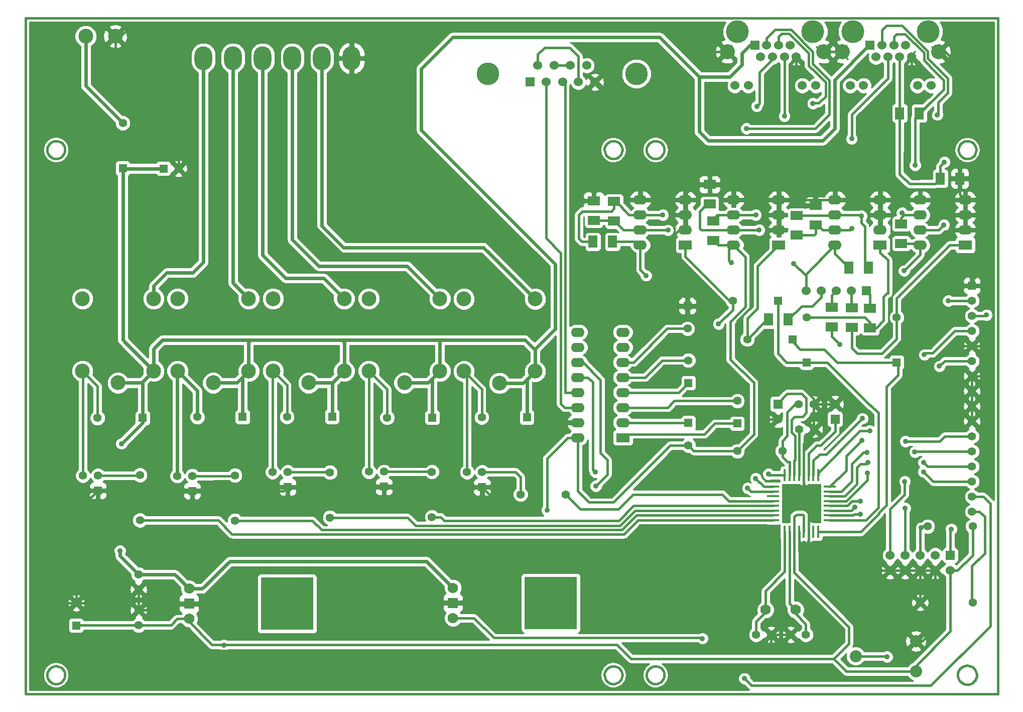
<source format=gbl>
G04 (created by PCBNEW-RS274X (2010-05-05 BZR 2356)-stable) date 2013-08-19 11:46:26*
G01*
G70*
G90*
%MOIN*%
G04 Gerber Fmt 3.4, Leading zero omitted, Abs format*
%FSLAX34Y34*%
G04 APERTURE LIST*
%ADD10C,0.006000*%
%ADD11C,0.015000*%
%ADD12R,0.055000X0.055000*%
%ADD13C,0.055000*%
%ADD14O,0.118100X0.157500*%
%ADD15C,0.150000*%
%ADD16R,0.060000X0.060000*%
%ADD17C,0.060000*%
%ADD18R,0.090000X0.062000*%
%ADD19O,0.090000X0.062000*%
%ADD20C,0.070000*%
%ADD21R,0.350000X0.350000*%
%ADD22R,0.070000X0.070000*%
%ADD23C,0.098400*%
%ADD24C,0.151600*%
%ADD25C,0.100000*%
%ADD26C,0.080000*%
%ADD27R,0.060000X0.080000*%
%ADD28R,0.080000X0.060000*%
%ADD29R,0.017700X0.078700*%
%ADD30R,0.078700X0.017700*%
%ADD31C,0.035000*%
%ADD32C,0.023600*%
%ADD33C,0.015700*%
%ADD34C,0.010000*%
G04 APERTURE END LIST*
G54D10*
G54D11*
X90492Y-61024D02*
X90480Y-61146D01*
X90444Y-61264D01*
X90386Y-61372D01*
X90309Y-61467D01*
X90214Y-61546D01*
X90106Y-61604D01*
X89988Y-61641D01*
X89866Y-61653D01*
X89744Y-61642D01*
X89626Y-61608D01*
X89518Y-61551D01*
X89422Y-61474D01*
X89343Y-61379D01*
X89283Y-61272D01*
X89246Y-61154D01*
X89233Y-61032D01*
X89243Y-60911D01*
X89277Y-60793D01*
X89333Y-60683D01*
X89409Y-60587D01*
X89503Y-60507D01*
X89610Y-60447D01*
X89727Y-60409D01*
X89849Y-60395D01*
X89971Y-60404D01*
X90089Y-60437D01*
X90199Y-60493D01*
X90296Y-60568D01*
X90376Y-60661D01*
X90437Y-60768D01*
X90476Y-60885D01*
X90491Y-61007D01*
X90492Y-61024D01*
X69744Y-61024D02*
X69732Y-61138D01*
X69699Y-61248D01*
X69645Y-61350D01*
X69572Y-61439D01*
X69483Y-61513D01*
X69382Y-61567D01*
X69272Y-61601D01*
X69158Y-61613D01*
X69044Y-61603D01*
X68933Y-61571D01*
X68831Y-61517D01*
X68742Y-61445D01*
X68668Y-61357D01*
X68612Y-61256D01*
X68577Y-61146D01*
X68565Y-61032D01*
X68574Y-60918D01*
X68606Y-60807D01*
X68659Y-60705D01*
X68730Y-60615D01*
X68818Y-60540D01*
X68918Y-60484D01*
X69028Y-60448D01*
X69142Y-60435D01*
X69256Y-60443D01*
X69367Y-60474D01*
X69470Y-60526D01*
X69560Y-60597D01*
X69636Y-60684D01*
X69692Y-60785D01*
X69729Y-60894D01*
X69743Y-61008D01*
X69744Y-61024D01*
X66948Y-61024D02*
X66936Y-61138D01*
X66903Y-61248D01*
X66849Y-61350D01*
X66776Y-61439D01*
X66687Y-61513D01*
X66586Y-61567D01*
X66476Y-61601D01*
X66362Y-61613D01*
X66248Y-61603D01*
X66137Y-61571D01*
X66035Y-61517D01*
X65946Y-61445D01*
X65872Y-61357D01*
X65816Y-61256D01*
X65781Y-61146D01*
X65769Y-61032D01*
X65778Y-60918D01*
X65810Y-60807D01*
X65863Y-60705D01*
X65934Y-60615D01*
X66022Y-60540D01*
X66122Y-60484D01*
X66232Y-60448D01*
X66346Y-60435D01*
X66460Y-60443D01*
X66571Y-60474D01*
X66674Y-60526D01*
X66764Y-60597D01*
X66840Y-60684D01*
X66896Y-60785D01*
X66933Y-60894D01*
X66947Y-61008D01*
X66948Y-61024D01*
X29941Y-61024D02*
X29929Y-61138D01*
X29896Y-61249D01*
X29842Y-61351D01*
X29769Y-61440D01*
X29680Y-61513D01*
X29579Y-61568D01*
X29468Y-61602D01*
X29354Y-61614D01*
X29240Y-61604D01*
X29129Y-61571D01*
X29027Y-61518D01*
X28937Y-61446D01*
X28863Y-61357D01*
X28807Y-61256D01*
X28772Y-61146D01*
X28760Y-61032D01*
X28769Y-60918D01*
X28801Y-60807D01*
X28854Y-60704D01*
X28925Y-60614D01*
X29013Y-60539D01*
X29114Y-60483D01*
X29224Y-60447D01*
X29338Y-60434D01*
X29452Y-60442D01*
X29563Y-60473D01*
X29666Y-60526D01*
X29757Y-60597D01*
X29832Y-60684D01*
X29889Y-60784D01*
X29926Y-60894D01*
X29940Y-61008D01*
X29941Y-61024D01*
X90452Y-26161D02*
X90440Y-26275D01*
X90407Y-26385D01*
X90353Y-26487D01*
X90280Y-26576D01*
X90191Y-26650D01*
X90090Y-26704D01*
X89980Y-26738D01*
X89866Y-26750D01*
X89752Y-26740D01*
X89641Y-26708D01*
X89539Y-26654D01*
X89450Y-26582D01*
X89376Y-26494D01*
X89320Y-26393D01*
X89285Y-26283D01*
X89273Y-26169D01*
X89282Y-26055D01*
X89314Y-25944D01*
X89367Y-25842D01*
X89438Y-25752D01*
X89526Y-25677D01*
X89626Y-25621D01*
X89736Y-25585D01*
X89850Y-25572D01*
X89964Y-25580D01*
X90075Y-25611D01*
X90178Y-25663D01*
X90268Y-25734D01*
X90344Y-25821D01*
X90400Y-25922D01*
X90437Y-26031D01*
X90451Y-26145D01*
X90452Y-26161D01*
X69744Y-26161D02*
X69732Y-26275D01*
X69699Y-26386D01*
X69645Y-26488D01*
X69572Y-26577D01*
X69483Y-26650D01*
X69382Y-26705D01*
X69271Y-26739D01*
X69157Y-26751D01*
X69043Y-26741D01*
X68932Y-26708D01*
X68830Y-26655D01*
X68740Y-26583D01*
X68666Y-26494D01*
X68610Y-26393D01*
X68575Y-26283D01*
X68563Y-26169D01*
X68572Y-26055D01*
X68604Y-25944D01*
X68657Y-25841D01*
X68728Y-25751D01*
X68816Y-25676D01*
X68917Y-25620D01*
X69027Y-25584D01*
X69141Y-25571D01*
X69255Y-25579D01*
X69366Y-25610D01*
X69469Y-25663D01*
X69560Y-25734D01*
X69635Y-25821D01*
X69692Y-25921D01*
X69729Y-26031D01*
X69743Y-26145D01*
X69744Y-26161D01*
X66948Y-26161D02*
X66936Y-26275D01*
X66903Y-26385D01*
X66849Y-26487D01*
X66776Y-26576D01*
X66687Y-26650D01*
X66586Y-26704D01*
X66476Y-26738D01*
X66362Y-26750D01*
X66248Y-26740D01*
X66137Y-26708D01*
X66035Y-26654D01*
X65946Y-26582D01*
X65872Y-26494D01*
X65816Y-26393D01*
X65781Y-26283D01*
X65769Y-26169D01*
X65778Y-26055D01*
X65810Y-25944D01*
X65863Y-25842D01*
X65934Y-25752D01*
X66022Y-25677D01*
X66122Y-25621D01*
X66232Y-25585D01*
X66346Y-25572D01*
X66460Y-25580D01*
X66571Y-25611D01*
X66674Y-25663D01*
X66764Y-25734D01*
X66840Y-25821D01*
X66896Y-25922D01*
X66933Y-26031D01*
X66947Y-26145D01*
X66948Y-26161D01*
X29941Y-26161D02*
X29929Y-26275D01*
X29896Y-26386D01*
X29842Y-26488D01*
X29769Y-26577D01*
X29680Y-26650D01*
X29579Y-26705D01*
X29468Y-26739D01*
X29354Y-26751D01*
X29240Y-26741D01*
X29129Y-26708D01*
X29027Y-26655D01*
X28937Y-26583D01*
X28863Y-26494D01*
X28807Y-26393D01*
X28772Y-26283D01*
X28760Y-26169D01*
X28769Y-26055D01*
X28801Y-25944D01*
X28854Y-25841D01*
X28925Y-25751D01*
X29013Y-25676D01*
X29114Y-25620D01*
X29224Y-25584D01*
X29338Y-25571D01*
X29452Y-25579D01*
X29563Y-25610D01*
X29666Y-25663D01*
X29757Y-25734D01*
X29832Y-25821D01*
X29889Y-25921D01*
X29926Y-26031D01*
X29940Y-26145D01*
X29941Y-26161D01*
X27323Y-17402D02*
X27323Y-62283D01*
X91890Y-17402D02*
X27323Y-17402D01*
X91890Y-62283D02*
X91890Y-17402D01*
X27323Y-62283D02*
X91890Y-62283D01*
G54D12*
X90177Y-35181D03*
G54D13*
X90177Y-36181D03*
X90177Y-37181D03*
X90177Y-38181D03*
X90177Y-39181D03*
X90177Y-40181D03*
X90177Y-41181D03*
X90177Y-42181D03*
X90177Y-43181D03*
X90177Y-44181D03*
X90177Y-45181D03*
X90177Y-46181D03*
X90177Y-47181D03*
X90177Y-48181D03*
X90177Y-49181D03*
X90177Y-50181D03*
G54D14*
X39134Y-20079D03*
X41102Y-20079D03*
X43071Y-20079D03*
X45039Y-20079D03*
X47008Y-20079D03*
X48976Y-20079D03*
G54D15*
X67892Y-21113D03*
X58042Y-21113D03*
G54D16*
X60842Y-21663D03*
G54D17*
X61892Y-21663D03*
X62992Y-21663D03*
X64042Y-21663D03*
X65142Y-21663D03*
X61342Y-20563D03*
X62442Y-20563D03*
X63492Y-20563D03*
X64592Y-20563D03*
G54D18*
X66992Y-45272D03*
G54D19*
X66992Y-44272D03*
X66992Y-43272D03*
X66992Y-42272D03*
X66992Y-41272D03*
X66992Y-40272D03*
X66992Y-39272D03*
X66992Y-38272D03*
X63992Y-38272D03*
X63992Y-39272D03*
X63992Y-40272D03*
X63992Y-41272D03*
X63992Y-42272D03*
X63992Y-43272D03*
X63992Y-44272D03*
X63992Y-45272D03*
G54D18*
X89728Y-32484D03*
G54D19*
X89728Y-31484D03*
X89728Y-30484D03*
X89728Y-29484D03*
X86728Y-29484D03*
X86728Y-30484D03*
X86728Y-31484D03*
X86728Y-32484D03*
G54D18*
X71146Y-32484D03*
G54D19*
X71146Y-31484D03*
X71146Y-30484D03*
X71146Y-29484D03*
X68146Y-29484D03*
X68146Y-30484D03*
X68146Y-31484D03*
X68146Y-32484D03*
G54D18*
X77346Y-32484D03*
G54D19*
X77346Y-31484D03*
X77346Y-30484D03*
X77346Y-29484D03*
X74346Y-29484D03*
X74346Y-30484D03*
X74346Y-31484D03*
X74346Y-32484D03*
G54D18*
X84079Y-32484D03*
G54D19*
X84079Y-31484D03*
X84079Y-30484D03*
X84079Y-29484D03*
X81079Y-29484D03*
X81079Y-30484D03*
X81079Y-31484D03*
X81079Y-32484D03*
G54D20*
X78461Y-56693D03*
X76461Y-56693D03*
G54D21*
X44689Y-56299D03*
G54D20*
X38189Y-55299D03*
G54D22*
X38189Y-56299D03*
G54D20*
X38189Y-57299D03*
G54D21*
X62209Y-56240D03*
G54D20*
X55709Y-55240D03*
G54D22*
X55709Y-56240D03*
G54D20*
X55709Y-57240D03*
G54D16*
X88732Y-53083D03*
G54D17*
X88732Y-54083D03*
X87732Y-53083D03*
X87732Y-54083D03*
X86732Y-53083D03*
X86732Y-54083D03*
X85732Y-53083D03*
X85732Y-54083D03*
X84732Y-53083D03*
X84732Y-54083D03*
G54D23*
X33465Y-41634D03*
X31103Y-40847D03*
X31103Y-36043D03*
X35827Y-36043D03*
X35827Y-40847D03*
X52480Y-41634D03*
X50118Y-40847D03*
X50118Y-36043D03*
X54842Y-36043D03*
X54842Y-40847D03*
X58799Y-41654D03*
X56437Y-40867D03*
X56437Y-36063D03*
X61161Y-36063D03*
X61161Y-40867D03*
X39783Y-41634D03*
X37421Y-40847D03*
X37421Y-36043D03*
X42145Y-36043D03*
X42145Y-40847D03*
X46122Y-41634D03*
X43760Y-40847D03*
X43760Y-36043D03*
X48484Y-36043D03*
X48484Y-40847D03*
G54D24*
X74607Y-18307D03*
X79607Y-18307D03*
G54D17*
X78504Y-20000D03*
X78110Y-19213D03*
X77717Y-20000D03*
X77323Y-19213D03*
X76929Y-20000D03*
X76536Y-19213D03*
X76142Y-20000D03*
G54D25*
X73918Y-19646D03*
X80315Y-19646D03*
G54D17*
X78898Y-21890D03*
X75315Y-21890D03*
X79803Y-21890D03*
X74429Y-21900D03*
G54D16*
X75748Y-19213D03*
G54D24*
X82264Y-18307D03*
X87264Y-18307D03*
G54D17*
X86161Y-20000D03*
X85767Y-19213D03*
X85374Y-20000D03*
X84980Y-19213D03*
X84586Y-20000D03*
X84193Y-19213D03*
X83799Y-20000D03*
G54D25*
X81575Y-19646D03*
X87972Y-19646D03*
G54D17*
X86555Y-21890D03*
X82972Y-21890D03*
X87460Y-21890D03*
X82086Y-21900D03*
G54D16*
X83405Y-19213D03*
G54D13*
X34823Y-55343D03*
X34823Y-54343D03*
X79142Y-58346D03*
X78142Y-58346D03*
X75839Y-58346D03*
X76839Y-58346D03*
X78713Y-44724D03*
X79713Y-44724D03*
X78673Y-43051D03*
X79673Y-43051D03*
X34843Y-56724D03*
X34843Y-57724D03*
G54D12*
X74587Y-44333D03*
G54D13*
X74587Y-42833D03*
G54D12*
X71339Y-41636D03*
G54D13*
X71339Y-40136D03*
G54D12*
X71339Y-44289D03*
G54D13*
X71339Y-45789D03*
G54D12*
X71280Y-36533D03*
G54D13*
X71280Y-38033D03*
G54D12*
X30689Y-57738D03*
G54D13*
X30689Y-56238D03*
G54D12*
X36488Y-27402D03*
G54D13*
X37488Y-27402D03*
G54D12*
X85177Y-40280D03*
G54D13*
X85177Y-37280D03*
G54D12*
X33780Y-27386D03*
G54D13*
X33780Y-24386D03*
G54D12*
X60614Y-43917D03*
G54D13*
X57614Y-43917D03*
G54D12*
X54335Y-43937D03*
G54D13*
X51335Y-43937D03*
G54D12*
X47681Y-43878D03*
G54D13*
X44681Y-43878D03*
G54D12*
X41736Y-43898D03*
G54D13*
X38736Y-43898D03*
G54D12*
X35102Y-43957D03*
G54D13*
X32102Y-43957D03*
G54D12*
X78252Y-38740D03*
G54D13*
X75252Y-38740D03*
G54D12*
X77287Y-36181D03*
G54D13*
X74287Y-36181D03*
G54D12*
X79193Y-40280D03*
G54D13*
X79193Y-37280D03*
G54D23*
X33287Y-18622D03*
X31319Y-18622D03*
G54D13*
X34921Y-50752D03*
X34921Y-47752D03*
X41220Y-50772D03*
X41220Y-47772D03*
X47539Y-50575D03*
X47539Y-47575D03*
X54311Y-50535D03*
X54311Y-47535D03*
X74583Y-46161D03*
X77583Y-46161D03*
X63193Y-49035D03*
X60193Y-49035D03*
X90220Y-51161D03*
X87220Y-51161D03*
X86734Y-56220D03*
X90234Y-56220D03*
G54D26*
X86449Y-60783D03*
X82449Y-59783D03*
X86449Y-58783D03*
G54D27*
X88070Y-28071D03*
X89370Y-28071D03*
G54D28*
X72756Y-29764D03*
X72756Y-28464D03*
X82185Y-36653D03*
X82185Y-37953D03*
G54D27*
X86674Y-23740D03*
X85374Y-23740D03*
G54D28*
X79783Y-31162D03*
X79783Y-29862D03*
G54D27*
X83288Y-33976D03*
X81988Y-33976D03*
G54D28*
X78543Y-31831D03*
X78543Y-30531D03*
X85472Y-31082D03*
X85472Y-32382D03*
X83406Y-36673D03*
X83406Y-37973D03*
X80866Y-36633D03*
X80866Y-37933D03*
X65059Y-30847D03*
X65059Y-29547D03*
G54D27*
X65000Y-32264D03*
X66300Y-32264D03*
G54D28*
X66398Y-30886D03*
X66398Y-29586D03*
G54D27*
X77953Y-37421D03*
X76653Y-37421D03*
G54D28*
X72992Y-30885D03*
X72992Y-32185D03*
G54D12*
X51130Y-48531D03*
G54D13*
X51130Y-47531D03*
X50130Y-47531D03*
G54D12*
X44732Y-48551D03*
G54D13*
X44732Y-47551D03*
X43732Y-47551D03*
G54D12*
X38394Y-48807D03*
G54D13*
X38394Y-47807D03*
X37394Y-47807D03*
G54D12*
X32134Y-48787D03*
G54D13*
X32134Y-47787D03*
X31134Y-47787D03*
G54D12*
X57646Y-48551D03*
G54D13*
X57646Y-47551D03*
X56646Y-47551D03*
G54D29*
X77746Y-51522D03*
X78061Y-51522D03*
X78376Y-51522D03*
X78691Y-51522D03*
X79006Y-51522D03*
X79321Y-51522D03*
X79636Y-51522D03*
X79951Y-51522D03*
X79949Y-47756D03*
X77739Y-47756D03*
X78059Y-47756D03*
X78379Y-47756D03*
X78689Y-47756D03*
X79009Y-47756D03*
X79319Y-47756D03*
X79639Y-47756D03*
G54D30*
X80739Y-50738D03*
X80739Y-50424D03*
X80739Y-50108D03*
X80739Y-49794D03*
X80739Y-49478D03*
X80739Y-49164D03*
X80739Y-48848D03*
X80739Y-48534D03*
X76959Y-50736D03*
X76959Y-50426D03*
X76959Y-50106D03*
X76959Y-49796D03*
X76959Y-49486D03*
X76959Y-49166D03*
X76959Y-48846D03*
X76959Y-48526D03*
G54D16*
X83161Y-35531D03*
G54D17*
X82161Y-35531D03*
X81161Y-35531D03*
X80161Y-35531D03*
X79161Y-35531D03*
G54D16*
X77283Y-43043D03*
G54D17*
X77283Y-44043D03*
G54D16*
X81083Y-44043D03*
G54D17*
X81083Y-43043D03*
G54D31*
X33701Y-45669D03*
X33602Y-52776D03*
X75059Y-61260D03*
X72264Y-58602D03*
X88602Y-36181D03*
X85669Y-34193D03*
X68524Y-34508D03*
X78346Y-33701D03*
X74193Y-33661D03*
X61949Y-50079D03*
X40492Y-59035D03*
X72736Y-20157D03*
X73150Y-23406D03*
X43484Y-60138D03*
X69980Y-31496D03*
X75886Y-23268D03*
X75815Y-30484D03*
X79606Y-23091D03*
X82185Y-25433D03*
X82185Y-31398D03*
X86378Y-46220D03*
X83209Y-46260D03*
X86949Y-47539D03*
X83228Y-47618D03*
X76654Y-47677D03*
X85728Y-49941D03*
X82382Y-49882D03*
X65157Y-47559D03*
X75276Y-48622D03*
X88799Y-51339D03*
X82854Y-45453D03*
X85748Y-45512D03*
X75807Y-47972D03*
X85709Y-48169D03*
X83268Y-46909D03*
X86969Y-46909D03*
X86811Y-51260D03*
X82776Y-49488D03*
X82835Y-30551D03*
X87874Y-23839D03*
X91142Y-37126D03*
X84528Y-59823D03*
X87008Y-39764D03*
X82894Y-43996D03*
X88012Y-40531D03*
X83386Y-44823D03*
X82776Y-50335D03*
X65197Y-48484D03*
X86398Y-27185D03*
X85531Y-30354D03*
X88346Y-26969D03*
X88307Y-31142D03*
X76043Y-31476D03*
X77717Y-23917D03*
X75197Y-24744D03*
X69646Y-30492D03*
X73346Y-37717D03*
X81398Y-39094D03*
G54D32*
X33701Y-45669D02*
X35102Y-44268D01*
X36488Y-27402D02*
X33796Y-27402D01*
X33796Y-27402D02*
X33780Y-27386D01*
X60614Y-43917D02*
X60614Y-41414D01*
X60614Y-41414D02*
X61161Y-40867D01*
X54335Y-43937D02*
X54335Y-41354D01*
X54335Y-41354D02*
X54842Y-40847D01*
X47681Y-43878D02*
X47681Y-41650D01*
X47681Y-41650D02*
X48484Y-40847D01*
X41736Y-43898D02*
X41736Y-41256D01*
X41736Y-41256D02*
X42145Y-40847D01*
X35102Y-43957D02*
X35102Y-41572D01*
X35102Y-41572D02*
X35827Y-40847D01*
X80256Y-25551D02*
X72658Y-25551D01*
X72067Y-24960D02*
X72067Y-21319D01*
X72658Y-25551D02*
X72067Y-24960D01*
X83346Y-19213D02*
X83405Y-19213D01*
X82244Y-20315D02*
X83346Y-19213D01*
X82244Y-20335D02*
X82244Y-20315D01*
X81063Y-21516D02*
X82244Y-20335D01*
X81063Y-24744D02*
X81063Y-21516D01*
X80256Y-25551D02*
X81063Y-24744D01*
X61161Y-40867D02*
X61161Y-39391D01*
X75433Y-19213D02*
X75748Y-19213D01*
X74902Y-19744D02*
X75433Y-19213D01*
X35102Y-44268D02*
X35102Y-43957D01*
X74094Y-21319D02*
X74902Y-20511D01*
X72067Y-21319D02*
X74094Y-21319D01*
X69429Y-18681D02*
X72067Y-21319D01*
X55689Y-18681D02*
X69429Y-18681D01*
X53602Y-20768D02*
X55689Y-18681D01*
X53602Y-24842D02*
X53602Y-20768D01*
X62500Y-33740D02*
X53602Y-24842D01*
X62500Y-38052D02*
X62500Y-33740D01*
X61161Y-39391D02*
X62500Y-38052D01*
X35827Y-40847D02*
X35827Y-39370D01*
X35827Y-39370D02*
X36398Y-38799D01*
X36398Y-38799D02*
X42283Y-38799D01*
X42283Y-38799D02*
X48347Y-38799D01*
X48347Y-38799D02*
X54823Y-38799D01*
X61161Y-39449D02*
X61161Y-40867D01*
X54823Y-38799D02*
X60511Y-38799D01*
X42145Y-38937D02*
X42283Y-38799D01*
X33780Y-27386D02*
X33780Y-38800D01*
X33780Y-38800D02*
X35827Y-40847D01*
X54842Y-38799D02*
X54823Y-38799D01*
X60374Y-41654D02*
X61161Y-40867D01*
X52480Y-41634D02*
X54055Y-41634D01*
X54055Y-41634D02*
X54842Y-40847D01*
X46122Y-41634D02*
X47697Y-41634D01*
X47697Y-41634D02*
X48484Y-40847D01*
X33465Y-41634D02*
X35040Y-41634D01*
X35040Y-41634D02*
X35827Y-40847D01*
X39783Y-41634D02*
X41358Y-41634D01*
X41358Y-41634D02*
X42145Y-40847D01*
X60511Y-38799D02*
X61161Y-39449D01*
X42145Y-40847D02*
X42145Y-38937D01*
X54842Y-40847D02*
X54842Y-38799D01*
X48484Y-38936D02*
X48347Y-38799D01*
X48484Y-40847D02*
X48484Y-38936D01*
X58799Y-41654D02*
X60374Y-41654D01*
X53953Y-53484D02*
X55709Y-55240D01*
X40886Y-53484D02*
X53953Y-53484D01*
X39071Y-55299D02*
X40886Y-53484D01*
X38189Y-55299D02*
X39071Y-55299D01*
X33602Y-53122D02*
X34823Y-54343D01*
X33602Y-52776D02*
X33602Y-53122D01*
X37233Y-54343D02*
X38189Y-55299D01*
X74902Y-20511D02*
X74902Y-19744D01*
X34823Y-54343D02*
X37233Y-54343D01*
G54D33*
X91398Y-54094D02*
X91398Y-49665D01*
X90914Y-49181D02*
X90177Y-49181D01*
X91398Y-49665D02*
X90914Y-49181D01*
X55709Y-57240D02*
X57103Y-57240D01*
X91398Y-57775D02*
X91398Y-54094D01*
X91398Y-54094D02*
X91398Y-53937D01*
X87441Y-61732D02*
X91398Y-57775D01*
X75531Y-61732D02*
X87441Y-61732D01*
X75059Y-61260D02*
X75531Y-61732D01*
X72225Y-58563D02*
X72264Y-58602D01*
X58426Y-58563D02*
X72225Y-58563D01*
X57103Y-57240D02*
X58426Y-58563D01*
X75680Y-41624D02*
X75680Y-45064D01*
X75680Y-45064D02*
X74583Y-46161D01*
X71339Y-45789D02*
X71711Y-46161D01*
X71711Y-46161D02*
X74583Y-46161D01*
X86449Y-60783D02*
X81826Y-60783D01*
X81826Y-60783D02*
X81004Y-59961D01*
X74134Y-38169D02*
X74134Y-37578D01*
X75138Y-33276D02*
X74346Y-32484D01*
X74134Y-40078D02*
X74134Y-38169D01*
X75680Y-41624D02*
X74134Y-40078D01*
X74134Y-37578D02*
X75138Y-36574D01*
X75138Y-36574D02*
X75138Y-33276D01*
X90177Y-36181D02*
X88602Y-36181D01*
X86728Y-32484D02*
X86728Y-33134D01*
X86728Y-33134D02*
X85669Y-34193D01*
X68146Y-32484D02*
X68146Y-34130D01*
X68146Y-34130D02*
X68524Y-34508D01*
X79161Y-35531D02*
X79161Y-34516D01*
X79161Y-34516D02*
X78346Y-33701D01*
X74035Y-32795D02*
X74346Y-32484D01*
X74193Y-33661D02*
X74035Y-33503D01*
X74035Y-33503D02*
X74035Y-32795D01*
X79161Y-35531D02*
X79161Y-34402D01*
X79161Y-34402D02*
X81079Y-32484D01*
X90220Y-51161D02*
X90220Y-53068D01*
X89205Y-54083D02*
X88732Y-54083D01*
X90220Y-53068D02*
X89205Y-54083D01*
X61949Y-46653D02*
X61949Y-50079D01*
X63330Y-45272D02*
X61949Y-46653D01*
X63992Y-45272D02*
X63992Y-48834D01*
X70136Y-45789D02*
X71339Y-45789D01*
X66358Y-49567D02*
X70136Y-45789D01*
X64725Y-49567D02*
X66358Y-49567D01*
X63992Y-48834D02*
X64725Y-49567D01*
X88732Y-54083D02*
X88732Y-58118D01*
X86449Y-60401D02*
X86449Y-60783D01*
X88732Y-58118D02*
X86449Y-60401D01*
X78376Y-51522D02*
X78376Y-54203D01*
X82008Y-58957D02*
X81004Y-59961D01*
X82008Y-57835D02*
X82008Y-58957D01*
X78376Y-54203D02*
X82008Y-57835D01*
X40216Y-59016D02*
X66595Y-59016D01*
X67540Y-59961D02*
X66595Y-59016D01*
X81004Y-59961D02*
X67540Y-59961D01*
X78376Y-51522D02*
X78376Y-50522D01*
X79006Y-50443D02*
X79006Y-51522D01*
X78937Y-50374D02*
X79006Y-50443D01*
X78524Y-50374D02*
X78937Y-50374D01*
X78376Y-50522D02*
X78524Y-50374D01*
X38189Y-57299D02*
X38189Y-57500D01*
X39705Y-59016D02*
X40216Y-59016D01*
X38189Y-57500D02*
X39705Y-59016D01*
X34843Y-57724D02*
X30703Y-57724D01*
X30703Y-57724D02*
X30689Y-57738D01*
X38189Y-57299D02*
X37406Y-57299D01*
X36981Y-57724D02*
X34843Y-57724D01*
X37406Y-57299D02*
X36981Y-57724D01*
X85472Y-32382D02*
X86626Y-32382D01*
X86626Y-32382D02*
X86728Y-32484D01*
X66300Y-32264D02*
X67926Y-32264D01*
X72992Y-32185D02*
X73032Y-32185D01*
X73331Y-32484D02*
X74346Y-32484D01*
X73032Y-32185D02*
X73331Y-32484D01*
X67926Y-32264D02*
X68146Y-32484D01*
X81079Y-33067D02*
X81988Y-33976D01*
X81079Y-32484D02*
X81079Y-33067D01*
X40473Y-59016D02*
X40216Y-59016D01*
X63992Y-45272D02*
X63330Y-45272D01*
X40492Y-59035D02*
X40473Y-59016D01*
X86704Y-28041D02*
X86704Y-27725D01*
X89370Y-27008D02*
X89370Y-28071D01*
X88720Y-26358D02*
X89370Y-27008D01*
X87914Y-26358D02*
X88720Y-26358D01*
X87559Y-26713D02*
X87914Y-26358D01*
X87559Y-26870D02*
X87559Y-26713D01*
X86704Y-27725D02*
X87559Y-26870D01*
X86728Y-29484D02*
X89728Y-29484D01*
X86734Y-56220D02*
X86734Y-54085D01*
X86734Y-54085D02*
X86732Y-54083D01*
X86161Y-20000D02*
X86161Y-21182D01*
X86654Y-28091D02*
X86704Y-28041D01*
X86221Y-28091D02*
X86654Y-28091D01*
X85689Y-27559D02*
X86221Y-28091D01*
X85689Y-26319D02*
X85689Y-27559D01*
X86024Y-25984D02*
X85689Y-26319D01*
X86024Y-22795D02*
X86024Y-25984D01*
X85846Y-22617D02*
X86024Y-22795D01*
X85846Y-21497D02*
X85846Y-22617D01*
X86161Y-21182D02*
X85846Y-21497D01*
X78504Y-20000D02*
X78504Y-21004D01*
X72461Y-19882D02*
X72461Y-19568D01*
X72736Y-20157D02*
X72461Y-19882D01*
X74902Y-23406D02*
X73150Y-23406D01*
X75866Y-24370D02*
X74902Y-23406D01*
X78582Y-24370D02*
X75866Y-24370D01*
X78898Y-24054D02*
X78582Y-24370D01*
X78898Y-23820D02*
X78898Y-24054D01*
X78228Y-23150D02*
X78898Y-23820D01*
X78228Y-21280D02*
X78228Y-23150D01*
X78504Y-21004D02*
X78228Y-21280D01*
X77283Y-44043D02*
X76327Y-44043D01*
X76181Y-41752D02*
X76181Y-41181D01*
X76063Y-41870D02*
X76181Y-41752D01*
X76063Y-43779D02*
X76063Y-41870D01*
X76327Y-44043D02*
X76063Y-43779D01*
X76839Y-58346D02*
X76839Y-59027D01*
X57284Y-56240D02*
X55709Y-56240D01*
X58170Y-55354D02*
X57284Y-56240D01*
X58228Y-55354D02*
X58170Y-55354D01*
X59960Y-53622D02*
X58228Y-55354D01*
X68583Y-53622D02*
X59960Y-53622D01*
X74449Y-59488D02*
X68583Y-53622D01*
X76378Y-59488D02*
X74449Y-59488D01*
X76839Y-59027D02*
X76378Y-59488D01*
X74606Y-38602D02*
X74606Y-37520D01*
X75965Y-32343D02*
X75965Y-32342D01*
X75472Y-32836D02*
X75965Y-32343D01*
X75472Y-36654D02*
X75472Y-32836D01*
X74606Y-37520D02*
X75472Y-36654D01*
X79673Y-43051D02*
X79673Y-42684D01*
X76823Y-31484D02*
X77346Y-31484D01*
X75965Y-32342D02*
X76823Y-31484D01*
X74606Y-39606D02*
X74606Y-38602D01*
X76240Y-41240D02*
X76181Y-41181D01*
X76181Y-41181D02*
X74606Y-39606D01*
X78229Y-41240D02*
X76240Y-41240D01*
X79673Y-42684D02*
X78229Y-41240D01*
X81083Y-43043D02*
X79681Y-43043D01*
X79681Y-43043D02*
X79673Y-43051D01*
X90177Y-35181D02*
X90177Y-34842D01*
X90795Y-31484D02*
X89728Y-31484D01*
X91142Y-31831D02*
X90795Y-31484D01*
X91142Y-33877D02*
X91142Y-31831D01*
X90177Y-34842D02*
X91142Y-33877D01*
X87972Y-19646D02*
X88406Y-19646D01*
X88406Y-19646D02*
X91083Y-22323D01*
X91083Y-22323D02*
X91083Y-28995D01*
X91083Y-28995D02*
X90594Y-29484D01*
X90594Y-29484D02*
X89728Y-29484D01*
X84732Y-54083D02*
X80106Y-54083D01*
X80106Y-54083D02*
X78917Y-52894D01*
X90177Y-39181D02*
X88536Y-39181D01*
X88441Y-35181D02*
X90177Y-35181D01*
X86437Y-37185D02*
X88441Y-35181D01*
X86437Y-40177D02*
X86437Y-37185D01*
X86851Y-40591D02*
X86437Y-40177D01*
X87126Y-40591D02*
X86851Y-40591D01*
X88536Y-39181D02*
X87126Y-40591D01*
X79713Y-44724D02*
X79713Y-44991D01*
X79009Y-45695D02*
X79009Y-47756D01*
X79713Y-44991D02*
X79009Y-45695D01*
X90177Y-43181D02*
X90177Y-44181D01*
X90177Y-42181D02*
X90177Y-43181D01*
X90177Y-41181D02*
X90177Y-42181D01*
X90177Y-39181D02*
X90657Y-39181D01*
X90748Y-41181D02*
X90177Y-41181D01*
X91161Y-40768D02*
X90748Y-41181D01*
X91161Y-39685D02*
X91161Y-40768D01*
X90657Y-39181D02*
X91161Y-39685D01*
X85732Y-54083D02*
X86732Y-54083D01*
X86732Y-54083D02*
X87732Y-54083D01*
X71146Y-31484D02*
X70720Y-31484D01*
X69488Y-36456D02*
X69565Y-36533D01*
X69488Y-32716D02*
X69488Y-36456D01*
X70720Y-31484D02*
X69488Y-32716D01*
X71280Y-36533D02*
X69565Y-36533D01*
X65142Y-21663D02*
X65305Y-21663D01*
X67933Y-28701D02*
X67933Y-28721D01*
X67795Y-28563D02*
X67933Y-28701D01*
X67795Y-24153D02*
X67795Y-28563D01*
X65305Y-21663D02*
X67795Y-24153D01*
X78142Y-58346D02*
X76839Y-58346D01*
X79321Y-51522D02*
X79321Y-49499D01*
X79321Y-49499D02*
X79009Y-49187D01*
X79009Y-49187D02*
X79009Y-47756D01*
X78691Y-51522D02*
X78691Y-52805D01*
X78691Y-52805D02*
X78780Y-52894D01*
X78780Y-52894D02*
X78917Y-52894D01*
X79321Y-52785D02*
X79321Y-51522D01*
X78917Y-52894D02*
X79212Y-52894D01*
X79212Y-52894D02*
X79321Y-52785D01*
X63992Y-44272D02*
X62933Y-44272D01*
X59134Y-50039D02*
X57646Y-48551D01*
X60591Y-50039D02*
X59134Y-50039D01*
X61240Y-49390D02*
X60591Y-50039D01*
X61240Y-45965D02*
X61240Y-49390D01*
X62933Y-44272D02*
X61240Y-45965D01*
X84732Y-54083D02*
X85732Y-54083D01*
X34823Y-56704D02*
X34843Y-56724D01*
X38189Y-56299D02*
X39764Y-56299D01*
X39764Y-56299D02*
X42028Y-54035D01*
X42028Y-54035D02*
X51594Y-54035D01*
X51594Y-54035D02*
X53799Y-56240D01*
X53799Y-56240D02*
X55709Y-56240D01*
X32134Y-48787D02*
X29437Y-48787D01*
X36812Y-25768D02*
X37488Y-26444D01*
X32834Y-25768D02*
X36812Y-25768D01*
X28051Y-30551D02*
X32834Y-25768D01*
X28051Y-47401D02*
X28051Y-30551D01*
X29437Y-48787D02*
X28051Y-47401D01*
X30689Y-56238D02*
X30689Y-50232D01*
X30689Y-50232D02*
X32134Y-48787D01*
X37488Y-27402D02*
X37488Y-26444D01*
X87732Y-54083D02*
X87732Y-57917D01*
X37488Y-24772D02*
X33287Y-20571D01*
X33287Y-20571D02*
X33287Y-18622D01*
X34843Y-56724D02*
X36308Y-56724D01*
X36733Y-56299D02*
X38189Y-56299D01*
X36308Y-56724D02*
X36733Y-56299D01*
X30689Y-56238D02*
X34357Y-56238D01*
X34357Y-56238D02*
X34843Y-56724D01*
X48976Y-20079D02*
X52578Y-20079D01*
X72539Y-19646D02*
X73918Y-19646D01*
X70865Y-17972D02*
X72461Y-19568D01*
X72461Y-19568D02*
X72539Y-19646D01*
X54685Y-17972D02*
X70865Y-17972D01*
X52578Y-20079D02*
X54685Y-17972D01*
X89370Y-28071D02*
X89370Y-29126D01*
X89370Y-29126D02*
X89728Y-29484D01*
X72756Y-28464D02*
X73976Y-28464D01*
X74346Y-28834D02*
X74346Y-29484D01*
X73976Y-28464D02*
X74346Y-28834D01*
X71146Y-29484D02*
X71146Y-29110D01*
X71792Y-28464D02*
X72756Y-28464D01*
X71146Y-29110D02*
X71792Y-28464D01*
X79055Y-29484D02*
X79405Y-29484D01*
X79405Y-29484D02*
X79783Y-29862D01*
X65492Y-28425D02*
X65492Y-28465D01*
X65059Y-28898D02*
X65059Y-29547D01*
X65492Y-28465D02*
X65059Y-28898D01*
X68146Y-28934D02*
X68146Y-29484D01*
X67637Y-28425D02*
X67933Y-28721D01*
X67933Y-28721D02*
X68146Y-28934D01*
X65492Y-28425D02*
X67637Y-28425D01*
X80315Y-19646D02*
X81575Y-19646D01*
X68146Y-29484D02*
X71146Y-29484D01*
X89728Y-30484D02*
X89728Y-31484D01*
X89728Y-29484D02*
X89728Y-30484D01*
X84079Y-29484D02*
X86728Y-29484D01*
X84079Y-31484D02*
X84079Y-30484D01*
X84079Y-29484D02*
X84079Y-30484D01*
X81079Y-29484D02*
X84079Y-29484D01*
X77346Y-29484D02*
X79055Y-29484D01*
X79055Y-29484D02*
X81079Y-29484D01*
X77346Y-30484D02*
X77346Y-31484D01*
X77346Y-29484D02*
X77346Y-30484D01*
X74346Y-29484D02*
X77346Y-29484D01*
X71146Y-29484D02*
X71146Y-31484D01*
X71146Y-29484D02*
X71146Y-30484D01*
X57646Y-48551D02*
X51150Y-48551D01*
X51150Y-48551D02*
X51130Y-48531D01*
X51130Y-48531D02*
X44752Y-48531D01*
X44752Y-48531D02*
X44732Y-48551D01*
X38394Y-48807D02*
X44476Y-48807D01*
X44476Y-48807D02*
X44732Y-48551D01*
X32134Y-48787D02*
X38374Y-48787D01*
X38374Y-48787D02*
X38394Y-48807D01*
X48976Y-20079D02*
X48976Y-18562D01*
X33641Y-18622D02*
X33287Y-18622D01*
X34094Y-18169D02*
X33641Y-18622D01*
X48583Y-18169D02*
X34094Y-18169D01*
X48976Y-18562D02*
X48583Y-18169D01*
X86866Y-58783D02*
X87732Y-57917D01*
X86449Y-58783D02*
X86866Y-58783D01*
X79673Y-44684D02*
X79713Y-44724D01*
X79673Y-43051D02*
X79673Y-44684D01*
X43484Y-60138D02*
X42775Y-59429D01*
X42775Y-59429D02*
X30039Y-59429D01*
X30039Y-59429D02*
X28839Y-58229D01*
X28839Y-58229D02*
X28839Y-57322D01*
X28839Y-57322D02*
X29923Y-56238D01*
X29923Y-56238D02*
X30689Y-56238D01*
X34823Y-55343D02*
X34823Y-56704D01*
X37488Y-26444D02*
X37488Y-24772D01*
X47539Y-50575D02*
X52681Y-50575D01*
X67807Y-50106D02*
X76959Y-50106D01*
X66791Y-51122D02*
X67807Y-50106D01*
X53228Y-51122D02*
X66791Y-51122D01*
X52681Y-50575D02*
X53228Y-51122D01*
X47515Y-47551D02*
X47539Y-47575D01*
X44732Y-47551D02*
X47515Y-47551D01*
X67901Y-50426D02*
X76959Y-50426D01*
X66929Y-51398D02*
X67901Y-50426D01*
X46989Y-51398D02*
X66929Y-51398D01*
X46363Y-50772D02*
X46989Y-51398D01*
X41220Y-50772D02*
X46363Y-50772D01*
X41185Y-47807D02*
X41220Y-47772D01*
X38394Y-47807D02*
X41185Y-47807D01*
G54D32*
X37394Y-40874D02*
X37421Y-40847D01*
X38736Y-43898D02*
X38736Y-42162D01*
X38736Y-42162D02*
X37421Y-40847D01*
X37394Y-47807D02*
X37394Y-40874D01*
X36692Y-34331D02*
X35827Y-35196D01*
X38424Y-34331D02*
X36692Y-34331D01*
X35827Y-35196D02*
X35827Y-36043D01*
X39134Y-20079D02*
X39134Y-33621D01*
X39134Y-33621D02*
X38424Y-34331D01*
G54D33*
X31134Y-40878D02*
X31103Y-40847D01*
X32102Y-43957D02*
X32102Y-41846D01*
X32102Y-41846D02*
X31103Y-40847D01*
X31134Y-47787D02*
X31134Y-40878D01*
X32134Y-47787D02*
X34886Y-47787D01*
X34886Y-47787D02*
X34921Y-47752D01*
X44681Y-41768D02*
X43760Y-40847D01*
X43732Y-47551D02*
X43732Y-40875D01*
X44681Y-43878D02*
X44681Y-41768D01*
X43732Y-40875D02*
X43760Y-40847D01*
G54D32*
X48445Y-32638D02*
X57736Y-32638D01*
X57736Y-32638D02*
X61161Y-36063D01*
X47008Y-31201D02*
X48445Y-32638D01*
X47008Y-20079D02*
X47008Y-31201D01*
G54D33*
X80138Y-45787D02*
X79863Y-45787D01*
X81083Y-44842D02*
X80138Y-45787D01*
X81083Y-44043D02*
X81083Y-44842D01*
X79319Y-46331D02*
X79319Y-47756D01*
X79863Y-45787D02*
X79319Y-46331D01*
G54D32*
X45039Y-20079D02*
X45039Y-32126D01*
X45039Y-32126D02*
X46791Y-33878D01*
X52677Y-33878D02*
X54842Y-36043D01*
X46791Y-33878D02*
X52677Y-33878D01*
G54D33*
X51335Y-43937D02*
X51335Y-42064D01*
X51335Y-42064D02*
X50118Y-40847D01*
X50130Y-47531D02*
X50130Y-40859D01*
X50130Y-40859D02*
X50118Y-40847D01*
X67704Y-49796D02*
X76959Y-49796D01*
X54311Y-50535D02*
X54906Y-50535D01*
X55139Y-50768D02*
X66732Y-50768D01*
X66732Y-50768D02*
X67704Y-49796D01*
X54906Y-50535D02*
X55139Y-50768D01*
X51130Y-47531D02*
X54307Y-47531D01*
X54307Y-47531D02*
X54311Y-47535D01*
X63193Y-49039D02*
X64174Y-50020D01*
X64174Y-50020D02*
X66693Y-50020D01*
X67678Y-49035D02*
X73582Y-49035D01*
X73582Y-49035D02*
X74033Y-49486D01*
X63193Y-49035D02*
X63193Y-49039D01*
X74033Y-49486D02*
X76959Y-49486D01*
X66693Y-50020D02*
X67678Y-49035D01*
X60193Y-49035D02*
X60193Y-47878D01*
X57646Y-47551D02*
X59866Y-47551D01*
X60193Y-47878D02*
X59866Y-47551D01*
X56646Y-47551D02*
X56646Y-41076D01*
X57614Y-42044D02*
X56437Y-40867D01*
X57614Y-43917D02*
X57614Y-42044D01*
X56646Y-41076D02*
X56437Y-40867D01*
X69980Y-31496D02*
X69968Y-31484D01*
X69968Y-31484D02*
X68146Y-31484D01*
X66418Y-30886D02*
X67016Y-31484D01*
X66398Y-30886D02*
X66418Y-30886D01*
X65059Y-30847D02*
X66359Y-30847D01*
X76929Y-20157D02*
X76063Y-21023D01*
X76063Y-21023D02*
X76063Y-23091D01*
X76063Y-23091D02*
X75886Y-23268D01*
X76929Y-20000D02*
X76929Y-20157D01*
X66359Y-30847D02*
X66398Y-30886D01*
X67016Y-31484D02*
X68146Y-31484D01*
X80000Y-23051D02*
X80447Y-22604D01*
X80447Y-21681D02*
X80447Y-22604D01*
X79799Y-21033D02*
X80447Y-21681D01*
X79793Y-21033D02*
X79799Y-21033D01*
X75815Y-30484D02*
X74346Y-30484D01*
X77323Y-19213D02*
X77323Y-18661D01*
X79331Y-20571D02*
X79793Y-21033D01*
X79331Y-19738D02*
X79331Y-20571D01*
X78042Y-18449D02*
X79331Y-19738D01*
X77535Y-18449D02*
X78042Y-18449D01*
X77323Y-18661D02*
X77535Y-18449D01*
X79606Y-23091D02*
X79646Y-23051D01*
X79646Y-23051D02*
X80000Y-23051D01*
X72992Y-30748D02*
X73256Y-30484D01*
X73256Y-30484D02*
X74346Y-30484D01*
X72992Y-30885D02*
X72992Y-30748D01*
G54D32*
X41102Y-20079D02*
X41102Y-35000D01*
X41102Y-35000D02*
X42145Y-36043D01*
X43071Y-20079D02*
X43071Y-33150D01*
X44606Y-34685D02*
X47126Y-34685D01*
X47126Y-34685D02*
X48484Y-36043D01*
X43071Y-33150D02*
X44606Y-34685D01*
G54D33*
X84586Y-20000D02*
X84586Y-21418D01*
X79941Y-31162D02*
X80263Y-31484D01*
X80263Y-31484D02*
X81079Y-31484D01*
X84586Y-21418D02*
X82185Y-23819D01*
X79684Y-31831D02*
X79783Y-31732D01*
X79783Y-31732D02*
X79783Y-31162D01*
X78543Y-31831D02*
X79684Y-31831D01*
X82185Y-23819D02*
X82185Y-25433D01*
X79783Y-31162D02*
X79941Y-31162D01*
X82185Y-31398D02*
X82099Y-31484D01*
X82099Y-31484D02*
X81079Y-31484D01*
X80739Y-48848D02*
X81507Y-48848D01*
X86417Y-46181D02*
X90177Y-46181D01*
X86378Y-46220D02*
X86417Y-46181D01*
X82972Y-46260D02*
X83209Y-46260D01*
X82205Y-47027D02*
X82972Y-46260D01*
X82205Y-48150D02*
X82205Y-47027D01*
X81507Y-48848D02*
X82205Y-48150D01*
X80739Y-49478D02*
X81841Y-49478D01*
X87591Y-48181D02*
X90177Y-48181D01*
X86949Y-47539D02*
X87591Y-48181D01*
X83228Y-48091D02*
X83228Y-47618D01*
X81841Y-49478D02*
X83228Y-48091D01*
X85732Y-49945D02*
X85732Y-53083D01*
X85728Y-49941D02*
X85732Y-49945D01*
X76654Y-47677D02*
X76733Y-47756D01*
X76733Y-47756D02*
X77739Y-47756D01*
X68004Y-50736D02*
X76959Y-50736D01*
X34921Y-50752D02*
X40122Y-50752D01*
X67067Y-51673D02*
X68004Y-50736D01*
X41043Y-51673D02*
X67067Y-51673D01*
X40122Y-50752D02*
X41043Y-51673D01*
X64677Y-41272D02*
X63992Y-41272D01*
X65000Y-41595D02*
X64677Y-41272D01*
X65000Y-47402D02*
X65000Y-41595D01*
X65157Y-47559D02*
X65000Y-47402D01*
X82156Y-50108D02*
X82382Y-49882D01*
X80739Y-50108D02*
X82156Y-50108D01*
X77287Y-36181D02*
X77287Y-39689D01*
X77287Y-39689D02*
X77283Y-39685D01*
X77878Y-40280D02*
X79193Y-40280D01*
X80575Y-40280D02*
X83445Y-43150D01*
X79193Y-40280D02*
X80575Y-40280D01*
X83139Y-50738D02*
X80739Y-50738D01*
X83139Y-50738D02*
X83966Y-49911D01*
X77283Y-39685D02*
X77878Y-40280D01*
X83966Y-43631D02*
X83445Y-43110D01*
X83966Y-49911D02*
X83966Y-43631D01*
X83445Y-43110D02*
X83445Y-43150D01*
X75500Y-48846D02*
X75276Y-48622D01*
X88799Y-51339D02*
X88732Y-51406D01*
X88732Y-51406D02*
X88732Y-53083D01*
X76959Y-48846D02*
X75500Y-48846D01*
X90177Y-45181D02*
X88362Y-45181D01*
X81831Y-47442D02*
X80739Y-48534D01*
X81831Y-46476D02*
X81831Y-47442D01*
X82854Y-45453D02*
X81831Y-46476D01*
X88031Y-45512D02*
X85748Y-45512D01*
X88362Y-45181D02*
X88031Y-45512D01*
X85709Y-49055D02*
X85709Y-48169D01*
X84732Y-53083D02*
X84732Y-50032D01*
X76361Y-48526D02*
X76959Y-48526D01*
X75807Y-47972D02*
X76361Y-48526D01*
X84732Y-50032D02*
X85709Y-49055D01*
X90177Y-47181D02*
X87241Y-47181D01*
X81722Y-49164D02*
X80739Y-49164D01*
X82520Y-48366D02*
X81722Y-49164D01*
X82520Y-47263D02*
X82520Y-48366D01*
X82755Y-47028D02*
X82520Y-47263D01*
X83149Y-47028D02*
X82755Y-47028D01*
X83268Y-46909D02*
X83149Y-47028D01*
X87241Y-47181D02*
X86969Y-46909D01*
X78425Y-45709D02*
X78425Y-46752D01*
X78379Y-46798D02*
X78379Y-47756D01*
X78425Y-46752D02*
X78379Y-46798D01*
X78740Y-43878D02*
X78386Y-43878D01*
X78425Y-45157D02*
X78425Y-45709D01*
X78425Y-45709D02*
X78425Y-45768D01*
X78184Y-44916D02*
X78425Y-45157D01*
X78184Y-44080D02*
X78184Y-44916D01*
X78386Y-43878D02*
X78184Y-44080D01*
X77283Y-43043D02*
X77283Y-42973D01*
X78917Y-43878D02*
X78740Y-43878D01*
X78740Y-43878D02*
X78661Y-43878D01*
X79173Y-43622D02*
X78917Y-43878D01*
X79173Y-42638D02*
X79173Y-43622D01*
X78878Y-42343D02*
X79173Y-42638D01*
X77913Y-42343D02*
X78878Y-42343D01*
X77283Y-42973D02*
X77913Y-42343D01*
X87220Y-51161D02*
X86910Y-51161D01*
X86910Y-51161D02*
X86811Y-51260D01*
X82205Y-49488D02*
X82776Y-49488D01*
X86811Y-51260D02*
X86732Y-51339D01*
X86732Y-51339D02*
X86732Y-53083D01*
X81899Y-49794D02*
X82205Y-49488D01*
X80739Y-49794D02*
X81899Y-49794D01*
X75839Y-57468D02*
X75839Y-58346D01*
X76461Y-56693D02*
X76461Y-56846D01*
X76461Y-55448D02*
X76461Y-56693D01*
X77746Y-51522D02*
X77746Y-54163D01*
X77746Y-54163D02*
X76461Y-55448D01*
X76461Y-56846D02*
X75839Y-57468D01*
X78713Y-44724D02*
X78713Y-47732D01*
X78713Y-47732D02*
X78689Y-47756D01*
X78252Y-38740D02*
X78252Y-38882D01*
X81244Y-40280D02*
X85177Y-40280D01*
X80373Y-39409D02*
X81244Y-40280D01*
X78779Y-39409D02*
X80373Y-39409D01*
X78252Y-38882D02*
X78779Y-39409D01*
X85256Y-40359D02*
X85177Y-40280D01*
X85256Y-41122D02*
X85256Y-40359D01*
X83987Y-50324D02*
X82789Y-51522D01*
X79951Y-51522D02*
X82789Y-51522D01*
X83987Y-50265D02*
X84488Y-49764D01*
X84488Y-49764D02*
X84488Y-41890D01*
X84488Y-41890D02*
X85256Y-41122D01*
X83987Y-50324D02*
X83987Y-50265D01*
X78461Y-56693D02*
X78461Y-56965D01*
X79142Y-57646D02*
X79142Y-58346D01*
X78461Y-56965D02*
X79142Y-57646D01*
X78061Y-51522D02*
X78061Y-56293D01*
X78061Y-56293D02*
X78461Y-56693D01*
X67700Y-40272D02*
X69939Y-38033D01*
X66992Y-40272D02*
X67700Y-40272D01*
X69939Y-38033D02*
X71280Y-38033D01*
X71322Y-44272D02*
X71339Y-44289D01*
X66992Y-44272D02*
X71322Y-44272D01*
X70703Y-42272D02*
X71339Y-41636D01*
X66992Y-42272D02*
X70703Y-42272D01*
X69589Y-40136D02*
X71339Y-40136D01*
X68453Y-41272D02*
X69589Y-40136D01*
X66992Y-41272D02*
X68453Y-41272D01*
X67225Y-45039D02*
X66992Y-45272D01*
X73089Y-44333D02*
X72383Y-45039D01*
X72383Y-45039D02*
X67225Y-45039D01*
X74587Y-44333D02*
X73089Y-44333D01*
X69956Y-43272D02*
X70395Y-42833D01*
X70395Y-42833D02*
X74587Y-42833D01*
X66992Y-43272D02*
X69956Y-43272D01*
X88563Y-22382D02*
X87933Y-23012D01*
X82768Y-30484D02*
X81079Y-30484D01*
X82835Y-30551D02*
X82768Y-30484D01*
X87244Y-19626D02*
X87244Y-20098D01*
X88563Y-21417D02*
X88563Y-22382D01*
X84508Y-17913D02*
X85531Y-17913D01*
X84193Y-18228D02*
X84508Y-17913D01*
X83051Y-31240D02*
X83051Y-33739D01*
X83051Y-33739D02*
X83288Y-33976D01*
X82835Y-30551D02*
X82835Y-31024D01*
X81032Y-30531D02*
X81079Y-30484D01*
X78543Y-30531D02*
X81032Y-30531D01*
X87244Y-20098D02*
X88563Y-21417D01*
X87933Y-23780D02*
X87874Y-23839D01*
X87933Y-23012D02*
X87933Y-23780D01*
X85531Y-17913D02*
X87244Y-19626D01*
X84193Y-19213D02*
X84193Y-18228D01*
X82835Y-31024D02*
X83051Y-31240D01*
X82559Y-39685D02*
X84193Y-39685D01*
X82185Y-39311D02*
X82559Y-39685D01*
X88697Y-32484D02*
X85177Y-36004D01*
X89728Y-32484D02*
X88697Y-32484D01*
X85177Y-36004D02*
X85177Y-37280D01*
X82185Y-37953D02*
X82185Y-39311D01*
X85177Y-38701D02*
X85177Y-37280D01*
X84193Y-39685D02*
X85177Y-38701D01*
G54D32*
X31319Y-18622D02*
X31319Y-21925D01*
X31319Y-21925D02*
X33780Y-24386D01*
G54D33*
X91024Y-52953D02*
X90177Y-53800D01*
X90177Y-56163D02*
X90234Y-56220D01*
X90177Y-53800D02*
X90177Y-56163D01*
X90177Y-50181D02*
X90673Y-50181D01*
X91024Y-50532D02*
X91024Y-52953D01*
X90673Y-50181D02*
X91024Y-50532D01*
X82449Y-59783D02*
X84488Y-59783D01*
X91087Y-37181D02*
X90177Y-37181D01*
X91142Y-37126D02*
X91087Y-37181D01*
X84488Y-59783D02*
X84528Y-59823D01*
X87559Y-39665D02*
X88307Y-38917D01*
X87107Y-39665D02*
X87559Y-39665D01*
X87008Y-39764D02*
X87107Y-39665D01*
X90177Y-38181D02*
X89043Y-38181D01*
X89043Y-38181D02*
X88307Y-38917D01*
X79639Y-46798D02*
X79639Y-47756D01*
X80059Y-46378D02*
X79639Y-46798D01*
X80512Y-46378D02*
X80059Y-46378D01*
X82894Y-43996D02*
X80512Y-46378D01*
X79949Y-47756D02*
X79949Y-47610D01*
X88362Y-40181D02*
X90177Y-40181D01*
X88012Y-40531D02*
X88362Y-40181D01*
X82736Y-44823D02*
X83386Y-44823D01*
X79949Y-47610D02*
X82736Y-44823D01*
X63150Y-21821D02*
X62992Y-21663D01*
X63150Y-42266D02*
X63150Y-21821D01*
X63777Y-42283D02*
X63167Y-42283D01*
X63167Y-42283D02*
X63150Y-42266D01*
X63788Y-42272D02*
X63777Y-42283D01*
X63992Y-42272D02*
X63788Y-42272D01*
X64042Y-19947D02*
X63465Y-19370D01*
X64042Y-21663D02*
X64042Y-19947D01*
X61342Y-19819D02*
X61342Y-20563D01*
X63465Y-19370D02*
X61791Y-19370D01*
X61791Y-19370D02*
X61342Y-19819D01*
X62442Y-20563D02*
X63492Y-20563D01*
X64347Y-40272D02*
X65512Y-41437D01*
X65512Y-41437D02*
X65512Y-46300D01*
X82776Y-50335D02*
X82361Y-50335D01*
X82272Y-50424D02*
X80739Y-50424D01*
X82361Y-50335D02*
X82272Y-50424D01*
X65974Y-46762D02*
X65974Y-47707D01*
X65974Y-47707D02*
X65197Y-48484D01*
X63992Y-40272D02*
X64347Y-40272D01*
X65512Y-46300D02*
X65974Y-46762D01*
X62874Y-33012D02*
X62874Y-43032D01*
X61892Y-21663D02*
X61892Y-32030D01*
X61892Y-32030D02*
X62874Y-33012D01*
X63114Y-43272D02*
X63992Y-43272D01*
X62874Y-43032D02*
X63114Y-43272D01*
X77583Y-46161D02*
X77583Y-46540D01*
X77933Y-46890D02*
X78059Y-46890D01*
X77583Y-46540D02*
X77933Y-46890D01*
X77894Y-45020D02*
X77894Y-45157D01*
X77583Y-45468D02*
X77583Y-46161D01*
X77894Y-45157D02*
X77583Y-45468D01*
X78366Y-43110D02*
X78366Y-43130D01*
X77894Y-43582D02*
X78366Y-43110D01*
X77894Y-45020D02*
X77894Y-43582D01*
X78059Y-46890D02*
X78059Y-47756D01*
X78673Y-43051D02*
X78445Y-43051D01*
X78445Y-43051D02*
X78366Y-43130D01*
X82161Y-35531D02*
X82161Y-36629D01*
X82161Y-36629D02*
X82185Y-36653D01*
X83406Y-35776D02*
X83161Y-35531D01*
X83406Y-36673D02*
X83406Y-35776D01*
X77972Y-37421D02*
X78858Y-36535D01*
X77953Y-37421D02*
X77972Y-37421D01*
X80161Y-35941D02*
X80161Y-35531D01*
X79567Y-36535D02*
X80161Y-35941D01*
X78858Y-36535D02*
X79567Y-36535D01*
X80866Y-35826D02*
X81161Y-35531D01*
X80866Y-36633D02*
X80866Y-35826D01*
X85472Y-31082D02*
X85472Y-30673D01*
X85472Y-30673D02*
X85661Y-30484D01*
X87442Y-23011D02*
X87403Y-23011D01*
X87403Y-23011D02*
X86674Y-23740D01*
X86398Y-24055D02*
X86398Y-27185D01*
X85661Y-30484D02*
X86728Y-30484D01*
X85531Y-30354D02*
X85661Y-30484D01*
X87776Y-21024D02*
X87776Y-21033D01*
X88292Y-22161D02*
X87442Y-23011D01*
X87442Y-23011D02*
X86398Y-24055D01*
X88292Y-21549D02*
X88292Y-22161D01*
X87776Y-21033D02*
X88292Y-21549D01*
X84980Y-19213D02*
X84980Y-18662D01*
X86984Y-20232D02*
X87776Y-21024D01*
X86984Y-19734D02*
X86984Y-20232D01*
X85734Y-18484D02*
X86984Y-19734D01*
X85158Y-18484D02*
X85734Y-18484D01*
X84980Y-18662D02*
X85158Y-18484D01*
X86728Y-31484D02*
X87965Y-31484D01*
X88070Y-27245D02*
X88070Y-28071D01*
X88346Y-26969D02*
X88070Y-27245D01*
X87965Y-31484D02*
X88307Y-31142D01*
X85374Y-23740D02*
X85374Y-27775D01*
X87716Y-28425D02*
X88070Y-28071D01*
X86024Y-28425D02*
X87716Y-28425D01*
X85374Y-27775D02*
X86024Y-28425D01*
X85374Y-22598D02*
X85374Y-23740D01*
X85374Y-20000D02*
X85374Y-22598D01*
X72756Y-29764D02*
X72579Y-29764D01*
X72192Y-31484D02*
X74346Y-31484D01*
X72087Y-31379D02*
X72192Y-31484D01*
X72087Y-30256D02*
X72087Y-31379D01*
X72579Y-29764D02*
X72087Y-30256D01*
X77717Y-20000D02*
X77717Y-23917D01*
X76035Y-31484D02*
X74346Y-31484D01*
X76043Y-31476D02*
X76035Y-31484D01*
X66398Y-29586D02*
X66398Y-30058D01*
X64272Y-32264D02*
X65000Y-32264D01*
X64055Y-32047D02*
X64272Y-32264D01*
X64055Y-30492D02*
X64055Y-32047D01*
X64311Y-30236D02*
X64055Y-30492D01*
X66220Y-30236D02*
X64311Y-30236D01*
X66398Y-30058D02*
X66220Y-30236D01*
X66398Y-29586D02*
X66515Y-29586D01*
X67413Y-30484D02*
X68146Y-30484D01*
X66515Y-29586D02*
X67413Y-30484D01*
X79764Y-24763D02*
X75216Y-24763D01*
X75216Y-24763D02*
X75197Y-24744D01*
X69638Y-30484D02*
X68146Y-30484D01*
X69646Y-30492D02*
X69638Y-30484D01*
X80433Y-21280D02*
X80437Y-21280D01*
X80707Y-23820D02*
X79764Y-24763D01*
X80707Y-21550D02*
X80707Y-23820D01*
X80437Y-21280D02*
X80707Y-21550D01*
X76536Y-19213D02*
X76536Y-18760D01*
X79606Y-20453D02*
X80433Y-21280D01*
X79606Y-19645D02*
X79606Y-20453D01*
X78150Y-18189D02*
X79606Y-19645D01*
X77107Y-18189D02*
X78150Y-18189D01*
X76536Y-18760D02*
X77107Y-18189D01*
X80866Y-37933D02*
X80866Y-38562D01*
X74287Y-36776D02*
X74287Y-36181D01*
X73346Y-37717D02*
X74287Y-36776D01*
X80866Y-38562D02*
X81398Y-39094D01*
X71146Y-33253D02*
X74074Y-36181D01*
X71146Y-32484D02*
X71146Y-33253D01*
X74074Y-36181D02*
X74287Y-36181D01*
X76653Y-37421D02*
X76571Y-37421D01*
X76571Y-37421D02*
X75252Y-38740D01*
X75252Y-38740D02*
X75252Y-37366D01*
X75945Y-33885D02*
X77346Y-32484D01*
X75945Y-36673D02*
X75945Y-33885D01*
X75252Y-37366D02*
X75945Y-36673D01*
X83406Y-37973D02*
X83818Y-37973D01*
X84587Y-35629D02*
X84587Y-35669D01*
X84311Y-35905D02*
X84587Y-35629D01*
X84311Y-37480D02*
X84311Y-35905D01*
X83818Y-37973D02*
X84311Y-37480D01*
X82815Y-37280D02*
X83067Y-37280D01*
X83406Y-37619D02*
X83406Y-37973D01*
X83067Y-37280D02*
X83406Y-37619D01*
X84587Y-35669D02*
X84587Y-35669D01*
X84587Y-33484D02*
X84587Y-35669D01*
X84079Y-32484D02*
X84079Y-32976D01*
X84079Y-32976D02*
X84587Y-33484D01*
X82815Y-37280D02*
X79193Y-37280D01*
G54D34*
X27598Y-17677D02*
X73813Y-17677D01*
X27598Y-17757D02*
X73746Y-17757D01*
X27598Y-17837D02*
X33077Y-17837D01*
X33461Y-17837D02*
X73712Y-17837D01*
X27598Y-17917D02*
X31083Y-17917D01*
X31557Y-17917D02*
X32892Y-17917D01*
X33683Y-17917D02*
X73679Y-17917D01*
X27598Y-17997D02*
X30895Y-17997D01*
X31744Y-17997D02*
X32861Y-17997D01*
X33714Y-17997D02*
X73646Y-17997D01*
X27598Y-18077D02*
X30815Y-18077D01*
X31824Y-18077D02*
X32893Y-18077D01*
X33681Y-18077D02*
X73612Y-18077D01*
X27598Y-18157D02*
X30735Y-18157D01*
X31904Y-18157D02*
X32973Y-18157D01*
X33601Y-18157D02*
X73600Y-18157D01*
X27598Y-18237D02*
X30676Y-18237D01*
X31963Y-18237D02*
X32568Y-18237D01*
X32751Y-18237D02*
X33053Y-18237D01*
X33521Y-18237D02*
X33823Y-18237D01*
X34008Y-18237D02*
X73600Y-18237D01*
X27598Y-18317D02*
X30642Y-18317D01*
X31996Y-18317D02*
X32543Y-18317D01*
X32831Y-18317D02*
X33133Y-18317D01*
X33441Y-18317D02*
X33743Y-18317D01*
X34040Y-18317D02*
X55669Y-18317D01*
X69450Y-18317D02*
X73600Y-18317D01*
X27598Y-18397D02*
X30609Y-18397D01*
X32029Y-18397D02*
X32518Y-18397D01*
X32911Y-18397D02*
X33213Y-18397D01*
X33361Y-18397D02*
X33663Y-18397D01*
X34071Y-18397D02*
X55464Y-18397D01*
X69654Y-18397D02*
X73600Y-18397D01*
X27598Y-18477D02*
X30577Y-18477D01*
X32061Y-18477D02*
X32494Y-18477D01*
X32991Y-18477D02*
X33583Y-18477D01*
X34078Y-18477D02*
X55373Y-18477D01*
X69746Y-18477D02*
X73600Y-18477D01*
X27598Y-18557D02*
X30577Y-18557D01*
X32061Y-18557D02*
X32476Y-18557D01*
X33071Y-18557D02*
X33503Y-18557D01*
X34086Y-18557D02*
X55293Y-18557D01*
X69826Y-18557D02*
X73621Y-18557D01*
X27598Y-18637D02*
X30577Y-18637D01*
X32061Y-18637D02*
X32484Y-18637D01*
X33121Y-18637D02*
X33453Y-18637D01*
X34093Y-18637D02*
X55213Y-18637D01*
X69906Y-18637D02*
X73654Y-18637D01*
X27598Y-18717D02*
X30577Y-18717D01*
X32061Y-18717D02*
X32491Y-18717D01*
X33041Y-18717D02*
X33533Y-18717D01*
X34096Y-18717D02*
X55133Y-18717D01*
X69986Y-18717D02*
X73686Y-18717D01*
X27598Y-18797D02*
X30588Y-18797D01*
X32049Y-18797D02*
X32498Y-18797D01*
X32961Y-18797D02*
X33263Y-18797D01*
X33311Y-18797D02*
X33613Y-18797D01*
X34071Y-18797D02*
X55053Y-18797D01*
X70066Y-18797D02*
X73719Y-18797D01*
X27598Y-18877D02*
X30621Y-18877D01*
X32016Y-18877D02*
X32513Y-18877D01*
X32881Y-18877D02*
X33183Y-18877D01*
X33391Y-18877D02*
X33693Y-18877D01*
X34046Y-18877D02*
X54973Y-18877D01*
X70146Y-18877D02*
X73630Y-18877D01*
X27598Y-18957D02*
X30654Y-18957D01*
X31983Y-18957D02*
X32546Y-18957D01*
X32801Y-18957D02*
X33103Y-18957D01*
X33471Y-18957D02*
X33773Y-18957D01*
X34022Y-18957D02*
X54893Y-18957D01*
X70226Y-18957D02*
X73509Y-18957D01*
X27598Y-19037D02*
X30687Y-19037D01*
X31950Y-19037D02*
X32632Y-19037D01*
X32721Y-19037D02*
X33023Y-19037D01*
X33551Y-19037D02*
X33853Y-19037D01*
X33941Y-19037D02*
X48644Y-19037D01*
X48824Y-19037D02*
X49129Y-19037D01*
X49309Y-19037D02*
X54813Y-19037D01*
X70306Y-19037D02*
X73478Y-19037D01*
X27598Y-19117D02*
X30764Y-19117D01*
X31873Y-19117D02*
X32943Y-19117D01*
X33631Y-19117D02*
X38780Y-19117D01*
X39489Y-19117D02*
X40748Y-19117D01*
X41457Y-19117D02*
X42717Y-19117D01*
X43426Y-19117D02*
X44685Y-19117D01*
X45394Y-19117D02*
X46654Y-19117D01*
X47363Y-19117D02*
X48508Y-19117D01*
X48869Y-19117D02*
X49083Y-19117D01*
X49445Y-19117D02*
X54733Y-19117D01*
X70386Y-19117D02*
X73540Y-19117D01*
X27598Y-19197D02*
X30844Y-19197D01*
X31793Y-19197D02*
X32863Y-19197D01*
X33711Y-19197D02*
X38634Y-19197D01*
X39634Y-19197D02*
X40602Y-19197D01*
X41602Y-19197D02*
X42571Y-19197D01*
X43571Y-19197D02*
X44539Y-19197D01*
X45539Y-19197D02*
X46508Y-19197D01*
X47508Y-19197D02*
X48372Y-19197D01*
X48869Y-19197D02*
X49083Y-19197D01*
X49581Y-19197D02*
X54653Y-19197D01*
X70466Y-19197D02*
X73620Y-19197D01*
X27598Y-19277D02*
X30951Y-19277D01*
X31687Y-19277D02*
X32872Y-19277D01*
X33701Y-19277D02*
X38554Y-19277D01*
X39714Y-19277D02*
X40522Y-19277D01*
X41682Y-19277D02*
X42491Y-19277D01*
X43651Y-19277D02*
X44459Y-19277D01*
X45619Y-19277D02*
X46428Y-19277D01*
X47588Y-19277D02*
X48310Y-19277D01*
X48869Y-19277D02*
X49083Y-19277D01*
X49643Y-19277D02*
X54573Y-19277D01*
X70546Y-19277D02*
X73185Y-19277D01*
X73398Y-19277D02*
X73700Y-19277D01*
X74134Y-19277D02*
X74136Y-19277D01*
X27598Y-19357D02*
X30951Y-19357D01*
X31687Y-19357D02*
X32951Y-19357D01*
X33635Y-19357D02*
X38474Y-19357D01*
X39794Y-19357D02*
X40442Y-19357D01*
X41762Y-19357D02*
X42411Y-19357D01*
X43731Y-19357D02*
X44379Y-19357D01*
X45699Y-19357D02*
X46348Y-19357D01*
X47668Y-19357D02*
X48249Y-19357D01*
X48869Y-19357D02*
X49083Y-19357D01*
X49704Y-19357D02*
X54493Y-19357D01*
X70626Y-19357D02*
X73160Y-19357D01*
X73478Y-19357D02*
X73780Y-19357D01*
X74054Y-19357D02*
X74056Y-19357D01*
X27598Y-19437D02*
X30951Y-19437D01*
X31687Y-19437D02*
X38419Y-19437D01*
X39850Y-19437D02*
X40387Y-19437D01*
X41818Y-19437D02*
X42356Y-19437D01*
X43787Y-19437D02*
X44324Y-19437D01*
X45755Y-19437D02*
X46293Y-19437D01*
X47724Y-19437D02*
X48189Y-19437D01*
X48869Y-19437D02*
X49083Y-19437D01*
X49764Y-19437D02*
X54413Y-19437D01*
X70706Y-19437D02*
X73136Y-19437D01*
X73558Y-19437D02*
X73860Y-19437D01*
X73975Y-19437D02*
X73976Y-19437D01*
X27598Y-19517D02*
X30951Y-19517D01*
X31687Y-19517D02*
X38386Y-19517D01*
X39883Y-19517D02*
X40354Y-19517D01*
X41851Y-19517D02*
X42323Y-19517D01*
X43820Y-19517D02*
X44291Y-19517D01*
X45788Y-19517D02*
X46260Y-19517D01*
X47757Y-19517D02*
X48145Y-19517D01*
X48869Y-19517D02*
X49083Y-19517D01*
X49808Y-19517D02*
X54333Y-19517D01*
X70786Y-19517D02*
X73111Y-19517D01*
X73638Y-19517D02*
X73940Y-19517D01*
X27598Y-19597D02*
X30951Y-19597D01*
X31687Y-19597D02*
X38352Y-19597D01*
X39916Y-19597D02*
X40320Y-19597D01*
X41884Y-19597D02*
X42289Y-19597D01*
X43853Y-19597D02*
X44257Y-19597D01*
X45821Y-19597D02*
X46226Y-19597D01*
X47790Y-19597D02*
X48124Y-19597D01*
X48869Y-19597D02*
X49083Y-19597D01*
X49829Y-19597D02*
X54253Y-19597D01*
X70866Y-19597D02*
X73100Y-19597D01*
X73718Y-19597D02*
X74020Y-19597D01*
X27598Y-19677D02*
X30951Y-19677D01*
X31687Y-19677D02*
X38319Y-19677D01*
X39949Y-19677D02*
X40287Y-19677D01*
X41917Y-19677D02*
X42256Y-19677D01*
X43886Y-19677D02*
X44224Y-19677D01*
X45854Y-19677D02*
X46193Y-19677D01*
X47823Y-19677D02*
X48103Y-19677D01*
X48869Y-19677D02*
X49083Y-19677D01*
X49850Y-19677D02*
X54173Y-19677D01*
X70946Y-19677D02*
X73107Y-19677D01*
X73735Y-19677D02*
X74100Y-19677D01*
X27598Y-19757D02*
X30951Y-19757D01*
X31687Y-19757D02*
X38310Y-19757D01*
X39958Y-19757D02*
X40278Y-19757D01*
X41926Y-19757D02*
X42247Y-19757D01*
X43895Y-19757D02*
X44215Y-19757D01*
X45863Y-19757D02*
X46184Y-19757D01*
X47832Y-19757D02*
X48082Y-19757D01*
X48869Y-19757D02*
X49083Y-19757D01*
X49871Y-19757D02*
X54093Y-19757D01*
X71026Y-19757D02*
X73114Y-19757D01*
X73655Y-19757D02*
X74180Y-19757D01*
X27598Y-19837D02*
X30951Y-19837D01*
X31687Y-19837D02*
X38310Y-19837D01*
X39958Y-19837D02*
X40278Y-19837D01*
X41926Y-19837D02*
X42247Y-19837D01*
X43895Y-19837D02*
X44215Y-19837D01*
X45863Y-19837D02*
X46184Y-19837D01*
X47832Y-19837D02*
X48067Y-19837D01*
X48869Y-19837D02*
X49083Y-19837D01*
X49884Y-19837D02*
X54013Y-19837D01*
X71106Y-19837D02*
X73122Y-19837D01*
X73575Y-19837D02*
X73879Y-19837D01*
X73958Y-19837D02*
X74260Y-19837D01*
X27598Y-19917D02*
X30951Y-19917D01*
X31687Y-19917D02*
X38310Y-19917D01*
X39958Y-19917D02*
X40278Y-19917D01*
X41926Y-19917D02*
X42247Y-19917D01*
X43895Y-19917D02*
X44215Y-19917D01*
X45863Y-19917D02*
X46184Y-19917D01*
X47832Y-19917D02*
X48114Y-19917D01*
X48869Y-19917D02*
X49083Y-19917D01*
X49837Y-19917D02*
X53933Y-19917D01*
X71186Y-19917D02*
X73141Y-19917D01*
X73495Y-19917D02*
X73799Y-19917D01*
X74038Y-19917D02*
X74340Y-19917D01*
X27598Y-19997D02*
X30951Y-19997D01*
X31687Y-19997D02*
X38310Y-19997D01*
X39958Y-19997D02*
X40278Y-19997D01*
X41926Y-19997D02*
X42247Y-19997D01*
X43895Y-19997D02*
X44215Y-19997D01*
X45863Y-19997D02*
X46184Y-19997D01*
X47832Y-19997D02*
X53853Y-19997D01*
X71266Y-19997D02*
X73174Y-19997D01*
X73415Y-19997D02*
X73719Y-19997D01*
X74118Y-19997D02*
X74420Y-19997D01*
X27598Y-20077D02*
X30951Y-20077D01*
X31687Y-20077D02*
X38310Y-20077D01*
X39958Y-20077D02*
X40278Y-20077D01*
X41926Y-20077D02*
X42247Y-20077D01*
X43895Y-20077D02*
X44215Y-20077D01*
X45863Y-20077D02*
X46184Y-20077D01*
X47832Y-20077D02*
X53773Y-20077D01*
X71346Y-20077D02*
X73285Y-20077D01*
X73335Y-20077D02*
X73639Y-20077D01*
X74198Y-20077D02*
X74500Y-20077D01*
X27598Y-20157D02*
X30951Y-20157D01*
X31687Y-20157D02*
X38310Y-20157D01*
X39958Y-20157D02*
X40278Y-20157D01*
X41926Y-20157D02*
X42247Y-20157D01*
X43895Y-20157D02*
X44215Y-20157D01*
X45863Y-20157D02*
X46184Y-20157D01*
X47832Y-20157D02*
X53693Y-20157D01*
X71426Y-20157D02*
X73559Y-20157D01*
X74278Y-20157D02*
X74534Y-20157D01*
X27598Y-20237D02*
X30951Y-20237D01*
X31687Y-20237D02*
X38310Y-20237D01*
X39958Y-20237D02*
X40278Y-20237D01*
X41926Y-20237D02*
X42247Y-20237D01*
X43895Y-20237D02*
X44215Y-20237D01*
X45863Y-20237D02*
X46184Y-20237D01*
X47832Y-20237D02*
X48118Y-20237D01*
X48869Y-20237D02*
X49083Y-20237D01*
X49835Y-20237D02*
X53613Y-20237D01*
X71506Y-20237D02*
X73479Y-20237D01*
X74358Y-20237D02*
X74534Y-20237D01*
X27598Y-20317D02*
X30951Y-20317D01*
X31687Y-20317D02*
X38310Y-20317D01*
X39958Y-20317D02*
X40278Y-20317D01*
X41926Y-20317D02*
X42247Y-20317D01*
X43895Y-20317D02*
X44215Y-20317D01*
X45863Y-20317D02*
X46184Y-20317D01*
X47832Y-20317D02*
X48071Y-20317D01*
X48869Y-20317D02*
X49083Y-20317D01*
X49882Y-20317D02*
X53533Y-20317D01*
X71586Y-20317D02*
X73501Y-20317D01*
X74334Y-20317D02*
X74534Y-20317D01*
X27598Y-20397D02*
X30951Y-20397D01*
X31687Y-20397D02*
X38310Y-20397D01*
X39958Y-20397D02*
X40278Y-20397D01*
X41926Y-20397D02*
X42247Y-20397D01*
X43895Y-20397D02*
X44215Y-20397D01*
X45863Y-20397D02*
X46184Y-20397D01*
X47832Y-20397D02*
X48080Y-20397D01*
X48869Y-20397D02*
X49083Y-20397D01*
X49871Y-20397D02*
X53453Y-20397D01*
X71666Y-20397D02*
X73606Y-20397D01*
X74250Y-20397D02*
X74495Y-20397D01*
X27598Y-20477D02*
X30951Y-20477D01*
X31687Y-20477D02*
X38317Y-20477D01*
X39951Y-20477D02*
X40285Y-20477D01*
X41919Y-20477D02*
X42254Y-20477D01*
X43888Y-20477D02*
X44222Y-20477D01*
X45856Y-20477D02*
X46191Y-20477D01*
X47825Y-20477D02*
X48101Y-20477D01*
X48869Y-20477D02*
X49083Y-20477D01*
X49850Y-20477D02*
X53373Y-20477D01*
X71746Y-20477D02*
X74415Y-20477D01*
X27598Y-20557D02*
X30951Y-20557D01*
X31687Y-20557D02*
X38350Y-20557D01*
X39917Y-20557D02*
X40318Y-20557D01*
X41885Y-20557D02*
X42287Y-20557D01*
X43854Y-20557D02*
X44255Y-20557D01*
X45822Y-20557D02*
X46224Y-20557D01*
X47791Y-20557D02*
X48122Y-20557D01*
X48869Y-20557D02*
X49083Y-20557D01*
X49829Y-20557D02*
X53310Y-20557D01*
X71826Y-20557D02*
X74335Y-20557D01*
X27598Y-20637D02*
X30951Y-20637D01*
X31687Y-20637D02*
X38383Y-20637D01*
X39884Y-20637D02*
X40351Y-20637D01*
X41852Y-20637D02*
X42320Y-20637D01*
X43821Y-20637D02*
X44288Y-20637D01*
X45789Y-20637D02*
X46257Y-20637D01*
X47758Y-20637D02*
X48143Y-20637D01*
X48869Y-20637D02*
X49083Y-20637D01*
X49808Y-20637D02*
X53261Y-20637D01*
X71906Y-20637D02*
X74255Y-20637D01*
X27598Y-20717D02*
X30951Y-20717D01*
X31687Y-20717D02*
X38416Y-20717D01*
X39851Y-20717D02*
X40384Y-20717D01*
X41819Y-20717D02*
X42353Y-20717D01*
X43788Y-20717D02*
X44321Y-20717D01*
X45756Y-20717D02*
X46290Y-20717D01*
X47725Y-20717D02*
X48185Y-20717D01*
X48869Y-20717D02*
X49083Y-20717D01*
X49766Y-20717D02*
X53245Y-20717D01*
X71986Y-20717D02*
X74175Y-20717D01*
X27598Y-20797D02*
X30951Y-20797D01*
X31687Y-20797D02*
X38470Y-20797D01*
X39798Y-20797D02*
X40438Y-20797D01*
X41766Y-20797D02*
X42407Y-20797D01*
X43735Y-20797D02*
X44375Y-20797D01*
X45703Y-20797D02*
X46344Y-20797D01*
X47672Y-20797D02*
X48245Y-20797D01*
X48869Y-20797D02*
X49083Y-20797D01*
X49706Y-20797D02*
X53234Y-20797D01*
X72066Y-20797D02*
X74095Y-20797D01*
X27598Y-20877D02*
X30951Y-20877D01*
X31687Y-20877D02*
X38550Y-20877D01*
X39718Y-20877D02*
X40518Y-20877D01*
X41686Y-20877D02*
X42487Y-20877D01*
X43655Y-20877D02*
X44455Y-20877D01*
X45623Y-20877D02*
X46424Y-20877D01*
X47592Y-20877D02*
X48306Y-20877D01*
X48869Y-20877D02*
X49083Y-20877D01*
X49645Y-20877D02*
X53234Y-20877D01*
X72146Y-20877D02*
X74015Y-20877D01*
X27598Y-20957D02*
X30951Y-20957D01*
X31687Y-20957D02*
X38630Y-20957D01*
X39638Y-20957D02*
X40598Y-20957D01*
X41606Y-20957D02*
X42567Y-20957D01*
X43575Y-20957D02*
X44535Y-20957D01*
X45543Y-20957D02*
X46504Y-20957D01*
X47512Y-20957D02*
X48366Y-20957D01*
X48869Y-20957D02*
X49083Y-20957D01*
X49585Y-20957D02*
X53234Y-20957D01*
X27598Y-21037D02*
X30951Y-21037D01*
X31687Y-21037D02*
X38766Y-21037D01*
X39502Y-21037D02*
X40734Y-21037D01*
X41470Y-21037D02*
X42703Y-21037D01*
X43439Y-21037D02*
X44671Y-21037D01*
X45407Y-21037D02*
X46640Y-21037D01*
X47376Y-21037D02*
X48500Y-21037D01*
X48869Y-21037D02*
X49083Y-21037D01*
X49451Y-21037D02*
X53234Y-21037D01*
X27598Y-21117D02*
X30951Y-21117D01*
X31687Y-21117D02*
X38766Y-21117D01*
X39502Y-21117D02*
X40734Y-21117D01*
X41470Y-21117D02*
X42703Y-21117D01*
X43439Y-21117D02*
X44671Y-21117D01*
X45407Y-21117D02*
X46640Y-21117D01*
X47376Y-21117D02*
X48636Y-21117D01*
X48834Y-21117D02*
X49117Y-21117D01*
X49315Y-21117D02*
X53234Y-21117D01*
X27598Y-21197D02*
X30951Y-21197D01*
X31687Y-21197D02*
X38766Y-21197D01*
X39502Y-21197D02*
X40734Y-21197D01*
X41470Y-21197D02*
X42703Y-21197D01*
X43439Y-21197D02*
X44671Y-21197D01*
X45407Y-21197D02*
X46640Y-21197D01*
X47376Y-21197D02*
X53234Y-21197D01*
X27598Y-21277D02*
X30951Y-21277D01*
X31687Y-21277D02*
X38766Y-21277D01*
X39502Y-21277D02*
X40734Y-21277D01*
X41470Y-21277D02*
X42703Y-21277D01*
X43439Y-21277D02*
X44671Y-21277D01*
X45407Y-21277D02*
X46640Y-21277D01*
X47376Y-21277D02*
X53234Y-21277D01*
X27598Y-21357D02*
X30951Y-21357D01*
X31687Y-21357D02*
X38766Y-21357D01*
X39502Y-21357D02*
X40734Y-21357D01*
X41470Y-21357D02*
X42703Y-21357D01*
X43439Y-21357D02*
X44671Y-21357D01*
X45407Y-21357D02*
X46640Y-21357D01*
X47376Y-21357D02*
X53234Y-21357D01*
X27598Y-21437D02*
X30951Y-21437D01*
X31687Y-21437D02*
X38766Y-21437D01*
X39502Y-21437D02*
X40734Y-21437D01*
X41470Y-21437D02*
X42703Y-21437D01*
X43439Y-21437D02*
X44671Y-21437D01*
X45407Y-21437D02*
X46640Y-21437D01*
X47376Y-21437D02*
X53234Y-21437D01*
X27598Y-21517D02*
X30951Y-21517D01*
X31687Y-21517D02*
X38766Y-21517D01*
X39502Y-21517D02*
X40734Y-21517D01*
X41470Y-21517D02*
X42703Y-21517D01*
X43439Y-21517D02*
X44671Y-21517D01*
X45407Y-21517D02*
X46640Y-21517D01*
X47376Y-21517D02*
X53234Y-21517D01*
X27598Y-21597D02*
X30951Y-21597D01*
X31687Y-21597D02*
X38766Y-21597D01*
X39502Y-21597D02*
X40734Y-21597D01*
X41470Y-21597D02*
X42703Y-21597D01*
X43439Y-21597D02*
X44671Y-21597D01*
X45407Y-21597D02*
X46640Y-21597D01*
X47376Y-21597D02*
X53234Y-21597D01*
X27598Y-21677D02*
X30951Y-21677D01*
X31687Y-21677D02*
X38766Y-21677D01*
X39502Y-21677D02*
X40734Y-21677D01*
X41470Y-21677D02*
X42703Y-21677D01*
X43439Y-21677D02*
X44671Y-21677D01*
X45407Y-21677D02*
X46640Y-21677D01*
X47376Y-21677D02*
X53234Y-21677D01*
X27598Y-21757D02*
X30951Y-21757D01*
X31687Y-21757D02*
X38766Y-21757D01*
X39502Y-21757D02*
X40734Y-21757D01*
X41470Y-21757D02*
X42703Y-21757D01*
X43439Y-21757D02*
X44671Y-21757D01*
X45407Y-21757D02*
X46640Y-21757D01*
X47376Y-21757D02*
X53234Y-21757D01*
X27598Y-21837D02*
X30951Y-21837D01*
X31752Y-21837D02*
X38766Y-21837D01*
X39502Y-21837D02*
X40734Y-21837D01*
X41470Y-21837D02*
X42703Y-21837D01*
X43439Y-21837D02*
X44671Y-21837D01*
X45407Y-21837D02*
X46640Y-21837D01*
X47376Y-21837D02*
X53234Y-21837D01*
X27598Y-21917D02*
X30951Y-21917D01*
X31832Y-21917D02*
X38766Y-21917D01*
X39502Y-21917D02*
X40734Y-21917D01*
X41470Y-21917D02*
X42703Y-21917D01*
X43439Y-21917D02*
X44671Y-21917D01*
X45407Y-21917D02*
X46640Y-21917D01*
X47376Y-21917D02*
X53234Y-21917D01*
X27598Y-21997D02*
X30965Y-21997D01*
X31912Y-21997D02*
X38766Y-21997D01*
X39502Y-21997D02*
X40734Y-21997D01*
X41470Y-21997D02*
X42703Y-21997D01*
X43439Y-21997D02*
X44671Y-21997D01*
X45407Y-21997D02*
X46640Y-21997D01*
X47376Y-21997D02*
X53234Y-21997D01*
X27598Y-22077D02*
X30986Y-22077D01*
X31992Y-22077D02*
X38766Y-22077D01*
X39502Y-22077D02*
X40734Y-22077D01*
X41470Y-22077D02*
X42703Y-22077D01*
X43439Y-22077D02*
X44671Y-22077D01*
X45407Y-22077D02*
X46640Y-22077D01*
X47376Y-22077D02*
X53234Y-22077D01*
X27598Y-22157D02*
X31040Y-22157D01*
X32072Y-22157D02*
X38766Y-22157D01*
X39502Y-22157D02*
X40734Y-22157D01*
X41470Y-22157D02*
X42703Y-22157D01*
X43439Y-22157D02*
X44671Y-22157D01*
X45407Y-22157D02*
X46640Y-22157D01*
X47376Y-22157D02*
X53234Y-22157D01*
X27598Y-22237D02*
X31111Y-22237D01*
X32152Y-22237D02*
X38766Y-22237D01*
X39502Y-22237D02*
X40734Y-22237D01*
X41470Y-22237D02*
X42703Y-22237D01*
X43439Y-22237D02*
X44671Y-22237D01*
X45407Y-22237D02*
X46640Y-22237D01*
X47376Y-22237D02*
X53234Y-22237D01*
X27598Y-22317D02*
X31191Y-22317D01*
X32232Y-22317D02*
X38766Y-22317D01*
X39502Y-22317D02*
X40734Y-22317D01*
X41470Y-22317D02*
X42703Y-22317D01*
X43439Y-22317D02*
X44671Y-22317D01*
X45407Y-22317D02*
X46640Y-22317D01*
X47376Y-22317D02*
X53234Y-22317D01*
X27598Y-22397D02*
X31271Y-22397D01*
X32312Y-22397D02*
X38766Y-22397D01*
X39502Y-22397D02*
X40734Y-22397D01*
X41470Y-22397D02*
X42703Y-22397D01*
X43439Y-22397D02*
X44671Y-22397D01*
X45407Y-22397D02*
X46640Y-22397D01*
X47376Y-22397D02*
X53234Y-22397D01*
X27598Y-22477D02*
X31351Y-22477D01*
X32392Y-22477D02*
X38766Y-22477D01*
X39502Y-22477D02*
X40734Y-22477D01*
X41470Y-22477D02*
X42703Y-22477D01*
X43439Y-22477D02*
X44671Y-22477D01*
X45407Y-22477D02*
X46640Y-22477D01*
X47376Y-22477D02*
X53234Y-22477D01*
X27598Y-22557D02*
X31431Y-22557D01*
X32472Y-22557D02*
X38766Y-22557D01*
X39502Y-22557D02*
X40734Y-22557D01*
X41470Y-22557D02*
X42703Y-22557D01*
X43439Y-22557D02*
X44671Y-22557D01*
X45407Y-22557D02*
X46640Y-22557D01*
X47376Y-22557D02*
X53234Y-22557D01*
X27598Y-22637D02*
X31511Y-22637D01*
X32552Y-22637D02*
X38766Y-22637D01*
X39502Y-22637D02*
X40734Y-22637D01*
X41470Y-22637D02*
X42703Y-22637D01*
X43439Y-22637D02*
X44671Y-22637D01*
X45407Y-22637D02*
X46640Y-22637D01*
X47376Y-22637D02*
X53234Y-22637D01*
X27598Y-22717D02*
X31591Y-22717D01*
X32632Y-22717D02*
X38766Y-22717D01*
X39502Y-22717D02*
X40734Y-22717D01*
X41470Y-22717D02*
X42703Y-22717D01*
X43439Y-22717D02*
X44671Y-22717D01*
X45407Y-22717D02*
X46640Y-22717D01*
X47376Y-22717D02*
X53234Y-22717D01*
X27598Y-22797D02*
X31671Y-22797D01*
X32712Y-22797D02*
X38766Y-22797D01*
X39502Y-22797D02*
X40734Y-22797D01*
X41470Y-22797D02*
X42703Y-22797D01*
X43439Y-22797D02*
X44671Y-22797D01*
X45407Y-22797D02*
X46640Y-22797D01*
X47376Y-22797D02*
X53234Y-22797D01*
X27598Y-22877D02*
X31751Y-22877D01*
X32792Y-22877D02*
X38766Y-22877D01*
X39502Y-22877D02*
X40734Y-22877D01*
X41470Y-22877D02*
X42703Y-22877D01*
X43439Y-22877D02*
X44671Y-22877D01*
X45407Y-22877D02*
X46640Y-22877D01*
X47376Y-22877D02*
X53234Y-22877D01*
X27598Y-22957D02*
X31831Y-22957D01*
X32872Y-22957D02*
X38766Y-22957D01*
X39502Y-22957D02*
X40734Y-22957D01*
X41470Y-22957D02*
X42703Y-22957D01*
X43439Y-22957D02*
X44671Y-22957D01*
X45407Y-22957D02*
X46640Y-22957D01*
X47376Y-22957D02*
X53234Y-22957D01*
X27598Y-23037D02*
X31911Y-23037D01*
X32952Y-23037D02*
X38766Y-23037D01*
X39502Y-23037D02*
X40734Y-23037D01*
X41470Y-23037D02*
X42703Y-23037D01*
X43439Y-23037D02*
X44671Y-23037D01*
X45407Y-23037D02*
X46640Y-23037D01*
X47376Y-23037D02*
X53234Y-23037D01*
X27598Y-23117D02*
X31991Y-23117D01*
X33032Y-23117D02*
X38766Y-23117D01*
X39502Y-23117D02*
X40734Y-23117D01*
X41470Y-23117D02*
X42703Y-23117D01*
X43439Y-23117D02*
X44671Y-23117D01*
X45407Y-23117D02*
X46640Y-23117D01*
X47376Y-23117D02*
X53234Y-23117D01*
X27598Y-23197D02*
X32071Y-23197D01*
X33112Y-23197D02*
X38766Y-23197D01*
X39502Y-23197D02*
X40734Y-23197D01*
X41470Y-23197D02*
X42703Y-23197D01*
X43439Y-23197D02*
X44671Y-23197D01*
X45407Y-23197D02*
X46640Y-23197D01*
X47376Y-23197D02*
X53234Y-23197D01*
X27598Y-23277D02*
X32151Y-23277D01*
X33192Y-23277D02*
X38766Y-23277D01*
X39502Y-23277D02*
X40734Y-23277D01*
X41470Y-23277D02*
X42703Y-23277D01*
X43439Y-23277D02*
X44671Y-23277D01*
X45407Y-23277D02*
X46640Y-23277D01*
X47376Y-23277D02*
X53234Y-23277D01*
X27598Y-23357D02*
X32231Y-23357D01*
X33272Y-23357D02*
X38766Y-23357D01*
X39502Y-23357D02*
X40734Y-23357D01*
X41470Y-23357D02*
X42703Y-23357D01*
X43439Y-23357D02*
X44671Y-23357D01*
X45407Y-23357D02*
X46640Y-23357D01*
X47376Y-23357D02*
X53234Y-23357D01*
X27598Y-23437D02*
X32311Y-23437D01*
X33352Y-23437D02*
X38766Y-23437D01*
X39502Y-23437D02*
X40734Y-23437D01*
X41470Y-23437D02*
X42703Y-23437D01*
X43439Y-23437D02*
X44671Y-23437D01*
X45407Y-23437D02*
X46640Y-23437D01*
X47376Y-23437D02*
X53234Y-23437D01*
X27598Y-23517D02*
X32391Y-23517D01*
X33432Y-23517D02*
X38766Y-23517D01*
X39502Y-23517D02*
X40734Y-23517D01*
X41470Y-23517D02*
X42703Y-23517D01*
X43439Y-23517D02*
X44671Y-23517D01*
X45407Y-23517D02*
X46640Y-23517D01*
X47376Y-23517D02*
X53234Y-23517D01*
X27598Y-23597D02*
X32471Y-23597D01*
X33512Y-23597D02*
X38766Y-23597D01*
X39502Y-23597D02*
X40734Y-23597D01*
X41470Y-23597D02*
X42703Y-23597D01*
X43439Y-23597D02*
X44671Y-23597D01*
X45407Y-23597D02*
X46640Y-23597D01*
X47376Y-23597D02*
X53234Y-23597D01*
X27598Y-23677D02*
X32551Y-23677D01*
X33592Y-23677D02*
X38766Y-23677D01*
X39502Y-23677D02*
X40734Y-23677D01*
X41470Y-23677D02*
X42703Y-23677D01*
X43439Y-23677D02*
X44671Y-23677D01*
X45407Y-23677D02*
X46640Y-23677D01*
X47376Y-23677D02*
X53234Y-23677D01*
X27598Y-23757D02*
X32631Y-23757D01*
X33672Y-23757D02*
X38766Y-23757D01*
X39502Y-23757D02*
X40734Y-23757D01*
X41470Y-23757D02*
X42703Y-23757D01*
X43439Y-23757D02*
X44671Y-23757D01*
X45407Y-23757D02*
X46640Y-23757D01*
X47376Y-23757D02*
X53234Y-23757D01*
X27598Y-23837D02*
X32711Y-23837D01*
X33752Y-23837D02*
X38766Y-23837D01*
X39502Y-23837D02*
X40734Y-23837D01*
X41470Y-23837D02*
X42703Y-23837D01*
X43439Y-23837D02*
X44671Y-23837D01*
X45407Y-23837D02*
X46640Y-23837D01*
X47376Y-23837D02*
X53234Y-23837D01*
X27598Y-23917D02*
X32791Y-23917D01*
X34021Y-23917D02*
X38766Y-23917D01*
X39502Y-23917D02*
X40734Y-23917D01*
X41470Y-23917D02*
X42703Y-23917D01*
X43439Y-23917D02*
X44671Y-23917D01*
X45407Y-23917D02*
X46640Y-23917D01*
X47376Y-23917D02*
X53234Y-23917D01*
X27598Y-23997D02*
X32871Y-23997D01*
X34134Y-23997D02*
X38766Y-23997D01*
X39502Y-23997D02*
X40734Y-23997D01*
X41470Y-23997D02*
X42703Y-23997D01*
X43439Y-23997D02*
X44671Y-23997D01*
X45407Y-23997D02*
X46640Y-23997D01*
X47376Y-23997D02*
X53234Y-23997D01*
X27598Y-24077D02*
X32951Y-24077D01*
X34214Y-24077D02*
X38766Y-24077D01*
X39502Y-24077D02*
X40734Y-24077D01*
X41470Y-24077D02*
X42703Y-24077D01*
X43439Y-24077D02*
X44671Y-24077D01*
X45407Y-24077D02*
X46640Y-24077D01*
X47376Y-24077D02*
X53234Y-24077D01*
X27598Y-24157D02*
X33031Y-24157D01*
X34254Y-24157D02*
X38766Y-24157D01*
X39502Y-24157D02*
X40734Y-24157D01*
X41470Y-24157D02*
X42703Y-24157D01*
X43439Y-24157D02*
X44671Y-24157D01*
X45407Y-24157D02*
X46640Y-24157D01*
X47376Y-24157D02*
X53234Y-24157D01*
X27598Y-24237D02*
X33111Y-24237D01*
X34287Y-24237D02*
X38766Y-24237D01*
X39502Y-24237D02*
X40734Y-24237D01*
X41470Y-24237D02*
X42703Y-24237D01*
X43439Y-24237D02*
X44671Y-24237D01*
X45407Y-24237D02*
X46640Y-24237D01*
X47376Y-24237D02*
X53234Y-24237D01*
X27598Y-24317D02*
X33191Y-24317D01*
X34305Y-24317D02*
X38766Y-24317D01*
X39502Y-24317D02*
X40734Y-24317D01*
X41470Y-24317D02*
X42703Y-24317D01*
X43439Y-24317D02*
X44671Y-24317D01*
X45407Y-24317D02*
X46640Y-24317D01*
X47376Y-24317D02*
X53234Y-24317D01*
X27598Y-24397D02*
X33255Y-24397D01*
X34305Y-24397D02*
X38766Y-24397D01*
X39502Y-24397D02*
X40734Y-24397D01*
X41470Y-24397D02*
X42703Y-24397D01*
X43439Y-24397D02*
X44671Y-24397D01*
X45407Y-24397D02*
X46640Y-24397D01*
X47376Y-24397D02*
X53234Y-24397D01*
X27598Y-24477D02*
X33255Y-24477D01*
X34305Y-24477D02*
X38766Y-24477D01*
X39502Y-24477D02*
X40734Y-24477D01*
X41470Y-24477D02*
X42703Y-24477D01*
X43439Y-24477D02*
X44671Y-24477D01*
X45407Y-24477D02*
X46640Y-24477D01*
X47376Y-24477D02*
X53234Y-24477D01*
X27598Y-24557D02*
X33282Y-24557D01*
X34277Y-24557D02*
X38766Y-24557D01*
X39502Y-24557D02*
X40734Y-24557D01*
X41470Y-24557D02*
X42703Y-24557D01*
X43439Y-24557D02*
X44671Y-24557D01*
X45407Y-24557D02*
X46640Y-24557D01*
X47376Y-24557D02*
X53234Y-24557D01*
X27598Y-24637D02*
X33315Y-24637D01*
X34244Y-24637D02*
X38766Y-24637D01*
X39502Y-24637D02*
X40734Y-24637D01*
X41470Y-24637D02*
X42703Y-24637D01*
X43439Y-24637D02*
X44671Y-24637D01*
X45407Y-24637D02*
X46640Y-24637D01*
X47376Y-24637D02*
X53234Y-24637D01*
X27598Y-24717D02*
X33368Y-24717D01*
X34191Y-24717D02*
X38766Y-24717D01*
X39502Y-24717D02*
X40734Y-24717D01*
X41470Y-24717D02*
X42703Y-24717D01*
X43439Y-24717D02*
X44671Y-24717D01*
X45407Y-24717D02*
X46640Y-24717D01*
X47376Y-24717D02*
X53234Y-24717D01*
X27598Y-24797D02*
X33448Y-24797D01*
X34111Y-24797D02*
X38766Y-24797D01*
X39502Y-24797D02*
X40734Y-24797D01*
X41470Y-24797D02*
X42703Y-24797D01*
X43439Y-24797D02*
X44671Y-24797D01*
X45407Y-24797D02*
X46640Y-24797D01*
X47376Y-24797D02*
X53234Y-24797D01*
X27598Y-24877D02*
X33592Y-24877D01*
X33966Y-24877D02*
X38766Y-24877D01*
X39502Y-24877D02*
X40734Y-24877D01*
X41470Y-24877D02*
X42703Y-24877D01*
X43439Y-24877D02*
X44671Y-24877D01*
X45407Y-24877D02*
X46640Y-24877D01*
X47376Y-24877D02*
X53240Y-24877D01*
X27598Y-24957D02*
X38766Y-24957D01*
X39502Y-24957D02*
X40734Y-24957D01*
X41470Y-24957D02*
X42703Y-24957D01*
X43439Y-24957D02*
X44671Y-24957D01*
X45407Y-24957D02*
X46640Y-24957D01*
X47376Y-24957D02*
X53256Y-24957D01*
X27598Y-25037D02*
X38766Y-25037D01*
X39502Y-25037D02*
X40734Y-25037D01*
X41470Y-25037D02*
X42703Y-25037D01*
X43439Y-25037D02*
X44671Y-25037D01*
X45407Y-25037D02*
X46640Y-25037D01*
X47376Y-25037D02*
X53298Y-25037D01*
X27598Y-25117D02*
X38766Y-25117D01*
X39502Y-25117D02*
X40734Y-25117D01*
X41470Y-25117D02*
X42703Y-25117D01*
X43439Y-25117D02*
X44671Y-25117D01*
X45407Y-25117D02*
X46640Y-25117D01*
X47376Y-25117D02*
X53357Y-25117D01*
X27598Y-25197D02*
X38766Y-25197D01*
X39502Y-25197D02*
X40734Y-25197D01*
X41470Y-25197D02*
X42703Y-25197D01*
X43439Y-25197D02*
X44671Y-25197D01*
X45407Y-25197D02*
X46640Y-25197D01*
X47376Y-25197D02*
X53437Y-25197D01*
X27598Y-25277D02*
X38766Y-25277D01*
X39502Y-25277D02*
X40734Y-25277D01*
X41470Y-25277D02*
X42703Y-25277D01*
X43439Y-25277D02*
X44671Y-25277D01*
X45407Y-25277D02*
X46640Y-25277D01*
X47376Y-25277D02*
X53517Y-25277D01*
X27598Y-25357D02*
X29042Y-25357D01*
X29659Y-25357D02*
X38766Y-25357D01*
X39502Y-25357D02*
X40734Y-25357D01*
X41470Y-25357D02*
X42703Y-25357D01*
X43439Y-25357D02*
X44671Y-25357D01*
X45407Y-25357D02*
X46640Y-25357D01*
X47376Y-25357D02*
X53597Y-25357D01*
X27598Y-25437D02*
X28895Y-25437D01*
X29806Y-25437D02*
X38766Y-25437D01*
X39502Y-25437D02*
X40734Y-25437D01*
X41470Y-25437D02*
X42703Y-25437D01*
X43439Y-25437D02*
X44671Y-25437D01*
X45407Y-25437D02*
X46640Y-25437D01*
X47376Y-25437D02*
X53677Y-25437D01*
X27598Y-25517D02*
X28777Y-25517D01*
X29924Y-25517D02*
X38766Y-25517D01*
X39502Y-25517D02*
X40734Y-25517D01*
X41470Y-25517D02*
X42703Y-25517D01*
X43439Y-25517D02*
X44671Y-25517D01*
X45407Y-25517D02*
X46640Y-25517D01*
X47376Y-25517D02*
X53757Y-25517D01*
X27598Y-25597D02*
X28699Y-25597D01*
X30002Y-25597D02*
X38766Y-25597D01*
X39502Y-25597D02*
X40734Y-25597D01*
X41470Y-25597D02*
X42703Y-25597D01*
X43439Y-25597D02*
X44671Y-25597D01*
X45407Y-25597D02*
X46640Y-25597D01*
X47376Y-25597D02*
X53837Y-25597D01*
X27598Y-25677D02*
X28646Y-25677D01*
X30055Y-25677D02*
X38766Y-25677D01*
X39502Y-25677D02*
X40734Y-25677D01*
X41470Y-25677D02*
X42703Y-25677D01*
X43439Y-25677D02*
X44671Y-25677D01*
X45407Y-25677D02*
X46640Y-25677D01*
X47376Y-25677D02*
X53917Y-25677D01*
X27598Y-25757D02*
X28592Y-25757D01*
X30108Y-25757D02*
X38766Y-25757D01*
X39502Y-25757D02*
X40734Y-25757D01*
X41470Y-25757D02*
X42703Y-25757D01*
X43439Y-25757D02*
X44671Y-25757D01*
X45407Y-25757D02*
X46640Y-25757D01*
X47376Y-25757D02*
X53997Y-25757D01*
X27598Y-25837D02*
X28553Y-25837D01*
X30148Y-25837D02*
X38766Y-25837D01*
X39502Y-25837D02*
X40734Y-25837D01*
X41470Y-25837D02*
X42703Y-25837D01*
X43439Y-25837D02*
X44671Y-25837D01*
X45407Y-25837D02*
X46640Y-25837D01*
X47376Y-25837D02*
X54077Y-25837D01*
X27598Y-25917D02*
X28527Y-25917D01*
X30174Y-25917D02*
X38766Y-25917D01*
X39502Y-25917D02*
X40734Y-25917D01*
X41470Y-25917D02*
X42703Y-25917D01*
X43439Y-25917D02*
X44671Y-25917D01*
X45407Y-25917D02*
X46640Y-25917D01*
X47376Y-25917D02*
X54157Y-25917D01*
X27598Y-25997D02*
X28511Y-25997D01*
X30190Y-25997D02*
X38766Y-25997D01*
X39502Y-25997D02*
X40734Y-25997D01*
X41470Y-25997D02*
X42703Y-25997D01*
X43439Y-25997D02*
X44671Y-25997D01*
X45407Y-25997D02*
X46640Y-25997D01*
X47376Y-25997D02*
X54237Y-25997D01*
X27598Y-26077D02*
X28495Y-26077D01*
X30206Y-26077D02*
X38766Y-26077D01*
X39502Y-26077D02*
X40734Y-26077D01*
X41470Y-26077D02*
X42703Y-26077D01*
X43439Y-26077D02*
X44671Y-26077D01*
X45407Y-26077D02*
X46640Y-26077D01*
X47376Y-26077D02*
X54317Y-26077D01*
X27598Y-26157D02*
X28489Y-26157D01*
X30211Y-26157D02*
X38766Y-26157D01*
X39502Y-26157D02*
X40734Y-26157D01*
X41470Y-26157D02*
X42703Y-26157D01*
X43439Y-26157D02*
X44671Y-26157D01*
X45407Y-26157D02*
X46640Y-26157D01*
X47376Y-26157D02*
X54397Y-26157D01*
X27598Y-26237D02*
X28493Y-26237D01*
X30206Y-26237D02*
X38766Y-26237D01*
X39502Y-26237D02*
X40734Y-26237D01*
X41470Y-26237D02*
X42703Y-26237D01*
X43439Y-26237D02*
X44671Y-26237D01*
X45407Y-26237D02*
X46640Y-26237D01*
X47376Y-26237D02*
X54477Y-26237D01*
X27598Y-26317D02*
X28509Y-26317D01*
X30190Y-26317D02*
X38766Y-26317D01*
X39502Y-26317D02*
X40734Y-26317D01*
X41470Y-26317D02*
X42703Y-26317D01*
X43439Y-26317D02*
X44671Y-26317D01*
X45407Y-26317D02*
X46640Y-26317D01*
X47376Y-26317D02*
X54557Y-26317D01*
X27598Y-26397D02*
X28525Y-26397D01*
X30174Y-26397D02*
X38766Y-26397D01*
X39502Y-26397D02*
X40734Y-26397D01*
X41470Y-26397D02*
X42703Y-26397D01*
X43439Y-26397D02*
X44671Y-26397D01*
X45407Y-26397D02*
X46640Y-26397D01*
X47376Y-26397D02*
X54637Y-26397D01*
X27598Y-26477D02*
X28548Y-26477D01*
X30151Y-26477D02*
X38766Y-26477D01*
X39502Y-26477D02*
X40734Y-26477D01*
X41470Y-26477D02*
X42703Y-26477D01*
X43439Y-26477D02*
X44671Y-26477D01*
X45407Y-26477D02*
X46640Y-26477D01*
X47376Y-26477D02*
X54717Y-26477D01*
X27598Y-26557D02*
X28586Y-26557D01*
X30112Y-26557D02*
X38766Y-26557D01*
X39502Y-26557D02*
X40734Y-26557D01*
X41470Y-26557D02*
X42703Y-26557D01*
X43439Y-26557D02*
X44671Y-26557D01*
X45407Y-26557D02*
X46640Y-26557D01*
X47376Y-26557D02*
X54797Y-26557D01*
X27598Y-26637D02*
X28640Y-26637D01*
X30059Y-26637D02*
X38766Y-26637D01*
X39502Y-26637D02*
X40734Y-26637D01*
X41470Y-26637D02*
X42703Y-26637D01*
X43439Y-26637D02*
X44671Y-26637D01*
X45407Y-26637D02*
X46640Y-26637D01*
X47376Y-26637D02*
X54877Y-26637D01*
X27598Y-26717D02*
X28693Y-26717D01*
X30006Y-26717D02*
X38766Y-26717D01*
X39502Y-26717D02*
X40734Y-26717D01*
X41470Y-26717D02*
X42703Y-26717D01*
X43439Y-26717D02*
X44671Y-26717D01*
X45407Y-26717D02*
X46640Y-26717D01*
X47376Y-26717D02*
X54957Y-26717D01*
X27598Y-26797D02*
X28768Y-26797D01*
X29929Y-26797D02*
X38766Y-26797D01*
X39502Y-26797D02*
X40734Y-26797D01*
X41470Y-26797D02*
X42703Y-26797D01*
X43439Y-26797D02*
X44671Y-26797D01*
X45407Y-26797D02*
X46640Y-26797D01*
X47376Y-26797D02*
X55037Y-26797D01*
X27598Y-26877D02*
X28883Y-26877D01*
X29817Y-26877D02*
X33420Y-26877D01*
X34141Y-26877D02*
X37224Y-26877D01*
X37753Y-26877D02*
X38766Y-26877D01*
X39502Y-26877D02*
X40734Y-26877D01*
X41470Y-26877D02*
X42703Y-26877D01*
X43439Y-26877D02*
X44671Y-26877D01*
X45407Y-26877D02*
X46640Y-26877D01*
X47376Y-26877D02*
X55117Y-26877D01*
X27598Y-26957D02*
X29021Y-26957D01*
X29678Y-26957D02*
X33307Y-26957D01*
X34253Y-26957D02*
X36031Y-26957D01*
X36945Y-26957D02*
X37207Y-26957D01*
X37770Y-26957D02*
X38766Y-26957D01*
X39502Y-26957D02*
X40734Y-26957D01*
X41470Y-26957D02*
X42703Y-26957D01*
X43439Y-26957D02*
X44671Y-26957D01*
X45407Y-26957D02*
X46640Y-26957D01*
X47376Y-26957D02*
X55197Y-26957D01*
X27598Y-27037D02*
X33267Y-27037D01*
X36996Y-27037D02*
X37274Y-27037D01*
X37702Y-27037D02*
X38766Y-27037D01*
X39502Y-27037D02*
X40734Y-27037D01*
X41470Y-27037D02*
X42703Y-27037D01*
X43439Y-27037D02*
X44671Y-27037D01*
X45407Y-27037D02*
X46640Y-27037D01*
X47376Y-27037D02*
X55277Y-27037D01*
X27598Y-27117D02*
X33256Y-27117D01*
X37012Y-27117D02*
X37354Y-27117D01*
X37622Y-27117D02*
X38766Y-27117D01*
X39502Y-27117D02*
X40734Y-27117D01*
X41470Y-27117D02*
X42703Y-27117D01*
X43439Y-27117D02*
X44671Y-27117D01*
X45407Y-27117D02*
X46640Y-27117D01*
X47376Y-27117D02*
X55357Y-27117D01*
X27598Y-27197D02*
X33256Y-27197D01*
X37132Y-27197D02*
X37434Y-27197D01*
X37542Y-27197D02*
X37844Y-27197D01*
X38053Y-27197D02*
X38766Y-27197D01*
X39502Y-27197D02*
X40734Y-27197D01*
X41470Y-27197D02*
X42703Y-27197D01*
X43439Y-27197D02*
X44671Y-27197D01*
X45407Y-27197D02*
X46640Y-27197D01*
X47376Y-27197D02*
X55437Y-27197D01*
X27598Y-27277D02*
X33256Y-27277D01*
X37212Y-27277D02*
X37764Y-27277D01*
X38066Y-27277D02*
X38766Y-27277D01*
X39502Y-27277D02*
X40734Y-27277D01*
X41470Y-27277D02*
X42703Y-27277D01*
X43439Y-27277D02*
X44671Y-27277D01*
X45407Y-27277D02*
X46640Y-27277D01*
X47376Y-27277D02*
X55517Y-27277D01*
X27598Y-27357D02*
X33256Y-27357D01*
X37292Y-27357D02*
X37684Y-27357D01*
X38077Y-27357D02*
X38766Y-27357D01*
X39502Y-27357D02*
X40734Y-27357D01*
X41470Y-27357D02*
X42703Y-27357D01*
X43439Y-27357D02*
X44671Y-27357D01*
X45407Y-27357D02*
X46640Y-27357D01*
X47376Y-27357D02*
X55597Y-27357D01*
X27598Y-27437D02*
X33256Y-27437D01*
X37302Y-27437D02*
X37674Y-27437D01*
X38087Y-27437D02*
X38766Y-27437D01*
X39502Y-27437D02*
X40734Y-27437D01*
X41470Y-27437D02*
X42703Y-27437D01*
X43439Y-27437D02*
X44671Y-27437D01*
X45407Y-27437D02*
X46640Y-27437D01*
X47376Y-27437D02*
X55677Y-27437D01*
X27598Y-27517D02*
X33256Y-27517D01*
X37222Y-27517D02*
X37754Y-27517D01*
X38066Y-27517D02*
X38766Y-27517D01*
X39502Y-27517D02*
X40734Y-27517D01*
X41470Y-27517D02*
X42703Y-27517D01*
X43439Y-27517D02*
X44671Y-27517D01*
X45407Y-27517D02*
X46640Y-27517D01*
X47376Y-27517D02*
X55757Y-27517D01*
X27598Y-27597D02*
X33256Y-27597D01*
X37142Y-27597D02*
X37444Y-27597D01*
X37532Y-27597D02*
X37834Y-27597D01*
X38046Y-27597D02*
X38766Y-27597D01*
X39502Y-27597D02*
X40734Y-27597D01*
X41470Y-27597D02*
X42703Y-27597D01*
X43439Y-27597D02*
X44671Y-27597D01*
X45407Y-27597D02*
X46640Y-27597D01*
X47376Y-27597D02*
X55837Y-27597D01*
X27598Y-27677D02*
X33256Y-27677D01*
X37012Y-27677D02*
X37012Y-27677D01*
X37062Y-27677D02*
X37364Y-27677D01*
X37612Y-27677D02*
X37914Y-27677D01*
X37964Y-27677D02*
X38766Y-27677D01*
X39502Y-27677D02*
X40734Y-27677D01*
X41470Y-27677D02*
X42703Y-27677D01*
X43439Y-27677D02*
X44671Y-27677D01*
X45407Y-27677D02*
X46640Y-27677D01*
X47376Y-27677D02*
X55917Y-27677D01*
X27598Y-27757D02*
X33275Y-27757D01*
X36999Y-27757D02*
X37284Y-27757D01*
X37692Y-27757D02*
X38766Y-27757D01*
X39502Y-27757D02*
X40734Y-27757D01*
X41470Y-27757D02*
X42703Y-27757D01*
X43439Y-27757D02*
X44671Y-27757D01*
X45407Y-27757D02*
X46640Y-27757D01*
X47376Y-27757D02*
X55997Y-27757D01*
X27598Y-27837D02*
X33329Y-27837D01*
X34231Y-27837D02*
X36021Y-27837D01*
X36955Y-27837D02*
X37204Y-27837D01*
X37772Y-27837D02*
X38766Y-27837D01*
X39502Y-27837D02*
X40734Y-27837D01*
X41470Y-27837D02*
X42703Y-27837D01*
X43439Y-27837D02*
X44671Y-27837D01*
X45407Y-27837D02*
X46640Y-27837D01*
X47376Y-27837D02*
X56077Y-27837D01*
X27598Y-27917D02*
X33412Y-27917D01*
X34148Y-27917D02*
X36141Y-27917D01*
X36833Y-27917D02*
X37221Y-27917D01*
X37754Y-27917D02*
X38766Y-27917D01*
X39502Y-27917D02*
X40734Y-27917D01*
X41470Y-27917D02*
X42703Y-27917D01*
X43439Y-27917D02*
X44671Y-27917D01*
X45407Y-27917D02*
X46640Y-27917D01*
X47376Y-27917D02*
X56157Y-27917D01*
X27598Y-27997D02*
X33412Y-27997D01*
X34148Y-27997D02*
X37434Y-27997D01*
X37489Y-27997D02*
X38766Y-27997D01*
X39502Y-27997D02*
X40734Y-27997D01*
X41470Y-27997D02*
X42703Y-27997D01*
X43439Y-27997D02*
X44671Y-27997D01*
X45407Y-27997D02*
X46640Y-27997D01*
X47376Y-27997D02*
X56237Y-27997D01*
X27598Y-28077D02*
X33412Y-28077D01*
X34148Y-28077D02*
X38766Y-28077D01*
X39502Y-28077D02*
X40734Y-28077D01*
X41470Y-28077D02*
X42703Y-28077D01*
X43439Y-28077D02*
X44671Y-28077D01*
X45407Y-28077D02*
X46640Y-28077D01*
X47376Y-28077D02*
X56317Y-28077D01*
X27598Y-28157D02*
X33412Y-28157D01*
X34148Y-28157D02*
X38766Y-28157D01*
X39502Y-28157D02*
X40734Y-28157D01*
X41470Y-28157D02*
X42703Y-28157D01*
X43439Y-28157D02*
X44671Y-28157D01*
X45407Y-28157D02*
X46640Y-28157D01*
X47376Y-28157D02*
X56397Y-28157D01*
X27598Y-28237D02*
X33412Y-28237D01*
X34148Y-28237D02*
X38766Y-28237D01*
X39502Y-28237D02*
X40734Y-28237D01*
X41470Y-28237D02*
X42703Y-28237D01*
X43439Y-28237D02*
X44671Y-28237D01*
X45407Y-28237D02*
X46640Y-28237D01*
X47376Y-28237D02*
X56477Y-28237D01*
X27598Y-28317D02*
X33412Y-28317D01*
X34148Y-28317D02*
X38766Y-28317D01*
X39502Y-28317D02*
X40734Y-28317D01*
X41470Y-28317D02*
X42703Y-28317D01*
X43439Y-28317D02*
X44671Y-28317D01*
X45407Y-28317D02*
X46640Y-28317D01*
X47376Y-28317D02*
X56557Y-28317D01*
X27598Y-28397D02*
X33412Y-28397D01*
X34148Y-28397D02*
X38766Y-28397D01*
X39502Y-28397D02*
X40734Y-28397D01*
X41470Y-28397D02*
X42703Y-28397D01*
X43439Y-28397D02*
X44671Y-28397D01*
X45407Y-28397D02*
X46640Y-28397D01*
X47376Y-28397D02*
X56637Y-28397D01*
X27598Y-28477D02*
X33412Y-28477D01*
X34148Y-28477D02*
X38766Y-28477D01*
X39502Y-28477D02*
X40734Y-28477D01*
X41470Y-28477D02*
X42703Y-28477D01*
X43439Y-28477D02*
X44671Y-28477D01*
X45407Y-28477D02*
X46640Y-28477D01*
X47376Y-28477D02*
X56717Y-28477D01*
X27598Y-28557D02*
X33412Y-28557D01*
X34148Y-28557D02*
X38766Y-28557D01*
X39502Y-28557D02*
X40734Y-28557D01*
X41470Y-28557D02*
X42703Y-28557D01*
X43439Y-28557D02*
X44671Y-28557D01*
X45407Y-28557D02*
X46640Y-28557D01*
X47376Y-28557D02*
X56797Y-28557D01*
X27598Y-28637D02*
X33412Y-28637D01*
X34148Y-28637D02*
X38766Y-28637D01*
X39502Y-28637D02*
X40734Y-28637D01*
X41470Y-28637D02*
X42703Y-28637D01*
X43439Y-28637D02*
X44671Y-28637D01*
X45407Y-28637D02*
X46640Y-28637D01*
X47376Y-28637D02*
X56877Y-28637D01*
X27598Y-28717D02*
X33412Y-28717D01*
X34148Y-28717D02*
X38766Y-28717D01*
X39502Y-28717D02*
X40734Y-28717D01*
X41470Y-28717D02*
X42703Y-28717D01*
X43439Y-28717D02*
X44671Y-28717D01*
X45407Y-28717D02*
X46640Y-28717D01*
X47376Y-28717D02*
X56957Y-28717D01*
X27598Y-28797D02*
X33412Y-28797D01*
X34148Y-28797D02*
X38766Y-28797D01*
X39502Y-28797D02*
X40734Y-28797D01*
X41470Y-28797D02*
X42703Y-28797D01*
X43439Y-28797D02*
X44671Y-28797D01*
X45407Y-28797D02*
X46640Y-28797D01*
X47376Y-28797D02*
X57037Y-28797D01*
X27598Y-28877D02*
X33412Y-28877D01*
X34148Y-28877D02*
X38766Y-28877D01*
X39502Y-28877D02*
X40734Y-28877D01*
X41470Y-28877D02*
X42703Y-28877D01*
X43439Y-28877D02*
X44671Y-28877D01*
X45407Y-28877D02*
X46640Y-28877D01*
X47376Y-28877D02*
X57117Y-28877D01*
X27598Y-28957D02*
X33412Y-28957D01*
X34148Y-28957D02*
X38766Y-28957D01*
X39502Y-28957D02*
X40734Y-28957D01*
X41470Y-28957D02*
X42703Y-28957D01*
X43439Y-28957D02*
X44671Y-28957D01*
X45407Y-28957D02*
X46640Y-28957D01*
X47376Y-28957D02*
X57197Y-28957D01*
X27598Y-29037D02*
X33412Y-29037D01*
X34148Y-29037D02*
X38766Y-29037D01*
X39502Y-29037D02*
X40734Y-29037D01*
X41470Y-29037D02*
X42703Y-29037D01*
X43439Y-29037D02*
X44671Y-29037D01*
X45407Y-29037D02*
X46640Y-29037D01*
X47376Y-29037D02*
X57277Y-29037D01*
X27598Y-29117D02*
X33412Y-29117D01*
X34148Y-29117D02*
X38766Y-29117D01*
X39502Y-29117D02*
X40734Y-29117D01*
X41470Y-29117D02*
X42703Y-29117D01*
X43439Y-29117D02*
X44671Y-29117D01*
X45407Y-29117D02*
X46640Y-29117D01*
X47376Y-29117D02*
X57357Y-29117D01*
X27598Y-29197D02*
X33412Y-29197D01*
X34148Y-29197D02*
X38766Y-29197D01*
X39502Y-29197D02*
X40734Y-29197D01*
X41470Y-29197D02*
X42703Y-29197D01*
X43439Y-29197D02*
X44671Y-29197D01*
X45407Y-29197D02*
X46640Y-29197D01*
X47376Y-29197D02*
X57437Y-29197D01*
X27598Y-29277D02*
X33412Y-29277D01*
X34148Y-29277D02*
X38766Y-29277D01*
X39502Y-29277D02*
X40734Y-29277D01*
X41470Y-29277D02*
X42703Y-29277D01*
X43439Y-29277D02*
X44671Y-29277D01*
X45407Y-29277D02*
X46640Y-29277D01*
X47376Y-29277D02*
X57517Y-29277D01*
X27598Y-29357D02*
X33412Y-29357D01*
X34148Y-29357D02*
X38766Y-29357D01*
X39502Y-29357D02*
X40734Y-29357D01*
X41470Y-29357D02*
X42703Y-29357D01*
X43439Y-29357D02*
X44671Y-29357D01*
X45407Y-29357D02*
X46640Y-29357D01*
X47376Y-29357D02*
X57597Y-29357D01*
X27598Y-29437D02*
X33412Y-29437D01*
X34148Y-29437D02*
X38766Y-29437D01*
X39502Y-29437D02*
X40734Y-29437D01*
X41470Y-29437D02*
X42703Y-29437D01*
X43439Y-29437D02*
X44671Y-29437D01*
X45407Y-29437D02*
X46640Y-29437D01*
X47376Y-29437D02*
X57677Y-29437D01*
X27598Y-29517D02*
X33412Y-29517D01*
X34148Y-29517D02*
X38766Y-29517D01*
X39502Y-29517D02*
X40734Y-29517D01*
X41470Y-29517D02*
X42703Y-29517D01*
X43439Y-29517D02*
X44671Y-29517D01*
X45407Y-29517D02*
X46640Y-29517D01*
X47376Y-29517D02*
X57757Y-29517D01*
X27598Y-29597D02*
X33412Y-29597D01*
X34148Y-29597D02*
X38766Y-29597D01*
X39502Y-29597D02*
X40734Y-29597D01*
X41470Y-29597D02*
X42703Y-29597D01*
X43439Y-29597D02*
X44671Y-29597D01*
X45407Y-29597D02*
X46640Y-29597D01*
X47376Y-29597D02*
X57837Y-29597D01*
X27598Y-29677D02*
X33412Y-29677D01*
X34148Y-29677D02*
X38766Y-29677D01*
X39502Y-29677D02*
X40734Y-29677D01*
X41470Y-29677D02*
X42703Y-29677D01*
X43439Y-29677D02*
X44671Y-29677D01*
X45407Y-29677D02*
X46640Y-29677D01*
X47376Y-29677D02*
X57917Y-29677D01*
X27598Y-29757D02*
X33412Y-29757D01*
X34148Y-29757D02*
X38766Y-29757D01*
X39502Y-29757D02*
X40734Y-29757D01*
X41470Y-29757D02*
X42703Y-29757D01*
X43439Y-29757D02*
X44671Y-29757D01*
X45407Y-29757D02*
X46640Y-29757D01*
X47376Y-29757D02*
X57997Y-29757D01*
X27598Y-29837D02*
X33412Y-29837D01*
X34148Y-29837D02*
X38766Y-29837D01*
X39502Y-29837D02*
X40734Y-29837D01*
X41470Y-29837D02*
X42703Y-29837D01*
X43439Y-29837D02*
X44671Y-29837D01*
X45407Y-29837D02*
X46640Y-29837D01*
X47376Y-29837D02*
X58077Y-29837D01*
X27598Y-29917D02*
X33412Y-29917D01*
X34148Y-29917D02*
X38766Y-29917D01*
X39502Y-29917D02*
X40734Y-29917D01*
X41470Y-29917D02*
X42703Y-29917D01*
X43439Y-29917D02*
X44671Y-29917D01*
X45407Y-29917D02*
X46640Y-29917D01*
X47376Y-29917D02*
X58157Y-29917D01*
X27598Y-29997D02*
X33412Y-29997D01*
X34148Y-29997D02*
X38766Y-29997D01*
X39502Y-29997D02*
X40734Y-29997D01*
X41470Y-29997D02*
X42703Y-29997D01*
X43439Y-29997D02*
X44671Y-29997D01*
X45407Y-29997D02*
X46640Y-29997D01*
X47376Y-29997D02*
X58237Y-29997D01*
X27598Y-30077D02*
X33412Y-30077D01*
X34148Y-30077D02*
X38766Y-30077D01*
X39502Y-30077D02*
X40734Y-30077D01*
X41470Y-30077D02*
X42703Y-30077D01*
X43439Y-30077D02*
X44671Y-30077D01*
X45407Y-30077D02*
X46640Y-30077D01*
X47376Y-30077D02*
X58317Y-30077D01*
X27598Y-30157D02*
X33412Y-30157D01*
X34148Y-30157D02*
X38766Y-30157D01*
X39502Y-30157D02*
X40734Y-30157D01*
X41470Y-30157D02*
X42703Y-30157D01*
X43439Y-30157D02*
X44671Y-30157D01*
X45407Y-30157D02*
X46640Y-30157D01*
X47376Y-30157D02*
X58397Y-30157D01*
X27598Y-30237D02*
X33412Y-30237D01*
X34148Y-30237D02*
X38766Y-30237D01*
X39502Y-30237D02*
X40734Y-30237D01*
X41470Y-30237D02*
X42703Y-30237D01*
X43439Y-30237D02*
X44671Y-30237D01*
X45407Y-30237D02*
X46640Y-30237D01*
X47376Y-30237D02*
X58477Y-30237D01*
X27598Y-30317D02*
X33412Y-30317D01*
X34148Y-30317D02*
X38766Y-30317D01*
X39502Y-30317D02*
X40734Y-30317D01*
X41470Y-30317D02*
X42703Y-30317D01*
X43439Y-30317D02*
X44671Y-30317D01*
X45407Y-30317D02*
X46640Y-30317D01*
X47376Y-30317D02*
X58557Y-30317D01*
X27598Y-30397D02*
X33412Y-30397D01*
X34148Y-30397D02*
X38766Y-30397D01*
X39502Y-30397D02*
X40734Y-30397D01*
X41470Y-30397D02*
X42703Y-30397D01*
X43439Y-30397D02*
X44671Y-30397D01*
X45407Y-30397D02*
X46640Y-30397D01*
X47376Y-30397D02*
X58637Y-30397D01*
X27598Y-30477D02*
X33412Y-30477D01*
X34148Y-30477D02*
X38766Y-30477D01*
X39502Y-30477D02*
X40734Y-30477D01*
X41470Y-30477D02*
X42703Y-30477D01*
X43439Y-30477D02*
X44671Y-30477D01*
X45407Y-30477D02*
X46640Y-30477D01*
X47376Y-30477D02*
X58717Y-30477D01*
X27598Y-30557D02*
X33412Y-30557D01*
X34148Y-30557D02*
X38766Y-30557D01*
X39502Y-30557D02*
X40734Y-30557D01*
X41470Y-30557D02*
X42703Y-30557D01*
X43439Y-30557D02*
X44671Y-30557D01*
X45407Y-30557D02*
X46640Y-30557D01*
X47376Y-30557D02*
X58797Y-30557D01*
X27598Y-30637D02*
X33412Y-30637D01*
X34148Y-30637D02*
X38766Y-30637D01*
X39502Y-30637D02*
X40734Y-30637D01*
X41470Y-30637D02*
X42703Y-30637D01*
X43439Y-30637D02*
X44671Y-30637D01*
X45407Y-30637D02*
X46640Y-30637D01*
X47376Y-30637D02*
X58877Y-30637D01*
X27598Y-30717D02*
X33412Y-30717D01*
X34148Y-30717D02*
X38766Y-30717D01*
X39502Y-30717D02*
X40734Y-30717D01*
X41470Y-30717D02*
X42703Y-30717D01*
X43439Y-30717D02*
X44671Y-30717D01*
X45407Y-30717D02*
X46640Y-30717D01*
X47376Y-30717D02*
X58957Y-30717D01*
X27598Y-30797D02*
X33412Y-30797D01*
X34148Y-30797D02*
X38766Y-30797D01*
X39502Y-30797D02*
X40734Y-30797D01*
X41470Y-30797D02*
X42703Y-30797D01*
X43439Y-30797D02*
X44671Y-30797D01*
X45407Y-30797D02*
X46640Y-30797D01*
X47376Y-30797D02*
X59037Y-30797D01*
X27598Y-30877D02*
X33412Y-30877D01*
X34148Y-30877D02*
X38766Y-30877D01*
X39502Y-30877D02*
X40734Y-30877D01*
X41470Y-30877D02*
X42703Y-30877D01*
X43439Y-30877D02*
X44671Y-30877D01*
X45407Y-30877D02*
X46640Y-30877D01*
X47376Y-30877D02*
X59117Y-30877D01*
X27598Y-30957D02*
X33412Y-30957D01*
X34148Y-30957D02*
X38766Y-30957D01*
X39502Y-30957D02*
X40734Y-30957D01*
X41470Y-30957D02*
X42703Y-30957D01*
X43439Y-30957D02*
X44671Y-30957D01*
X45407Y-30957D02*
X46640Y-30957D01*
X47376Y-30957D02*
X59197Y-30957D01*
X27598Y-31037D02*
X33412Y-31037D01*
X34148Y-31037D02*
X38766Y-31037D01*
X39502Y-31037D02*
X40734Y-31037D01*
X41470Y-31037D02*
X42703Y-31037D01*
X43439Y-31037D02*
X44671Y-31037D01*
X45407Y-31037D02*
X46640Y-31037D01*
X47376Y-31037D02*
X59277Y-31037D01*
X27598Y-31117D02*
X33412Y-31117D01*
X34148Y-31117D02*
X38766Y-31117D01*
X39502Y-31117D02*
X40734Y-31117D01*
X41470Y-31117D02*
X42703Y-31117D01*
X43439Y-31117D02*
X44671Y-31117D01*
X45407Y-31117D02*
X46640Y-31117D01*
X47444Y-31117D02*
X59357Y-31117D01*
X27598Y-31197D02*
X33412Y-31197D01*
X34148Y-31197D02*
X38766Y-31197D01*
X39502Y-31197D02*
X40734Y-31197D01*
X41470Y-31197D02*
X42703Y-31197D01*
X43439Y-31197D02*
X44671Y-31197D01*
X45407Y-31197D02*
X46640Y-31197D01*
X47524Y-31197D02*
X59437Y-31197D01*
X27598Y-31277D02*
X33412Y-31277D01*
X34148Y-31277D02*
X38766Y-31277D01*
X39502Y-31277D02*
X40734Y-31277D01*
X41470Y-31277D02*
X42703Y-31277D01*
X43439Y-31277D02*
X44671Y-31277D01*
X45407Y-31277D02*
X46655Y-31277D01*
X47604Y-31277D02*
X59517Y-31277D01*
X27598Y-31357D02*
X33412Y-31357D01*
X34148Y-31357D02*
X38766Y-31357D01*
X39502Y-31357D02*
X40734Y-31357D01*
X41470Y-31357D02*
X42703Y-31357D01*
X43439Y-31357D02*
X44671Y-31357D01*
X45407Y-31357D02*
X46678Y-31357D01*
X47684Y-31357D02*
X59597Y-31357D01*
X27598Y-31437D02*
X33412Y-31437D01*
X34148Y-31437D02*
X38766Y-31437D01*
X39502Y-31437D02*
X40734Y-31437D01*
X41470Y-31437D02*
X42703Y-31437D01*
X43439Y-31437D02*
X44671Y-31437D01*
X45407Y-31437D02*
X46731Y-31437D01*
X47764Y-31437D02*
X59677Y-31437D01*
X27598Y-31517D02*
X33412Y-31517D01*
X34148Y-31517D02*
X38766Y-31517D01*
X39502Y-31517D02*
X40734Y-31517D01*
X41470Y-31517D02*
X42703Y-31517D01*
X43439Y-31517D02*
X44671Y-31517D01*
X45407Y-31517D02*
X46804Y-31517D01*
X47844Y-31517D02*
X59757Y-31517D01*
X27598Y-31597D02*
X33412Y-31597D01*
X34148Y-31597D02*
X38766Y-31597D01*
X39502Y-31597D02*
X40734Y-31597D01*
X41470Y-31597D02*
X42703Y-31597D01*
X43439Y-31597D02*
X44671Y-31597D01*
X45407Y-31597D02*
X46884Y-31597D01*
X47924Y-31597D02*
X59837Y-31597D01*
X27598Y-31677D02*
X33412Y-31677D01*
X34148Y-31677D02*
X38766Y-31677D01*
X39502Y-31677D02*
X40734Y-31677D01*
X41470Y-31677D02*
X42703Y-31677D01*
X43439Y-31677D02*
X44671Y-31677D01*
X45407Y-31677D02*
X46964Y-31677D01*
X48004Y-31677D02*
X59917Y-31677D01*
X27598Y-31757D02*
X33412Y-31757D01*
X34148Y-31757D02*
X38766Y-31757D01*
X39502Y-31757D02*
X40734Y-31757D01*
X41470Y-31757D02*
X42703Y-31757D01*
X43439Y-31757D02*
X44671Y-31757D01*
X45407Y-31757D02*
X47044Y-31757D01*
X48084Y-31757D02*
X59997Y-31757D01*
X27598Y-31837D02*
X33412Y-31837D01*
X34148Y-31837D02*
X38766Y-31837D01*
X39502Y-31837D02*
X40734Y-31837D01*
X41470Y-31837D02*
X42703Y-31837D01*
X43439Y-31837D02*
X44671Y-31837D01*
X45407Y-31837D02*
X47124Y-31837D01*
X48164Y-31837D02*
X60077Y-31837D01*
X27598Y-31917D02*
X33412Y-31917D01*
X34148Y-31917D02*
X38766Y-31917D01*
X39502Y-31917D02*
X40734Y-31917D01*
X41470Y-31917D02*
X42703Y-31917D01*
X43439Y-31917D02*
X44671Y-31917D01*
X45407Y-31917D02*
X47204Y-31917D01*
X48244Y-31917D02*
X60157Y-31917D01*
X27598Y-31997D02*
X33412Y-31997D01*
X34148Y-31997D02*
X38766Y-31997D01*
X39502Y-31997D02*
X40734Y-31997D01*
X41470Y-31997D02*
X42703Y-31997D01*
X43439Y-31997D02*
X44671Y-31997D01*
X45431Y-31997D02*
X47284Y-31997D01*
X48324Y-31997D02*
X60237Y-31997D01*
X27598Y-32077D02*
X33412Y-32077D01*
X34148Y-32077D02*
X38766Y-32077D01*
X39502Y-32077D02*
X40734Y-32077D01*
X41470Y-32077D02*
X42703Y-32077D01*
X43439Y-32077D02*
X44671Y-32077D01*
X45511Y-32077D02*
X47364Y-32077D01*
X48404Y-32077D02*
X60317Y-32077D01*
X27598Y-32157D02*
X33412Y-32157D01*
X34148Y-32157D02*
X38766Y-32157D01*
X39502Y-32157D02*
X40734Y-32157D01*
X41470Y-32157D02*
X42703Y-32157D01*
X43439Y-32157D02*
X44677Y-32157D01*
X45591Y-32157D02*
X47444Y-32157D01*
X48484Y-32157D02*
X60397Y-32157D01*
X27598Y-32237D02*
X33412Y-32237D01*
X34148Y-32237D02*
X38766Y-32237D01*
X39502Y-32237D02*
X40734Y-32237D01*
X41470Y-32237D02*
X42703Y-32237D01*
X43439Y-32237D02*
X44693Y-32237D01*
X45671Y-32237D02*
X47524Y-32237D01*
X48564Y-32237D02*
X60477Y-32237D01*
X27598Y-32317D02*
X33412Y-32317D01*
X34148Y-32317D02*
X38766Y-32317D01*
X39502Y-32317D02*
X40734Y-32317D01*
X41470Y-32317D02*
X42703Y-32317D01*
X43439Y-32317D02*
X44732Y-32317D01*
X45751Y-32317D02*
X47604Y-32317D01*
X57906Y-32317D02*
X60557Y-32317D01*
X27598Y-32397D02*
X33412Y-32397D01*
X34148Y-32397D02*
X38766Y-32397D01*
X39502Y-32397D02*
X40734Y-32397D01*
X41470Y-32397D02*
X42703Y-32397D01*
X43439Y-32397D02*
X44789Y-32397D01*
X45831Y-32397D02*
X47684Y-32397D01*
X58016Y-32397D02*
X60637Y-32397D01*
X27598Y-32477D02*
X33412Y-32477D01*
X34148Y-32477D02*
X38766Y-32477D01*
X39502Y-32477D02*
X40734Y-32477D01*
X41470Y-32477D02*
X42703Y-32477D01*
X43439Y-32477D02*
X44869Y-32477D01*
X45911Y-32477D02*
X47764Y-32477D01*
X58096Y-32477D02*
X60717Y-32477D01*
X27598Y-32557D02*
X33412Y-32557D01*
X34148Y-32557D02*
X38766Y-32557D01*
X39502Y-32557D02*
X40734Y-32557D01*
X41470Y-32557D02*
X42703Y-32557D01*
X43439Y-32557D02*
X44949Y-32557D01*
X45991Y-32557D02*
X47844Y-32557D01*
X58176Y-32557D02*
X60797Y-32557D01*
X27598Y-32637D02*
X33412Y-32637D01*
X34148Y-32637D02*
X38766Y-32637D01*
X39502Y-32637D02*
X40734Y-32637D01*
X41470Y-32637D02*
X42703Y-32637D01*
X43439Y-32637D02*
X45029Y-32637D01*
X46071Y-32637D02*
X47924Y-32637D01*
X58256Y-32637D02*
X60877Y-32637D01*
X27598Y-32717D02*
X33412Y-32717D01*
X34148Y-32717D02*
X38766Y-32717D01*
X39502Y-32717D02*
X40734Y-32717D01*
X41470Y-32717D02*
X42703Y-32717D01*
X43439Y-32717D02*
X45109Y-32717D01*
X46151Y-32717D02*
X48004Y-32717D01*
X58336Y-32717D02*
X60957Y-32717D01*
X27598Y-32797D02*
X33412Y-32797D01*
X34148Y-32797D02*
X38766Y-32797D01*
X39502Y-32797D02*
X40734Y-32797D01*
X41470Y-32797D02*
X42703Y-32797D01*
X43439Y-32797D02*
X45189Y-32797D01*
X46231Y-32797D02*
X48084Y-32797D01*
X58416Y-32797D02*
X61037Y-32797D01*
X27598Y-32877D02*
X33412Y-32877D01*
X34148Y-32877D02*
X38766Y-32877D01*
X39502Y-32877D02*
X40734Y-32877D01*
X41470Y-32877D02*
X42703Y-32877D01*
X43439Y-32877D02*
X45269Y-32877D01*
X46311Y-32877D02*
X48164Y-32877D01*
X58496Y-32877D02*
X61117Y-32877D01*
X27598Y-32957D02*
X33412Y-32957D01*
X34148Y-32957D02*
X38766Y-32957D01*
X39502Y-32957D02*
X40734Y-32957D01*
X41470Y-32957D02*
X42703Y-32957D01*
X43439Y-32957D02*
X45349Y-32957D01*
X46391Y-32957D02*
X48272Y-32957D01*
X58576Y-32957D02*
X61197Y-32957D01*
X27598Y-33037D02*
X33412Y-33037D01*
X34148Y-33037D02*
X38766Y-33037D01*
X39502Y-33037D02*
X40734Y-33037D01*
X41470Y-33037D02*
X42703Y-33037D01*
X43479Y-33037D02*
X45429Y-33037D01*
X46471Y-33037D02*
X57614Y-33037D01*
X58656Y-33037D02*
X61277Y-33037D01*
X27598Y-33117D02*
X33412Y-33117D01*
X34148Y-33117D02*
X38766Y-33117D01*
X39502Y-33117D02*
X40734Y-33117D01*
X41470Y-33117D02*
X42703Y-33117D01*
X43559Y-33117D02*
X45509Y-33117D01*
X46551Y-33117D02*
X57694Y-33117D01*
X58736Y-33117D02*
X61357Y-33117D01*
X27598Y-33197D02*
X33412Y-33197D01*
X34148Y-33197D02*
X38766Y-33197D01*
X39502Y-33197D02*
X40734Y-33197D01*
X41470Y-33197D02*
X42712Y-33197D01*
X43639Y-33197D02*
X45589Y-33197D01*
X46631Y-33197D02*
X57774Y-33197D01*
X58816Y-33197D02*
X61437Y-33197D01*
X27598Y-33277D02*
X33412Y-33277D01*
X34148Y-33277D02*
X38766Y-33277D01*
X39502Y-33277D02*
X40734Y-33277D01*
X41470Y-33277D02*
X42728Y-33277D01*
X43719Y-33277D02*
X45669Y-33277D01*
X46711Y-33277D02*
X57854Y-33277D01*
X58896Y-33277D02*
X61517Y-33277D01*
X27598Y-33357D02*
X33412Y-33357D01*
X34148Y-33357D02*
X38766Y-33357D01*
X39502Y-33357D02*
X40734Y-33357D01*
X41470Y-33357D02*
X42775Y-33357D01*
X43799Y-33357D02*
X45749Y-33357D01*
X46791Y-33357D02*
X57934Y-33357D01*
X58976Y-33357D02*
X61597Y-33357D01*
X27598Y-33437D02*
X33412Y-33437D01*
X34148Y-33437D02*
X38766Y-33437D01*
X39502Y-33437D02*
X40734Y-33437D01*
X41470Y-33437D02*
X42837Y-33437D01*
X43879Y-33437D02*
X45829Y-33437D01*
X46871Y-33437D02*
X58014Y-33437D01*
X59056Y-33437D02*
X61677Y-33437D01*
X27598Y-33517D02*
X33412Y-33517D01*
X34148Y-33517D02*
X38718Y-33517D01*
X39502Y-33517D02*
X40734Y-33517D01*
X41470Y-33517D02*
X42917Y-33517D01*
X43959Y-33517D02*
X45909Y-33517D01*
X52713Y-33517D02*
X58094Y-33517D01*
X59136Y-33517D02*
X61757Y-33517D01*
X27598Y-33597D02*
X33412Y-33597D01*
X34148Y-33597D02*
X38638Y-33597D01*
X39502Y-33597D02*
X40734Y-33597D01*
X41470Y-33597D02*
X42997Y-33597D01*
X44039Y-33597D02*
X45989Y-33597D01*
X52906Y-33597D02*
X58174Y-33597D01*
X59216Y-33597D02*
X61837Y-33597D01*
X27598Y-33677D02*
X33412Y-33677D01*
X34148Y-33677D02*
X38558Y-33677D01*
X39490Y-33677D02*
X40734Y-33677D01*
X41470Y-33677D02*
X43077Y-33677D01*
X44119Y-33677D02*
X46069Y-33677D01*
X52997Y-33677D02*
X58254Y-33677D01*
X59296Y-33677D02*
X61917Y-33677D01*
X27598Y-33757D02*
X33412Y-33757D01*
X34148Y-33757D02*
X38478Y-33757D01*
X39474Y-33757D02*
X40734Y-33757D01*
X41470Y-33757D02*
X43157Y-33757D01*
X44199Y-33757D02*
X46149Y-33757D01*
X53077Y-33757D02*
X58334Y-33757D01*
X59376Y-33757D02*
X61997Y-33757D01*
X27598Y-33837D02*
X33412Y-33837D01*
X34148Y-33837D02*
X38398Y-33837D01*
X39423Y-33837D02*
X40734Y-33837D01*
X41470Y-33837D02*
X43237Y-33837D01*
X44279Y-33837D02*
X46229Y-33837D01*
X53157Y-33837D02*
X58414Y-33837D01*
X59456Y-33837D02*
X62077Y-33837D01*
X27598Y-33917D02*
X33412Y-33917D01*
X34148Y-33917D02*
X38318Y-33917D01*
X39358Y-33917D02*
X40734Y-33917D01*
X41470Y-33917D02*
X43317Y-33917D01*
X44359Y-33917D02*
X46309Y-33917D01*
X53237Y-33917D02*
X58494Y-33917D01*
X59536Y-33917D02*
X62132Y-33917D01*
X27598Y-33997D02*
X33412Y-33997D01*
X34148Y-33997D02*
X36542Y-33997D01*
X39278Y-33997D02*
X40734Y-33997D01*
X41470Y-33997D02*
X43397Y-33997D01*
X44439Y-33997D02*
X46389Y-33997D01*
X53317Y-33997D02*
X58574Y-33997D01*
X59616Y-33997D02*
X62132Y-33997D01*
X27598Y-34077D02*
X33412Y-34077D01*
X34148Y-34077D02*
X36426Y-34077D01*
X39198Y-34077D02*
X40734Y-34077D01*
X41470Y-34077D02*
X43477Y-34077D01*
X44519Y-34077D02*
X46469Y-34077D01*
X53397Y-34077D02*
X58654Y-34077D01*
X59696Y-34077D02*
X62132Y-34077D01*
X27598Y-34157D02*
X33412Y-34157D01*
X34148Y-34157D02*
X36346Y-34157D01*
X39118Y-34157D02*
X40734Y-34157D01*
X41470Y-34157D02*
X43557Y-34157D01*
X44599Y-34157D02*
X46558Y-34157D01*
X53477Y-34157D02*
X58734Y-34157D01*
X59776Y-34157D02*
X62132Y-34157D01*
X27598Y-34237D02*
X33412Y-34237D01*
X34148Y-34237D02*
X36266Y-34237D01*
X39038Y-34237D02*
X40734Y-34237D01*
X41470Y-34237D02*
X43637Y-34237D01*
X44679Y-34237D02*
X46745Y-34237D01*
X53557Y-34237D02*
X58814Y-34237D01*
X59856Y-34237D02*
X62132Y-34237D01*
X27598Y-34317D02*
X33412Y-34317D01*
X34148Y-34317D02*
X36186Y-34317D01*
X38958Y-34317D02*
X40734Y-34317D01*
X41470Y-34317D02*
X43717Y-34317D01*
X47126Y-34317D02*
X52595Y-34317D01*
X53637Y-34317D02*
X58894Y-34317D01*
X59936Y-34317D02*
X62132Y-34317D01*
X27598Y-34397D02*
X33412Y-34397D01*
X34148Y-34397D02*
X36106Y-34397D01*
X38878Y-34397D02*
X40734Y-34397D01*
X41470Y-34397D02*
X43797Y-34397D01*
X47345Y-34397D02*
X52675Y-34397D01*
X53717Y-34397D02*
X58974Y-34397D01*
X60016Y-34397D02*
X62132Y-34397D01*
X27598Y-34477D02*
X33412Y-34477D01*
X34148Y-34477D02*
X36026Y-34477D01*
X38798Y-34477D02*
X40734Y-34477D01*
X41470Y-34477D02*
X43877Y-34477D01*
X47439Y-34477D02*
X52755Y-34477D01*
X53797Y-34477D02*
X59054Y-34477D01*
X60096Y-34477D02*
X62132Y-34477D01*
X27598Y-34557D02*
X33412Y-34557D01*
X34148Y-34557D02*
X35946Y-34557D01*
X38718Y-34557D02*
X40734Y-34557D01*
X41470Y-34557D02*
X43957Y-34557D01*
X47519Y-34557D02*
X52835Y-34557D01*
X53877Y-34557D02*
X59134Y-34557D01*
X60176Y-34557D02*
X62132Y-34557D01*
X27598Y-34637D02*
X33412Y-34637D01*
X34148Y-34637D02*
X35866Y-34637D01*
X38615Y-34637D02*
X40734Y-34637D01*
X41470Y-34637D02*
X44037Y-34637D01*
X47599Y-34637D02*
X52915Y-34637D01*
X53957Y-34637D02*
X59214Y-34637D01*
X60256Y-34637D02*
X62132Y-34637D01*
X27598Y-34717D02*
X33412Y-34717D01*
X34148Y-34717D02*
X35786Y-34717D01*
X36826Y-34717D02*
X40734Y-34717D01*
X41470Y-34717D02*
X44117Y-34717D01*
X47679Y-34717D02*
X52995Y-34717D01*
X54037Y-34717D02*
X59294Y-34717D01*
X60336Y-34717D02*
X62132Y-34717D01*
X27598Y-34797D02*
X33412Y-34797D01*
X34148Y-34797D02*
X35706Y-34797D01*
X36746Y-34797D02*
X40734Y-34797D01*
X41470Y-34797D02*
X44197Y-34797D01*
X47759Y-34797D02*
X53075Y-34797D01*
X54117Y-34797D02*
X59374Y-34797D01*
X60416Y-34797D02*
X62132Y-34797D01*
X27598Y-34877D02*
X33412Y-34877D01*
X34148Y-34877D02*
X35626Y-34877D01*
X36666Y-34877D02*
X40734Y-34877D01*
X41499Y-34877D02*
X44277Y-34877D01*
X47839Y-34877D02*
X53155Y-34877D01*
X54197Y-34877D02*
X59454Y-34877D01*
X60496Y-34877D02*
X62132Y-34877D01*
X27598Y-34957D02*
X33412Y-34957D01*
X34148Y-34957D02*
X35553Y-34957D01*
X36586Y-34957D02*
X40734Y-34957D01*
X41579Y-34957D02*
X44363Y-34957D01*
X47919Y-34957D02*
X53235Y-34957D01*
X54277Y-34957D02*
X59534Y-34957D01*
X60576Y-34957D02*
X62132Y-34957D01*
X27598Y-35037D02*
X33412Y-35037D01*
X34148Y-35037D02*
X35500Y-35037D01*
X36506Y-35037D02*
X40741Y-35037D01*
X41659Y-35037D02*
X44525Y-35037D01*
X47999Y-35037D02*
X53315Y-35037D01*
X54357Y-35037D02*
X59614Y-35037D01*
X60656Y-35037D02*
X62132Y-35037D01*
X27598Y-35117D02*
X33412Y-35117D01*
X34148Y-35117D02*
X35475Y-35117D01*
X36426Y-35117D02*
X40757Y-35117D01*
X41739Y-35117D02*
X47037Y-35117D01*
X48079Y-35117D02*
X53395Y-35117D01*
X54437Y-35117D02*
X59694Y-35117D01*
X60736Y-35117D02*
X62132Y-35117D01*
X27598Y-35197D02*
X33412Y-35197D01*
X34148Y-35197D02*
X35459Y-35197D01*
X36346Y-35197D02*
X40799Y-35197D01*
X41819Y-35197D02*
X47117Y-35197D01*
X48159Y-35197D02*
X53475Y-35197D01*
X54517Y-35197D02*
X59774Y-35197D01*
X60816Y-35197D02*
X62132Y-35197D01*
X27598Y-35277D02*
X33412Y-35277D01*
X34148Y-35277D02*
X35459Y-35277D01*
X36266Y-35277D02*
X40859Y-35277D01*
X41899Y-35277D02*
X47197Y-35277D01*
X48239Y-35277D02*
X53555Y-35277D01*
X54597Y-35277D02*
X59854Y-35277D01*
X60896Y-35277D02*
X62132Y-35277D01*
X27598Y-35357D02*
X30821Y-35357D01*
X31387Y-35357D02*
X33412Y-35357D01*
X34148Y-35357D02*
X35459Y-35357D01*
X36195Y-35357D02*
X37139Y-35357D01*
X37705Y-35357D02*
X40939Y-35357D01*
X42429Y-35357D02*
X43478Y-35357D01*
X44044Y-35357D02*
X47277Y-35357D01*
X48768Y-35357D02*
X49836Y-35357D01*
X50402Y-35357D02*
X53635Y-35357D01*
X55126Y-35357D02*
X56204Y-35357D01*
X56672Y-35357D02*
X59934Y-35357D01*
X61396Y-35357D02*
X62132Y-35357D01*
X27598Y-35437D02*
X30660Y-35437D01*
X31547Y-35437D02*
X33412Y-35437D01*
X34148Y-35437D02*
X35384Y-35437D01*
X36271Y-35437D02*
X36978Y-35437D01*
X37865Y-35437D02*
X41019Y-35437D01*
X42589Y-35437D02*
X43317Y-35437D01*
X44204Y-35437D02*
X47357Y-35437D01*
X48928Y-35437D02*
X49675Y-35437D01*
X50562Y-35437D02*
X53715Y-35437D01*
X55286Y-35437D02*
X56014Y-35437D01*
X56861Y-35437D02*
X60014Y-35437D01*
X61585Y-35437D02*
X62132Y-35437D01*
X27598Y-35517D02*
X30580Y-35517D01*
X31627Y-35517D02*
X33412Y-35517D01*
X34148Y-35517D02*
X35304Y-35517D01*
X36351Y-35517D02*
X36898Y-35517D01*
X37945Y-35517D02*
X41099Y-35517D01*
X42669Y-35517D02*
X43237Y-35517D01*
X44284Y-35517D02*
X47437Y-35517D01*
X49008Y-35517D02*
X49595Y-35517D01*
X50642Y-35517D02*
X53795Y-35517D01*
X55366Y-35517D02*
X55934Y-35517D01*
X56941Y-35517D02*
X60094Y-35517D01*
X61665Y-35517D02*
X62132Y-35517D01*
X27598Y-35597D02*
X30500Y-35597D01*
X31707Y-35597D02*
X33412Y-35597D01*
X34148Y-35597D02*
X35224Y-35597D01*
X36431Y-35597D02*
X36818Y-35597D01*
X38025Y-35597D02*
X41179Y-35597D01*
X42749Y-35597D02*
X43157Y-35597D01*
X44364Y-35597D02*
X47517Y-35597D01*
X49088Y-35597D02*
X49515Y-35597D01*
X50722Y-35597D02*
X53875Y-35597D01*
X55446Y-35597D02*
X55854Y-35597D01*
X57021Y-35597D02*
X60174Y-35597D01*
X61745Y-35597D02*
X62132Y-35597D01*
X27598Y-35677D02*
X30452Y-35677D01*
X31755Y-35677D02*
X33412Y-35677D01*
X34148Y-35677D02*
X35176Y-35677D01*
X36479Y-35677D02*
X36770Y-35677D01*
X38073Y-35677D02*
X41259Y-35677D01*
X42797Y-35677D02*
X43109Y-35677D01*
X44412Y-35677D02*
X47597Y-35677D01*
X49136Y-35677D02*
X49467Y-35677D01*
X50770Y-35677D02*
X53955Y-35677D01*
X55494Y-35677D02*
X55794Y-35677D01*
X57081Y-35677D02*
X60254Y-35677D01*
X61805Y-35677D02*
X62132Y-35677D01*
X27598Y-35757D02*
X30419Y-35757D01*
X31788Y-35757D02*
X33412Y-35757D01*
X34148Y-35757D02*
X35143Y-35757D01*
X36512Y-35757D02*
X36737Y-35757D01*
X38106Y-35757D02*
X41339Y-35757D01*
X42830Y-35757D02*
X43076Y-35757D01*
X44445Y-35757D02*
X47677Y-35757D01*
X49169Y-35757D02*
X49434Y-35757D01*
X50803Y-35757D02*
X54035Y-35757D01*
X55527Y-35757D02*
X55761Y-35757D01*
X57114Y-35757D02*
X60334Y-35757D01*
X61838Y-35757D02*
X62132Y-35757D01*
X27598Y-35837D02*
X30386Y-35837D01*
X31821Y-35837D02*
X33412Y-35837D01*
X34148Y-35837D02*
X35110Y-35837D01*
X36545Y-35837D02*
X36704Y-35837D01*
X38139Y-35837D02*
X41419Y-35837D01*
X42863Y-35837D02*
X43043Y-35837D01*
X44478Y-35837D02*
X47757Y-35837D01*
X49202Y-35837D02*
X49401Y-35837D01*
X50836Y-35837D02*
X54115Y-35837D01*
X55560Y-35837D02*
X55728Y-35837D01*
X57147Y-35837D02*
X60414Y-35837D01*
X61871Y-35837D02*
X62132Y-35837D01*
X27598Y-35917D02*
X30361Y-35917D01*
X31845Y-35917D02*
X33412Y-35917D01*
X34148Y-35917D02*
X35085Y-35917D01*
X36569Y-35917D02*
X36679Y-35917D01*
X38163Y-35917D02*
X41403Y-35917D01*
X42887Y-35917D02*
X43018Y-35917D01*
X44502Y-35917D02*
X47742Y-35917D01*
X49226Y-35917D02*
X49376Y-35917D01*
X50860Y-35917D02*
X54100Y-35917D01*
X55584Y-35917D02*
X55695Y-35917D01*
X57179Y-35917D02*
X60419Y-35917D01*
X61903Y-35917D02*
X62132Y-35917D01*
X27598Y-35997D02*
X30361Y-35997D01*
X31845Y-35997D02*
X33412Y-35997D01*
X34148Y-35997D02*
X35085Y-35997D01*
X36569Y-35997D02*
X36679Y-35997D01*
X38163Y-35997D02*
X41403Y-35997D01*
X42887Y-35997D02*
X43018Y-35997D01*
X44502Y-35997D02*
X47742Y-35997D01*
X49226Y-35997D02*
X49376Y-35997D01*
X50860Y-35997D02*
X54100Y-35997D01*
X55584Y-35997D02*
X55695Y-35997D01*
X57179Y-35997D02*
X60419Y-35997D01*
X61903Y-35997D02*
X62132Y-35997D01*
X27598Y-36077D02*
X30361Y-36077D01*
X31845Y-36077D02*
X33412Y-36077D01*
X34148Y-36077D02*
X35085Y-36077D01*
X36569Y-36077D02*
X36679Y-36077D01*
X38163Y-36077D02*
X41403Y-36077D01*
X42887Y-36077D02*
X43018Y-36077D01*
X44502Y-36077D02*
X47742Y-36077D01*
X49226Y-36077D02*
X49376Y-36077D01*
X50860Y-36077D02*
X54100Y-36077D01*
X55584Y-36077D02*
X55695Y-36077D01*
X57179Y-36077D02*
X60419Y-36077D01*
X61903Y-36077D02*
X62132Y-36077D01*
X27598Y-36157D02*
X30361Y-36157D01*
X31845Y-36157D02*
X33412Y-36157D01*
X34148Y-36157D02*
X35085Y-36157D01*
X36569Y-36157D02*
X36679Y-36157D01*
X38163Y-36157D02*
X41403Y-36157D01*
X42887Y-36157D02*
X43018Y-36157D01*
X44502Y-36157D02*
X47742Y-36157D01*
X49226Y-36157D02*
X49376Y-36157D01*
X50860Y-36157D02*
X54100Y-36157D01*
X55584Y-36157D02*
X55695Y-36157D01*
X57179Y-36157D02*
X60419Y-36157D01*
X61903Y-36157D02*
X62132Y-36157D01*
X27598Y-36237D02*
X30380Y-36237D01*
X31825Y-36237D02*
X33412Y-36237D01*
X34148Y-36237D02*
X35104Y-36237D01*
X36549Y-36237D02*
X36698Y-36237D01*
X38143Y-36237D02*
X41422Y-36237D01*
X42867Y-36237D02*
X43037Y-36237D01*
X44482Y-36237D02*
X47761Y-36237D01*
X49206Y-36237D02*
X49395Y-36237D01*
X50840Y-36237D02*
X54119Y-36237D01*
X55564Y-36237D02*
X55706Y-36237D01*
X57168Y-36237D02*
X60430Y-36237D01*
X61892Y-36237D02*
X62132Y-36237D01*
X27598Y-36317D02*
X30413Y-36317D01*
X31792Y-36317D02*
X33412Y-36317D01*
X34148Y-36317D02*
X35137Y-36317D01*
X36516Y-36317D02*
X36731Y-36317D01*
X38110Y-36317D02*
X41455Y-36317D01*
X42834Y-36317D02*
X43070Y-36317D01*
X44449Y-36317D02*
X47794Y-36317D01*
X49173Y-36317D02*
X49428Y-36317D01*
X50807Y-36317D02*
X54152Y-36317D01*
X55531Y-36317D02*
X55739Y-36317D01*
X57135Y-36317D02*
X60463Y-36317D01*
X61859Y-36317D02*
X62132Y-36317D01*
X27598Y-36397D02*
X30446Y-36397D01*
X31759Y-36397D02*
X33412Y-36397D01*
X34148Y-36397D02*
X35170Y-36397D01*
X36483Y-36397D02*
X36764Y-36397D01*
X38077Y-36397D02*
X41488Y-36397D01*
X42801Y-36397D02*
X43103Y-36397D01*
X44416Y-36397D02*
X47827Y-36397D01*
X49140Y-36397D02*
X49461Y-36397D01*
X50774Y-36397D02*
X54185Y-36397D01*
X55498Y-36397D02*
X55772Y-36397D01*
X57102Y-36397D02*
X60496Y-36397D01*
X61826Y-36397D02*
X62132Y-36397D01*
X27598Y-36477D02*
X30487Y-36477D01*
X31718Y-36477D02*
X33412Y-36477D01*
X34148Y-36477D02*
X35211Y-36477D01*
X36442Y-36477D02*
X36805Y-36477D01*
X38036Y-36477D02*
X41529Y-36477D01*
X42760Y-36477D02*
X43144Y-36477D01*
X44375Y-36477D02*
X47868Y-36477D01*
X49099Y-36477D02*
X49502Y-36477D01*
X50733Y-36477D02*
X54226Y-36477D01*
X55457Y-36477D02*
X55805Y-36477D01*
X57068Y-36477D02*
X60529Y-36477D01*
X61792Y-36477D02*
X62132Y-36477D01*
X27598Y-36557D02*
X30567Y-36557D01*
X31638Y-36557D02*
X33412Y-36557D01*
X34148Y-36557D02*
X35291Y-36557D01*
X36362Y-36557D02*
X36885Y-36557D01*
X37956Y-36557D02*
X41609Y-36557D01*
X42680Y-36557D02*
X43224Y-36557D01*
X44295Y-36557D02*
X47948Y-36557D01*
X49019Y-36557D02*
X49582Y-36557D01*
X50653Y-36557D02*
X54306Y-36557D01*
X55377Y-36557D02*
X55881Y-36557D01*
X56992Y-36557D02*
X60605Y-36557D01*
X61716Y-36557D02*
X62132Y-36557D01*
X27598Y-36637D02*
X30647Y-36637D01*
X31558Y-36637D02*
X33412Y-36637D01*
X34148Y-36637D02*
X35371Y-36637D01*
X36282Y-36637D02*
X36965Y-36637D01*
X37876Y-36637D02*
X41689Y-36637D01*
X42600Y-36637D02*
X43304Y-36637D01*
X44215Y-36637D02*
X48028Y-36637D01*
X48939Y-36637D02*
X49662Y-36637D01*
X50573Y-36637D02*
X54386Y-36637D01*
X55297Y-36637D02*
X55961Y-36637D01*
X56912Y-36637D02*
X60685Y-36637D01*
X61636Y-36637D02*
X62132Y-36637D01*
X27598Y-36717D02*
X30790Y-36717D01*
X31414Y-36717D02*
X33412Y-36717D01*
X34148Y-36717D02*
X35514Y-36717D01*
X36138Y-36717D02*
X37108Y-36717D01*
X37732Y-36717D02*
X41832Y-36717D01*
X42456Y-36717D02*
X43447Y-36717D01*
X44071Y-36717D02*
X48171Y-36717D01*
X48795Y-36717D02*
X49805Y-36717D01*
X50429Y-36717D02*
X54529Y-36717D01*
X55153Y-36717D02*
X56076Y-36717D01*
X56796Y-36717D02*
X60800Y-36717D01*
X61520Y-36717D02*
X62132Y-36717D01*
X27598Y-36797D02*
X33412Y-36797D01*
X34148Y-36797D02*
X56269Y-36797D01*
X56603Y-36797D02*
X60993Y-36797D01*
X61327Y-36797D02*
X62132Y-36797D01*
X27598Y-36877D02*
X33412Y-36877D01*
X34148Y-36877D02*
X62132Y-36877D01*
X27598Y-36957D02*
X33412Y-36957D01*
X34148Y-36957D02*
X62132Y-36957D01*
X27598Y-37037D02*
X33412Y-37037D01*
X34148Y-37037D02*
X62132Y-37037D01*
X27598Y-37117D02*
X33412Y-37117D01*
X34148Y-37117D02*
X62132Y-37117D01*
X27598Y-37197D02*
X33412Y-37197D01*
X34148Y-37197D02*
X62132Y-37197D01*
X27598Y-37277D02*
X33412Y-37277D01*
X34148Y-37277D02*
X62132Y-37277D01*
X27598Y-37357D02*
X33412Y-37357D01*
X34148Y-37357D02*
X62132Y-37357D01*
X27598Y-37437D02*
X33412Y-37437D01*
X34148Y-37437D02*
X62132Y-37437D01*
X27598Y-37517D02*
X33412Y-37517D01*
X34148Y-37517D02*
X62132Y-37517D01*
X27598Y-37597D02*
X33412Y-37597D01*
X34148Y-37597D02*
X62132Y-37597D01*
X27598Y-37677D02*
X33412Y-37677D01*
X34148Y-37677D02*
X62132Y-37677D01*
X27598Y-37757D02*
X33412Y-37757D01*
X34148Y-37757D02*
X62132Y-37757D01*
X27598Y-37837D02*
X33412Y-37837D01*
X34148Y-37837D02*
X62132Y-37837D01*
X27598Y-37917D02*
X33412Y-37917D01*
X34148Y-37917D02*
X62114Y-37917D01*
X27598Y-37997D02*
X33412Y-37997D01*
X34148Y-37997D02*
X62034Y-37997D01*
X27598Y-38077D02*
X33412Y-38077D01*
X34148Y-38077D02*
X61954Y-38077D01*
X27598Y-38157D02*
X33412Y-38157D01*
X34148Y-38157D02*
X61874Y-38157D01*
X27598Y-38237D02*
X33412Y-38237D01*
X34148Y-38237D02*
X61794Y-38237D01*
X27598Y-38317D02*
X33412Y-38317D01*
X34148Y-38317D02*
X61714Y-38317D01*
X27598Y-38397D02*
X33412Y-38397D01*
X34148Y-38397D02*
X61634Y-38397D01*
X27598Y-38477D02*
X33412Y-38477D01*
X34148Y-38477D02*
X36230Y-38477D01*
X60679Y-38477D02*
X61554Y-38477D01*
X27598Y-38557D02*
X33412Y-38557D01*
X34148Y-38557D02*
X36119Y-38557D01*
X60790Y-38557D02*
X61474Y-38557D01*
X62515Y-38557D02*
X62546Y-38557D01*
X27598Y-38637D02*
X33412Y-38637D01*
X34148Y-38637D02*
X36039Y-38637D01*
X60870Y-38637D02*
X61394Y-38637D01*
X62435Y-38637D02*
X62546Y-38637D01*
X27598Y-38717D02*
X33412Y-38717D01*
X34218Y-38717D02*
X35959Y-38717D01*
X60950Y-38717D02*
X61314Y-38717D01*
X62355Y-38717D02*
X62546Y-38717D01*
X27598Y-38797D02*
X33412Y-38797D01*
X34298Y-38797D02*
X35879Y-38797D01*
X61030Y-38797D02*
X61234Y-38797D01*
X62275Y-38797D02*
X62546Y-38797D01*
X27598Y-38877D02*
X33427Y-38877D01*
X34378Y-38877D02*
X35799Y-38877D01*
X61110Y-38877D02*
X61154Y-38877D01*
X62195Y-38877D02*
X62546Y-38877D01*
X27598Y-38957D02*
X33450Y-38957D01*
X34458Y-38957D02*
X35719Y-38957D01*
X62115Y-38957D02*
X62546Y-38957D01*
X27598Y-39037D02*
X33504Y-39037D01*
X34538Y-39037D02*
X35640Y-39037D01*
X62035Y-39037D02*
X62546Y-39037D01*
X27598Y-39117D02*
X33576Y-39117D01*
X34618Y-39117D02*
X35563Y-39117D01*
X61955Y-39117D02*
X62546Y-39117D01*
X27598Y-39197D02*
X33656Y-39197D01*
X34698Y-39197D02*
X35509Y-39197D01*
X36520Y-39197D02*
X41777Y-39197D01*
X42513Y-39197D02*
X48116Y-39197D01*
X48852Y-39197D02*
X54474Y-39197D01*
X55210Y-39197D02*
X60389Y-39197D01*
X61875Y-39197D02*
X62546Y-39197D01*
X27598Y-39277D02*
X33736Y-39277D01*
X34778Y-39277D02*
X35478Y-39277D01*
X36440Y-39277D02*
X41777Y-39277D01*
X42513Y-39277D02*
X48116Y-39277D01*
X48852Y-39277D02*
X54474Y-39277D01*
X55210Y-39277D02*
X60469Y-39277D01*
X61795Y-39277D02*
X62546Y-39277D01*
X27598Y-39357D02*
X33816Y-39357D01*
X34858Y-39357D02*
X35462Y-39357D01*
X36360Y-39357D02*
X41777Y-39357D01*
X42513Y-39357D02*
X48116Y-39357D01*
X48852Y-39357D02*
X54474Y-39357D01*
X55210Y-39357D02*
X60549Y-39357D01*
X61715Y-39357D02*
X62546Y-39357D01*
X27598Y-39437D02*
X33896Y-39437D01*
X34938Y-39437D02*
X35459Y-39437D01*
X36280Y-39437D02*
X41777Y-39437D01*
X42513Y-39437D02*
X48116Y-39437D01*
X48852Y-39437D02*
X54474Y-39437D01*
X55210Y-39437D02*
X60629Y-39437D01*
X61635Y-39437D02*
X62546Y-39437D01*
X27598Y-39517D02*
X33976Y-39517D01*
X35018Y-39517D02*
X35459Y-39517D01*
X36200Y-39517D02*
X41777Y-39517D01*
X42513Y-39517D02*
X48116Y-39517D01*
X48852Y-39517D02*
X54474Y-39517D01*
X55210Y-39517D02*
X60709Y-39517D01*
X61555Y-39517D02*
X62546Y-39517D01*
X27598Y-39597D02*
X34056Y-39597D01*
X35098Y-39597D02*
X35459Y-39597D01*
X36195Y-39597D02*
X41777Y-39597D01*
X42513Y-39597D02*
X48116Y-39597D01*
X48852Y-39597D02*
X54474Y-39597D01*
X55210Y-39597D02*
X60789Y-39597D01*
X61529Y-39597D02*
X62546Y-39597D01*
X27598Y-39677D02*
X34136Y-39677D01*
X35178Y-39677D02*
X35459Y-39677D01*
X36195Y-39677D02*
X41777Y-39677D01*
X42513Y-39677D02*
X48116Y-39677D01*
X48852Y-39677D02*
X54474Y-39677D01*
X55210Y-39677D02*
X60793Y-39677D01*
X61529Y-39677D02*
X62546Y-39677D01*
X27598Y-39757D02*
X34216Y-39757D01*
X35258Y-39757D02*
X35459Y-39757D01*
X36195Y-39757D02*
X41777Y-39757D01*
X42513Y-39757D02*
X48116Y-39757D01*
X48852Y-39757D02*
X54474Y-39757D01*
X55210Y-39757D02*
X60793Y-39757D01*
X61529Y-39757D02*
X62546Y-39757D01*
X27598Y-39837D02*
X34296Y-39837D01*
X35338Y-39837D02*
X35459Y-39837D01*
X36195Y-39837D02*
X41777Y-39837D01*
X42513Y-39837D02*
X48116Y-39837D01*
X48852Y-39837D02*
X54474Y-39837D01*
X55210Y-39837D02*
X60793Y-39837D01*
X61529Y-39837D02*
X62546Y-39837D01*
X27598Y-39917D02*
X34376Y-39917D01*
X35418Y-39917D02*
X35459Y-39917D01*
X36195Y-39917D02*
X41777Y-39917D01*
X42513Y-39917D02*
X48116Y-39917D01*
X48852Y-39917D02*
X54474Y-39917D01*
X55210Y-39917D02*
X60793Y-39917D01*
X61529Y-39917D02*
X62546Y-39917D01*
X27598Y-39997D02*
X34456Y-39997D01*
X36195Y-39997D02*
X41777Y-39997D01*
X42513Y-39997D02*
X48116Y-39997D01*
X48852Y-39997D02*
X54474Y-39997D01*
X55210Y-39997D02*
X60793Y-39997D01*
X61529Y-39997D02*
X62546Y-39997D01*
X27598Y-40077D02*
X34536Y-40077D01*
X36195Y-40077D02*
X41777Y-40077D01*
X42513Y-40077D02*
X48116Y-40077D01*
X48852Y-40077D02*
X54474Y-40077D01*
X55210Y-40077D02*
X60793Y-40077D01*
X61529Y-40077D02*
X62546Y-40077D01*
X27598Y-40157D02*
X30830Y-40157D01*
X31377Y-40157D02*
X34616Y-40157D01*
X36195Y-40157D02*
X37149Y-40157D01*
X37695Y-40157D02*
X41777Y-40157D01*
X42513Y-40157D02*
X43488Y-40157D01*
X44034Y-40157D02*
X48116Y-40157D01*
X48852Y-40157D02*
X49846Y-40157D01*
X50392Y-40157D02*
X54474Y-40157D01*
X55210Y-40157D02*
X56213Y-40157D01*
X56663Y-40157D02*
X60793Y-40157D01*
X61529Y-40157D02*
X62546Y-40157D01*
X27598Y-40237D02*
X30664Y-40237D01*
X31543Y-40237D02*
X34696Y-40237D01*
X36267Y-40237D02*
X36982Y-40237D01*
X37861Y-40237D02*
X41706Y-40237D01*
X42585Y-40237D02*
X43321Y-40237D01*
X44200Y-40237D02*
X48045Y-40237D01*
X48924Y-40237D02*
X49679Y-40237D01*
X50558Y-40237D02*
X54403Y-40237D01*
X55282Y-40237D02*
X56020Y-40237D01*
X56856Y-40237D02*
X60744Y-40237D01*
X61580Y-40237D02*
X62546Y-40237D01*
X27598Y-40317D02*
X30584Y-40317D01*
X31623Y-40317D02*
X34776Y-40317D01*
X36347Y-40317D02*
X36902Y-40317D01*
X37941Y-40317D02*
X41626Y-40317D01*
X42665Y-40317D02*
X43241Y-40317D01*
X44280Y-40317D02*
X47965Y-40317D01*
X49004Y-40317D02*
X49599Y-40317D01*
X50638Y-40317D02*
X54323Y-40317D01*
X55362Y-40317D02*
X55938Y-40317D01*
X56937Y-40317D02*
X60662Y-40317D01*
X61661Y-40317D02*
X62546Y-40317D01*
X27598Y-40397D02*
X30504Y-40397D01*
X31703Y-40397D02*
X34856Y-40397D01*
X36427Y-40397D02*
X36822Y-40397D01*
X38021Y-40397D02*
X41546Y-40397D01*
X42745Y-40397D02*
X43161Y-40397D01*
X44360Y-40397D02*
X47885Y-40397D01*
X49084Y-40397D02*
X49519Y-40397D01*
X50718Y-40397D02*
X54243Y-40397D01*
X55442Y-40397D02*
X55858Y-40397D01*
X57017Y-40397D02*
X60582Y-40397D01*
X61741Y-40397D02*
X62546Y-40397D01*
X27598Y-40477D02*
X30453Y-40477D01*
X31753Y-40477D02*
X34936Y-40477D01*
X36477Y-40477D02*
X36771Y-40477D01*
X38071Y-40477D02*
X41495Y-40477D01*
X42795Y-40477D02*
X43110Y-40477D01*
X44410Y-40477D02*
X47834Y-40477D01*
X49134Y-40477D02*
X49468Y-40477D01*
X50768Y-40477D02*
X54192Y-40477D01*
X55492Y-40477D02*
X55796Y-40477D01*
X57079Y-40477D02*
X60520Y-40477D01*
X61803Y-40477D02*
X62546Y-40477D01*
X27598Y-40557D02*
X30420Y-40557D01*
X31786Y-40557D02*
X35016Y-40557D01*
X36510Y-40557D02*
X36738Y-40557D01*
X38104Y-40557D02*
X41462Y-40557D01*
X42828Y-40557D02*
X43077Y-40557D01*
X44443Y-40557D02*
X47801Y-40557D01*
X49167Y-40557D02*
X49435Y-40557D01*
X50801Y-40557D02*
X54159Y-40557D01*
X55525Y-40557D02*
X55763Y-40557D01*
X57112Y-40557D02*
X60487Y-40557D01*
X61836Y-40557D02*
X62546Y-40557D01*
X27598Y-40637D02*
X30387Y-40637D01*
X31819Y-40637D02*
X35096Y-40637D01*
X36543Y-40637D02*
X36705Y-40637D01*
X38137Y-40637D02*
X41429Y-40637D01*
X42861Y-40637D02*
X43044Y-40637D01*
X44476Y-40637D02*
X47768Y-40637D01*
X49200Y-40637D02*
X49402Y-40637D01*
X50834Y-40637D02*
X54126Y-40637D01*
X55558Y-40637D02*
X55729Y-40637D01*
X57145Y-40637D02*
X60453Y-40637D01*
X61869Y-40637D02*
X62546Y-40637D01*
X27598Y-40717D02*
X30361Y-40717D01*
X31845Y-40717D02*
X35085Y-40717D01*
X36569Y-40717D02*
X36679Y-40717D01*
X38163Y-40717D02*
X41403Y-40717D01*
X42887Y-40717D02*
X43018Y-40717D01*
X44502Y-40717D02*
X47742Y-40717D01*
X49226Y-40717D02*
X49376Y-40717D01*
X50860Y-40717D02*
X54100Y-40717D01*
X55584Y-40717D02*
X55696Y-40717D01*
X57178Y-40717D02*
X60420Y-40717D01*
X61902Y-40717D02*
X62546Y-40717D01*
X27598Y-40797D02*
X30361Y-40797D01*
X31845Y-40797D02*
X35085Y-40797D01*
X36569Y-40797D02*
X36679Y-40797D01*
X38163Y-40797D02*
X41403Y-40797D01*
X42887Y-40797D02*
X43018Y-40797D01*
X44502Y-40797D02*
X47742Y-40797D01*
X49226Y-40797D02*
X49376Y-40797D01*
X50860Y-40797D02*
X54100Y-40797D01*
X55584Y-40797D02*
X55695Y-40797D01*
X57179Y-40797D02*
X60419Y-40797D01*
X61903Y-40797D02*
X62546Y-40797D01*
X27598Y-40877D02*
X30361Y-40877D01*
X31845Y-40877D02*
X35085Y-40877D01*
X36569Y-40877D02*
X36679Y-40877D01*
X38163Y-40877D02*
X41403Y-40877D01*
X42887Y-40877D02*
X43018Y-40877D01*
X44502Y-40877D02*
X47742Y-40877D01*
X49226Y-40877D02*
X49376Y-40877D01*
X50860Y-40877D02*
X54100Y-40877D01*
X55584Y-40877D02*
X55695Y-40877D01*
X57179Y-40877D02*
X60419Y-40877D01*
X61903Y-40877D02*
X62546Y-40877D01*
X27598Y-40957D02*
X30361Y-40957D01*
X31845Y-40957D02*
X33161Y-40957D01*
X33771Y-40957D02*
X35085Y-40957D01*
X36569Y-40957D02*
X36679Y-40957D01*
X38163Y-40957D02*
X39479Y-40957D01*
X40089Y-40957D02*
X41403Y-40957D01*
X42887Y-40957D02*
X43018Y-40957D01*
X44502Y-40957D02*
X45818Y-40957D01*
X46428Y-40957D02*
X47742Y-40957D01*
X49226Y-40957D02*
X49376Y-40957D01*
X50860Y-40957D02*
X52176Y-40957D01*
X52786Y-40957D02*
X54100Y-40957D01*
X55584Y-40957D02*
X55695Y-40957D01*
X57179Y-40957D02*
X58544Y-40957D01*
X59056Y-40957D02*
X60419Y-40957D01*
X61903Y-40957D02*
X62546Y-40957D01*
X27598Y-41037D02*
X30378Y-41037D01*
X31827Y-41037D02*
X33013Y-41037D01*
X33918Y-41037D02*
X35102Y-41037D01*
X36551Y-41037D02*
X36696Y-41037D01*
X38145Y-41037D02*
X39331Y-41037D01*
X40236Y-41037D02*
X41420Y-41037D01*
X42869Y-41037D02*
X43035Y-41037D01*
X44484Y-41037D02*
X45670Y-41037D01*
X46575Y-41037D02*
X47759Y-41037D01*
X49208Y-41037D02*
X49393Y-41037D01*
X50842Y-41037D02*
X52028Y-41037D01*
X52933Y-41037D02*
X54117Y-41037D01*
X55566Y-41037D02*
X55704Y-41037D01*
X57169Y-41037D02*
X58367Y-41037D01*
X59232Y-41037D02*
X60428Y-41037D01*
X61893Y-41037D02*
X62546Y-41037D01*
X27598Y-41117D02*
X30411Y-41117D01*
X31836Y-41117D02*
X32933Y-41117D01*
X33998Y-41117D02*
X35035Y-41117D01*
X36518Y-41117D02*
X36729Y-41117D01*
X38212Y-41117D02*
X39251Y-41117D01*
X40316Y-41117D02*
X41353Y-41117D01*
X42836Y-41117D02*
X43068Y-41117D01*
X44494Y-41117D02*
X45590Y-41117D01*
X46655Y-41117D02*
X47693Y-41117D01*
X49175Y-41117D02*
X49426Y-41117D01*
X50852Y-41117D02*
X51948Y-41117D01*
X53013Y-41117D02*
X54050Y-41117D01*
X55533Y-41117D02*
X55737Y-41117D01*
X57151Y-41117D02*
X58287Y-41117D01*
X59312Y-41117D02*
X60390Y-41117D01*
X61860Y-41117D02*
X62546Y-41117D01*
X27598Y-41197D02*
X30445Y-41197D01*
X31916Y-41197D02*
X32853Y-41197D01*
X34078Y-41197D02*
X34955Y-41197D01*
X36485Y-41197D02*
X36763Y-41197D01*
X38292Y-41197D02*
X39171Y-41197D01*
X40396Y-41197D02*
X41273Y-41197D01*
X42803Y-41197D02*
X43102Y-41197D01*
X44574Y-41197D02*
X45510Y-41197D01*
X46735Y-41197D02*
X47613Y-41197D01*
X49142Y-41197D02*
X49460Y-41197D01*
X50932Y-41197D02*
X51868Y-41197D01*
X53093Y-41197D02*
X53970Y-41197D01*
X55500Y-41197D02*
X55770Y-41197D01*
X57231Y-41197D02*
X58207Y-41197D01*
X59392Y-41197D02*
X60310Y-41197D01*
X61827Y-41197D02*
X62546Y-41197D01*
X27598Y-41277D02*
X30483Y-41277D01*
X31996Y-41277D02*
X32810Y-41277D01*
X36446Y-41277D02*
X36801Y-41277D01*
X38372Y-41277D02*
X39128Y-41277D01*
X42764Y-41277D02*
X43140Y-41277D01*
X44654Y-41277D02*
X45467Y-41277D01*
X49103Y-41277D02*
X49498Y-41277D01*
X51012Y-41277D02*
X51825Y-41277D01*
X55461Y-41277D02*
X55803Y-41277D01*
X57311Y-41277D02*
X58152Y-41277D01*
X59446Y-41277D02*
X60230Y-41277D01*
X61794Y-41277D02*
X62546Y-41277D01*
X27598Y-41357D02*
X30563Y-41357D01*
X32076Y-41357D02*
X32777Y-41357D01*
X36366Y-41357D02*
X36881Y-41357D01*
X38452Y-41357D02*
X39095Y-41357D01*
X42684Y-41357D02*
X43220Y-41357D01*
X44734Y-41357D02*
X45434Y-41357D01*
X49023Y-41357D02*
X49578Y-41357D01*
X51092Y-41357D02*
X51792Y-41357D01*
X55381Y-41357D02*
X55877Y-41357D01*
X57391Y-41357D02*
X58119Y-41357D01*
X61720Y-41357D02*
X62546Y-41357D01*
X27598Y-41437D02*
X30643Y-41437D01*
X32156Y-41437D02*
X32744Y-41437D01*
X36286Y-41437D02*
X36961Y-41437D01*
X38532Y-41437D02*
X39062Y-41437D01*
X42604Y-41437D02*
X43300Y-41437D01*
X44814Y-41437D02*
X45401Y-41437D01*
X48943Y-41437D02*
X49658Y-41437D01*
X51172Y-41437D02*
X51759Y-41437D01*
X55301Y-41437D02*
X55957Y-41437D01*
X57471Y-41437D02*
X58086Y-41437D01*
X61640Y-41437D02*
X62546Y-41437D01*
X27598Y-41517D02*
X30781Y-41517D01*
X32236Y-41517D02*
X32723Y-41517D01*
X36147Y-41517D02*
X37026Y-41517D01*
X38612Y-41517D02*
X39041Y-41517D01*
X42465Y-41517D02*
X43404Y-41517D01*
X44894Y-41517D02*
X45380Y-41517D01*
X48804Y-41517D02*
X49797Y-41517D01*
X51252Y-41517D02*
X51738Y-41517D01*
X55162Y-41517D02*
X56066Y-41517D01*
X57551Y-41517D02*
X58057Y-41517D01*
X61530Y-41517D02*
X62546Y-41517D01*
X27598Y-41597D02*
X30806Y-41597D01*
X32316Y-41597D02*
X32723Y-41597D01*
X35596Y-41597D02*
X37026Y-41597D01*
X38692Y-41597D02*
X39041Y-41597D01*
X42104Y-41597D02*
X43404Y-41597D01*
X44954Y-41597D02*
X45380Y-41597D01*
X48253Y-41597D02*
X49802Y-41597D01*
X51332Y-41597D02*
X51738Y-41597D01*
X54703Y-41597D02*
X56260Y-41597D01*
X57631Y-41597D02*
X58057Y-41597D01*
X60982Y-41597D02*
X60984Y-41597D01*
X61336Y-41597D02*
X62546Y-41597D01*
X27598Y-41677D02*
X30806Y-41677D01*
X31462Y-41677D02*
X31470Y-41677D01*
X32377Y-41677D02*
X32723Y-41677D01*
X35516Y-41677D02*
X37026Y-41677D01*
X38772Y-41677D02*
X39041Y-41677D01*
X42104Y-41677D02*
X43404Y-41677D01*
X44060Y-41677D02*
X44126Y-41677D01*
X44991Y-41677D02*
X45380Y-41677D01*
X48173Y-41677D02*
X49802Y-41677D01*
X50458Y-41677D02*
X50484Y-41677D01*
X51412Y-41677D02*
X51738Y-41677D01*
X54703Y-41677D02*
X56318Y-41677D01*
X57711Y-41677D02*
X58057Y-41677D01*
X60982Y-41677D02*
X62546Y-41677D01*
X27598Y-41757D02*
X30806Y-41757D01*
X31462Y-41757D02*
X31550Y-41757D01*
X32413Y-41757D02*
X32723Y-41757D01*
X35470Y-41757D02*
X37026Y-41757D01*
X37762Y-41757D02*
X37811Y-41757D01*
X38852Y-41757D02*
X39041Y-41757D01*
X42104Y-41757D02*
X43404Y-41757D01*
X44060Y-41757D02*
X44206Y-41757D01*
X45007Y-41757D02*
X45380Y-41757D01*
X48093Y-41757D02*
X49802Y-41757D01*
X50458Y-41757D02*
X50564Y-41757D01*
X51492Y-41757D02*
X51738Y-41757D01*
X54703Y-41757D02*
X56318Y-41757D01*
X57791Y-41757D02*
X58057Y-41757D01*
X60982Y-41757D02*
X62546Y-41757D01*
X27598Y-41837D02*
X30806Y-41837D01*
X31462Y-41837D02*
X31630Y-41837D01*
X32429Y-41837D02*
X32746Y-41837D01*
X35470Y-41837D02*
X37026Y-41837D01*
X37762Y-41837D02*
X37891Y-41837D01*
X38932Y-41837D02*
X39064Y-41837D01*
X42104Y-41837D02*
X43404Y-41837D01*
X44060Y-41837D02*
X44286Y-41837D01*
X45009Y-41837D02*
X45403Y-41837D01*
X48049Y-41837D02*
X49802Y-41837D01*
X50458Y-41837D02*
X50644Y-41837D01*
X51571Y-41837D02*
X51761Y-41837D01*
X54703Y-41837D02*
X56318Y-41837D01*
X57863Y-41837D02*
X58071Y-41837D01*
X60982Y-41837D02*
X62546Y-41837D01*
X27598Y-41917D02*
X30806Y-41917D01*
X31462Y-41917D02*
X31710Y-41917D01*
X32430Y-41917D02*
X32779Y-41917D01*
X35470Y-41917D02*
X37026Y-41917D01*
X37762Y-41917D02*
X37971Y-41917D01*
X39007Y-41917D02*
X39097Y-41917D01*
X42104Y-41917D02*
X43404Y-41917D01*
X44060Y-41917D02*
X44353Y-41917D01*
X45009Y-41917D02*
X45436Y-41917D01*
X48049Y-41917D02*
X49802Y-41917D01*
X50458Y-41917D02*
X50724Y-41917D01*
X51624Y-41917D02*
X51794Y-41917D01*
X54703Y-41917D02*
X56318Y-41917D01*
X56974Y-41917D02*
X57023Y-41917D01*
X57917Y-41917D02*
X58105Y-41917D01*
X60982Y-41917D02*
X62546Y-41917D01*
X27598Y-41997D02*
X30806Y-41997D01*
X31462Y-41997D02*
X31774Y-41997D01*
X32430Y-41997D02*
X32812Y-41997D01*
X35470Y-41997D02*
X37026Y-41997D01*
X37762Y-41997D02*
X38051Y-41997D01*
X39060Y-41997D02*
X39130Y-41997D01*
X42104Y-41997D02*
X43404Y-41997D01*
X44060Y-41997D02*
X44353Y-41997D01*
X45009Y-41997D02*
X45469Y-41997D01*
X48049Y-41997D02*
X49802Y-41997D01*
X50458Y-41997D02*
X50804Y-41997D01*
X51650Y-41997D02*
X51827Y-41997D01*
X54703Y-41997D02*
X56318Y-41997D01*
X56974Y-41997D02*
X57103Y-41997D01*
X57933Y-41997D02*
X58138Y-41997D01*
X60982Y-41997D02*
X62546Y-41997D01*
X27598Y-42077D02*
X30806Y-42077D01*
X31462Y-42077D02*
X31774Y-42077D01*
X32430Y-42077D02*
X32858Y-42077D01*
X34071Y-42077D02*
X34734Y-42077D01*
X35470Y-42077D02*
X37026Y-42077D01*
X37762Y-42077D02*
X38131Y-42077D01*
X39088Y-42077D02*
X39176Y-42077D01*
X40389Y-42077D02*
X41368Y-42077D01*
X42104Y-42077D02*
X43404Y-42077D01*
X44060Y-42077D02*
X44353Y-42077D01*
X45009Y-42077D02*
X45515Y-42077D01*
X46728Y-42077D02*
X47313Y-42077D01*
X48049Y-42077D02*
X49802Y-42077D01*
X50458Y-42077D02*
X50884Y-42077D01*
X51663Y-42077D02*
X51873Y-42077D01*
X53086Y-42077D02*
X53967Y-42077D01*
X54703Y-42077D02*
X56318Y-42077D01*
X56974Y-42077D02*
X57183Y-42077D01*
X57942Y-42077D02*
X58172Y-42077D01*
X59425Y-42077D02*
X60246Y-42077D01*
X60982Y-42077D02*
X62546Y-42077D01*
X27598Y-42157D02*
X30806Y-42157D01*
X31462Y-42157D02*
X31774Y-42157D01*
X32430Y-42157D02*
X32938Y-42157D01*
X33991Y-42157D02*
X34734Y-42157D01*
X35470Y-42157D02*
X37026Y-42157D01*
X37762Y-42157D02*
X38211Y-42157D01*
X39104Y-42157D02*
X39256Y-42157D01*
X40309Y-42157D02*
X41368Y-42157D01*
X42104Y-42157D02*
X43404Y-42157D01*
X44060Y-42157D02*
X44353Y-42157D01*
X45009Y-42157D02*
X45595Y-42157D01*
X46648Y-42157D02*
X47313Y-42157D01*
X48049Y-42157D02*
X49802Y-42157D01*
X50458Y-42157D02*
X50964Y-42157D01*
X51663Y-42157D02*
X51953Y-42157D01*
X53006Y-42157D02*
X53967Y-42157D01*
X54703Y-42157D02*
X56318Y-42157D01*
X56974Y-42157D02*
X57263Y-42157D01*
X57942Y-42157D02*
X58252Y-42157D01*
X59345Y-42157D02*
X60246Y-42157D01*
X60982Y-42157D02*
X62546Y-42157D01*
X27598Y-42237D02*
X30806Y-42237D01*
X31462Y-42237D02*
X31774Y-42237D01*
X32430Y-42237D02*
X33018Y-42237D01*
X33911Y-42237D02*
X34734Y-42237D01*
X35470Y-42237D02*
X37026Y-42237D01*
X37762Y-42237D02*
X38291Y-42237D01*
X39104Y-42237D02*
X39336Y-42237D01*
X40229Y-42237D02*
X41368Y-42237D01*
X42104Y-42237D02*
X43404Y-42237D01*
X44060Y-42237D02*
X44353Y-42237D01*
X45009Y-42237D02*
X45675Y-42237D01*
X46568Y-42237D02*
X47313Y-42237D01*
X48049Y-42237D02*
X49802Y-42237D01*
X50458Y-42237D02*
X51007Y-42237D01*
X51663Y-42237D02*
X52033Y-42237D01*
X52926Y-42237D02*
X53967Y-42237D01*
X54703Y-42237D02*
X56318Y-42237D01*
X56974Y-42237D02*
X57286Y-42237D01*
X57942Y-42237D02*
X58332Y-42237D01*
X59265Y-42237D02*
X60246Y-42237D01*
X60982Y-42237D02*
X62546Y-42237D01*
X27598Y-42317D02*
X30806Y-42317D01*
X31462Y-42317D02*
X31774Y-42317D01*
X32430Y-42317D02*
X33174Y-42317D01*
X33754Y-42317D02*
X34734Y-42317D01*
X35470Y-42317D02*
X37026Y-42317D01*
X37762Y-42317D02*
X38368Y-42317D01*
X39104Y-42317D02*
X39492Y-42317D01*
X40072Y-42317D02*
X41368Y-42317D01*
X42104Y-42317D02*
X43404Y-42317D01*
X44060Y-42317D02*
X44353Y-42317D01*
X45009Y-42317D02*
X45831Y-42317D01*
X46411Y-42317D02*
X47313Y-42317D01*
X48049Y-42317D02*
X49802Y-42317D01*
X50458Y-42317D02*
X51007Y-42317D01*
X51663Y-42317D02*
X52189Y-42317D01*
X52769Y-42317D02*
X53967Y-42317D01*
X54703Y-42317D02*
X56318Y-42317D01*
X56974Y-42317D02*
X57286Y-42317D01*
X57942Y-42317D02*
X58460Y-42317D01*
X59136Y-42317D02*
X60246Y-42317D01*
X60982Y-42317D02*
X62546Y-42317D01*
X27598Y-42397D02*
X30806Y-42397D01*
X31462Y-42397D02*
X31774Y-42397D01*
X32430Y-42397D02*
X34734Y-42397D01*
X35470Y-42397D02*
X37026Y-42397D01*
X37762Y-42397D02*
X38368Y-42397D01*
X39104Y-42397D02*
X41368Y-42397D01*
X42104Y-42397D02*
X43404Y-42397D01*
X44060Y-42397D02*
X44353Y-42397D01*
X45009Y-42397D02*
X47313Y-42397D01*
X48049Y-42397D02*
X49802Y-42397D01*
X50458Y-42397D02*
X51007Y-42397D01*
X51663Y-42397D02*
X53967Y-42397D01*
X54703Y-42397D02*
X56318Y-42397D01*
X56974Y-42397D02*
X57286Y-42397D01*
X57942Y-42397D02*
X60246Y-42397D01*
X60982Y-42397D02*
X62546Y-42397D01*
X27598Y-42477D02*
X30806Y-42477D01*
X31462Y-42477D02*
X31774Y-42477D01*
X32430Y-42477D02*
X34734Y-42477D01*
X35470Y-42477D02*
X37026Y-42477D01*
X37762Y-42477D02*
X38368Y-42477D01*
X39104Y-42477D02*
X41368Y-42477D01*
X42104Y-42477D02*
X43404Y-42477D01*
X44060Y-42477D02*
X44353Y-42477D01*
X45009Y-42477D02*
X47313Y-42477D01*
X48049Y-42477D02*
X49802Y-42477D01*
X50458Y-42477D02*
X51007Y-42477D01*
X51663Y-42477D02*
X53967Y-42477D01*
X54703Y-42477D02*
X56318Y-42477D01*
X56974Y-42477D02*
X57286Y-42477D01*
X57942Y-42477D02*
X60246Y-42477D01*
X60982Y-42477D02*
X62546Y-42477D01*
X27598Y-42557D02*
X30806Y-42557D01*
X31462Y-42557D02*
X31774Y-42557D01*
X32430Y-42557D02*
X34734Y-42557D01*
X35470Y-42557D02*
X37026Y-42557D01*
X37762Y-42557D02*
X38368Y-42557D01*
X39104Y-42557D02*
X41368Y-42557D01*
X42104Y-42557D02*
X43404Y-42557D01*
X44060Y-42557D02*
X44353Y-42557D01*
X45009Y-42557D02*
X47313Y-42557D01*
X48049Y-42557D02*
X49802Y-42557D01*
X50458Y-42557D02*
X51007Y-42557D01*
X51663Y-42557D02*
X53967Y-42557D01*
X54703Y-42557D02*
X56318Y-42557D01*
X56974Y-42557D02*
X57286Y-42557D01*
X57942Y-42557D02*
X60246Y-42557D01*
X60982Y-42557D02*
X62546Y-42557D01*
X27598Y-42637D02*
X30806Y-42637D01*
X31462Y-42637D02*
X31774Y-42637D01*
X32430Y-42637D02*
X34734Y-42637D01*
X35470Y-42637D02*
X37026Y-42637D01*
X37762Y-42637D02*
X38368Y-42637D01*
X39104Y-42637D02*
X41368Y-42637D01*
X42104Y-42637D02*
X43404Y-42637D01*
X44060Y-42637D02*
X44353Y-42637D01*
X45009Y-42637D02*
X47313Y-42637D01*
X48049Y-42637D02*
X49802Y-42637D01*
X50458Y-42637D02*
X51007Y-42637D01*
X51663Y-42637D02*
X53967Y-42637D01*
X54703Y-42637D02*
X56318Y-42637D01*
X56974Y-42637D02*
X57286Y-42637D01*
X57942Y-42637D02*
X60246Y-42637D01*
X60982Y-42637D02*
X62546Y-42637D01*
X27598Y-42717D02*
X30806Y-42717D01*
X31462Y-42717D02*
X31774Y-42717D01*
X32430Y-42717D02*
X34734Y-42717D01*
X35470Y-42717D02*
X37026Y-42717D01*
X37762Y-42717D02*
X38368Y-42717D01*
X39104Y-42717D02*
X41368Y-42717D01*
X42104Y-42717D02*
X43404Y-42717D01*
X44060Y-42717D02*
X44353Y-42717D01*
X45009Y-42717D02*
X47313Y-42717D01*
X48049Y-42717D02*
X49802Y-42717D01*
X50458Y-42717D02*
X51007Y-42717D01*
X51663Y-42717D02*
X53967Y-42717D01*
X54703Y-42717D02*
X56318Y-42717D01*
X56974Y-42717D02*
X57286Y-42717D01*
X57942Y-42717D02*
X60246Y-42717D01*
X60982Y-42717D02*
X62546Y-42717D01*
X27598Y-42797D02*
X30806Y-42797D01*
X31462Y-42797D02*
X31774Y-42797D01*
X32430Y-42797D02*
X34734Y-42797D01*
X35470Y-42797D02*
X37026Y-42797D01*
X37762Y-42797D02*
X38368Y-42797D01*
X39104Y-42797D02*
X41368Y-42797D01*
X42104Y-42797D02*
X43404Y-42797D01*
X44060Y-42797D02*
X44353Y-42797D01*
X45009Y-42797D02*
X47313Y-42797D01*
X48049Y-42797D02*
X49802Y-42797D01*
X50458Y-42797D02*
X51007Y-42797D01*
X51663Y-42797D02*
X53967Y-42797D01*
X54703Y-42797D02*
X56318Y-42797D01*
X56974Y-42797D02*
X57286Y-42797D01*
X57942Y-42797D02*
X60246Y-42797D01*
X60982Y-42797D02*
X62546Y-42797D01*
X27598Y-42877D02*
X30806Y-42877D01*
X31462Y-42877D02*
X31774Y-42877D01*
X32430Y-42877D02*
X34734Y-42877D01*
X35470Y-42877D02*
X37026Y-42877D01*
X37762Y-42877D02*
X38368Y-42877D01*
X39104Y-42877D02*
X41368Y-42877D01*
X42104Y-42877D02*
X43404Y-42877D01*
X44060Y-42877D02*
X44353Y-42877D01*
X45009Y-42877D02*
X47313Y-42877D01*
X48049Y-42877D02*
X49802Y-42877D01*
X50458Y-42877D02*
X51007Y-42877D01*
X51663Y-42877D02*
X53967Y-42877D01*
X54703Y-42877D02*
X56318Y-42877D01*
X56974Y-42877D02*
X57286Y-42877D01*
X57942Y-42877D02*
X60246Y-42877D01*
X60982Y-42877D02*
X62546Y-42877D01*
X27598Y-42957D02*
X30806Y-42957D01*
X31462Y-42957D02*
X31774Y-42957D01*
X32430Y-42957D02*
X34734Y-42957D01*
X35470Y-42957D02*
X37026Y-42957D01*
X37762Y-42957D02*
X38368Y-42957D01*
X39104Y-42957D02*
X41368Y-42957D01*
X42104Y-42957D02*
X43404Y-42957D01*
X44060Y-42957D02*
X44353Y-42957D01*
X45009Y-42957D02*
X47313Y-42957D01*
X48049Y-42957D02*
X49802Y-42957D01*
X50458Y-42957D02*
X51007Y-42957D01*
X51663Y-42957D02*
X53967Y-42957D01*
X54703Y-42957D02*
X56318Y-42957D01*
X56974Y-42957D02*
X57286Y-42957D01*
X57942Y-42957D02*
X60246Y-42957D01*
X60982Y-42957D02*
X62546Y-42957D01*
X27598Y-43037D02*
X30806Y-43037D01*
X31462Y-43037D02*
X31774Y-43037D01*
X32430Y-43037D02*
X34734Y-43037D01*
X35470Y-43037D02*
X37026Y-43037D01*
X37762Y-43037D02*
X38368Y-43037D01*
X39104Y-43037D02*
X41368Y-43037D01*
X42104Y-43037D02*
X43404Y-43037D01*
X44060Y-43037D02*
X44353Y-43037D01*
X45009Y-43037D02*
X47313Y-43037D01*
X48049Y-43037D02*
X49802Y-43037D01*
X50458Y-43037D02*
X51007Y-43037D01*
X51663Y-43037D02*
X53967Y-43037D01*
X54703Y-43037D02*
X56318Y-43037D01*
X56974Y-43037D02*
X57286Y-43037D01*
X57942Y-43037D02*
X60246Y-43037D01*
X60982Y-43037D02*
X62546Y-43037D01*
X27598Y-43117D02*
X30806Y-43117D01*
X31462Y-43117D02*
X31774Y-43117D01*
X32430Y-43117D02*
X34734Y-43117D01*
X35470Y-43117D02*
X37026Y-43117D01*
X37762Y-43117D02*
X38368Y-43117D01*
X39104Y-43117D02*
X41368Y-43117D01*
X42104Y-43117D02*
X43404Y-43117D01*
X44060Y-43117D02*
X44353Y-43117D01*
X45009Y-43117D02*
X47313Y-43117D01*
X48049Y-43117D02*
X49802Y-43117D01*
X50458Y-43117D02*
X51007Y-43117D01*
X51663Y-43117D02*
X53967Y-43117D01*
X54703Y-43117D02*
X56318Y-43117D01*
X56974Y-43117D02*
X57286Y-43117D01*
X57942Y-43117D02*
X60246Y-43117D01*
X60982Y-43117D02*
X62562Y-43117D01*
X27598Y-43197D02*
X30806Y-43197D01*
X31462Y-43197D02*
X31774Y-43197D01*
X32430Y-43197D02*
X34734Y-43197D01*
X35470Y-43197D02*
X37026Y-43197D01*
X37762Y-43197D02*
X38368Y-43197D01*
X39104Y-43197D02*
X41368Y-43197D01*
X42104Y-43197D02*
X43404Y-43197D01*
X44060Y-43197D02*
X44353Y-43197D01*
X45009Y-43197D02*
X47313Y-43197D01*
X48049Y-43197D02*
X49802Y-43197D01*
X50458Y-43197D02*
X51007Y-43197D01*
X51663Y-43197D02*
X53967Y-43197D01*
X54703Y-43197D02*
X56318Y-43197D01*
X56974Y-43197D02*
X57286Y-43197D01*
X57942Y-43197D02*
X60246Y-43197D01*
X60982Y-43197D02*
X62597Y-43197D01*
X27598Y-43277D02*
X30806Y-43277D01*
X31462Y-43277D02*
X31774Y-43277D01*
X32430Y-43277D02*
X34734Y-43277D01*
X35470Y-43277D02*
X37026Y-43277D01*
X37762Y-43277D02*
X38368Y-43277D01*
X39104Y-43277D02*
X41368Y-43277D01*
X42104Y-43277D02*
X43404Y-43277D01*
X44060Y-43277D02*
X44353Y-43277D01*
X45009Y-43277D02*
X47313Y-43277D01*
X48049Y-43277D02*
X49802Y-43277D01*
X50458Y-43277D02*
X51007Y-43277D01*
X51663Y-43277D02*
X53967Y-43277D01*
X54703Y-43277D02*
X56318Y-43277D01*
X56974Y-43277D02*
X57286Y-43277D01*
X57942Y-43277D02*
X60246Y-43277D01*
X60982Y-43277D02*
X62655Y-43277D01*
X27598Y-43357D02*
X30806Y-43357D01*
X31462Y-43357D02*
X31774Y-43357D01*
X32430Y-43357D02*
X34734Y-43357D01*
X35470Y-43357D02*
X37026Y-43357D01*
X37762Y-43357D02*
X38368Y-43357D01*
X39104Y-43357D02*
X41368Y-43357D01*
X42104Y-43357D02*
X43404Y-43357D01*
X44060Y-43357D02*
X44353Y-43357D01*
X45009Y-43357D02*
X47313Y-43357D01*
X48049Y-43357D02*
X49802Y-43357D01*
X50458Y-43357D02*
X51007Y-43357D01*
X51663Y-43357D02*
X53967Y-43357D01*
X54703Y-43357D02*
X56318Y-43357D01*
X56974Y-43357D02*
X57286Y-43357D01*
X57942Y-43357D02*
X60246Y-43357D01*
X60982Y-43357D02*
X62735Y-43357D01*
X27598Y-43437D02*
X30806Y-43437D01*
X31462Y-43437D02*
X31774Y-43437D01*
X32430Y-43437D02*
X34734Y-43437D01*
X35470Y-43437D02*
X37026Y-43437D01*
X37762Y-43437D02*
X38368Y-43437D01*
X39104Y-43437D02*
X41295Y-43437D01*
X42177Y-43437D02*
X43404Y-43437D01*
X44060Y-43437D02*
X44353Y-43437D01*
X45009Y-43437D02*
X47220Y-43437D01*
X48142Y-43437D02*
X49802Y-43437D01*
X50458Y-43437D02*
X51007Y-43437D01*
X51663Y-43437D02*
X53953Y-43437D01*
X54719Y-43437D02*
X56318Y-43437D01*
X56974Y-43437D02*
X57286Y-43437D01*
X57942Y-43437D02*
X60192Y-43437D01*
X61036Y-43437D02*
X62815Y-43437D01*
X27598Y-43517D02*
X30806Y-43517D01*
X31462Y-43517D02*
X31774Y-43517D01*
X32430Y-43517D02*
X34640Y-43517D01*
X35564Y-43517D02*
X37026Y-43517D01*
X37762Y-43517D02*
X38368Y-43517D01*
X39104Y-43517D02*
X41236Y-43517D01*
X42237Y-43517D02*
X43404Y-43517D01*
X44060Y-43517D02*
X44299Y-43517D01*
X45063Y-43517D02*
X47173Y-43517D01*
X48190Y-43517D02*
X49802Y-43517D01*
X50458Y-43517D02*
X51007Y-43517D01*
X51663Y-43517D02*
X53853Y-43517D01*
X54817Y-43517D02*
X56318Y-43517D01*
X56974Y-43517D02*
X57271Y-43517D01*
X57957Y-43517D02*
X60122Y-43517D01*
X61107Y-43517D02*
X62901Y-43517D01*
X27598Y-43597D02*
X30806Y-43597D01*
X31462Y-43597D02*
X31719Y-43597D01*
X32485Y-43597D02*
X34593Y-43597D01*
X35612Y-43597D02*
X37026Y-43597D01*
X37762Y-43597D02*
X38294Y-43597D01*
X39178Y-43597D02*
X41212Y-43597D01*
X42260Y-43597D02*
X43404Y-43597D01*
X44060Y-43597D02*
X44229Y-43597D01*
X45133Y-43597D02*
X47157Y-43597D01*
X48205Y-43597D02*
X49802Y-43597D01*
X50458Y-43597D02*
X50932Y-43597D01*
X51738Y-43597D02*
X53818Y-43597D01*
X54853Y-43597D02*
X56318Y-43597D01*
X56974Y-43597D02*
X57191Y-43597D01*
X58037Y-43597D02*
X60090Y-43597D01*
X61138Y-43597D02*
X63098Y-43597D01*
X27598Y-43677D02*
X30806Y-43677D01*
X31462Y-43677D02*
X31650Y-43677D01*
X32555Y-43677D02*
X34578Y-43677D01*
X35626Y-43677D02*
X37026Y-43677D01*
X37762Y-43677D02*
X38260Y-43677D01*
X39213Y-43677D02*
X41212Y-43677D01*
X42260Y-43677D02*
X43404Y-43677D01*
X44060Y-43677D02*
X44196Y-43677D01*
X45166Y-43677D02*
X47157Y-43677D01*
X48205Y-43677D02*
X49802Y-43677D01*
X50458Y-43677D02*
X50875Y-43677D01*
X51796Y-43677D02*
X53811Y-43677D01*
X54859Y-43677D02*
X56318Y-43677D01*
X56974Y-43677D02*
X57145Y-43677D01*
X58083Y-43677D02*
X60090Y-43677D01*
X61138Y-43677D02*
X63468Y-43677D01*
X27598Y-43757D02*
X30806Y-43757D01*
X31462Y-43757D02*
X31617Y-43757D01*
X32588Y-43757D02*
X34578Y-43757D01*
X35626Y-43757D02*
X37026Y-43757D01*
X37762Y-43757D02*
X38226Y-43757D01*
X39246Y-43757D02*
X41212Y-43757D01*
X42260Y-43757D02*
X43404Y-43757D01*
X44060Y-43757D02*
X44163Y-43757D01*
X45199Y-43757D02*
X47157Y-43757D01*
X48205Y-43757D02*
X49802Y-43757D01*
X50458Y-43757D02*
X50842Y-43757D01*
X51829Y-43757D02*
X53811Y-43757D01*
X54859Y-43757D02*
X56318Y-43757D01*
X56974Y-43757D02*
X57112Y-43757D01*
X58116Y-43757D02*
X60090Y-43757D01*
X61138Y-43757D02*
X63500Y-43757D01*
X27598Y-43837D02*
X30806Y-43837D01*
X31462Y-43837D02*
X31584Y-43837D01*
X32621Y-43837D02*
X34578Y-43837D01*
X35626Y-43837D02*
X37026Y-43837D01*
X37762Y-43837D02*
X38211Y-43837D01*
X39261Y-43837D02*
X41212Y-43837D01*
X42260Y-43837D02*
X43404Y-43837D01*
X44060Y-43837D02*
X44156Y-43837D01*
X45206Y-43837D02*
X47157Y-43837D01*
X48205Y-43837D02*
X49802Y-43837D01*
X50458Y-43837D02*
X50810Y-43837D01*
X51860Y-43837D02*
X53811Y-43837D01*
X54859Y-43837D02*
X56318Y-43837D01*
X56974Y-43837D02*
X57089Y-43837D01*
X58139Y-43837D02*
X60090Y-43837D01*
X61138Y-43837D02*
X63405Y-43837D01*
X27598Y-43917D02*
X30806Y-43917D01*
X31462Y-43917D02*
X31577Y-43917D01*
X32627Y-43917D02*
X34578Y-43917D01*
X35626Y-43917D02*
X37026Y-43917D01*
X37762Y-43917D02*
X38211Y-43917D01*
X39261Y-43917D02*
X41212Y-43917D01*
X42260Y-43917D02*
X43404Y-43917D01*
X44060Y-43917D02*
X44156Y-43917D01*
X45206Y-43917D02*
X47157Y-43917D01*
X48205Y-43917D02*
X49802Y-43917D01*
X50458Y-43917D02*
X50810Y-43917D01*
X51860Y-43917D02*
X53811Y-43917D01*
X54859Y-43917D02*
X56318Y-43917D01*
X56974Y-43917D02*
X57089Y-43917D01*
X58139Y-43917D02*
X60090Y-43917D01*
X61138Y-43917D02*
X63336Y-43917D01*
X27598Y-43997D02*
X30806Y-43997D01*
X31462Y-43997D02*
X31577Y-43997D01*
X32627Y-43997D02*
X34578Y-43997D01*
X35626Y-43997D02*
X37026Y-43997D01*
X37762Y-43997D02*
X38211Y-43997D01*
X39261Y-43997D02*
X41212Y-43997D01*
X42260Y-43997D02*
X43404Y-43997D01*
X44060Y-43997D02*
X44162Y-43997D01*
X45200Y-43997D02*
X47157Y-43997D01*
X48205Y-43997D02*
X49802Y-43997D01*
X50458Y-43997D02*
X50810Y-43997D01*
X51860Y-43997D02*
X53811Y-43997D01*
X54859Y-43997D02*
X56318Y-43997D01*
X56974Y-43997D02*
X57089Y-43997D01*
X58139Y-43997D02*
X60090Y-43997D01*
X61138Y-43997D02*
X63291Y-43997D01*
X27598Y-44077D02*
X30806Y-44077D01*
X31462Y-44077D02*
X31583Y-44077D01*
X32620Y-44077D02*
X34578Y-44077D01*
X35626Y-44077D02*
X37026Y-44077D01*
X37762Y-44077D02*
X38242Y-44077D01*
X39230Y-44077D02*
X41212Y-44077D01*
X42260Y-44077D02*
X43404Y-44077D01*
X44060Y-44077D02*
X44195Y-44077D01*
X45167Y-44077D02*
X47157Y-44077D01*
X48205Y-44077D02*
X49802Y-44077D01*
X50458Y-44077D02*
X50824Y-44077D01*
X51845Y-44077D02*
X53811Y-44077D01*
X54859Y-44077D02*
X56318Y-44077D01*
X56974Y-44077D02*
X57112Y-44077D01*
X58116Y-44077D02*
X60090Y-44077D01*
X61138Y-44077D02*
X63255Y-44077D01*
X27598Y-44157D02*
X30806Y-44157D01*
X31462Y-44157D02*
X31616Y-44157D01*
X32587Y-44157D02*
X34578Y-44157D01*
X35626Y-44157D02*
X37026Y-44157D01*
X37762Y-44157D02*
X38275Y-44157D01*
X39197Y-44157D02*
X41212Y-44157D01*
X42260Y-44157D02*
X43404Y-44157D01*
X44060Y-44157D02*
X44228Y-44157D01*
X45133Y-44157D02*
X47157Y-44157D01*
X48205Y-44157D02*
X49802Y-44157D01*
X50458Y-44157D02*
X50858Y-44157D01*
X51812Y-44157D02*
X53811Y-44157D01*
X54859Y-44157D02*
X56318Y-44157D01*
X56974Y-44157D02*
X57145Y-44157D01*
X58083Y-44157D02*
X60090Y-44157D01*
X61138Y-44157D02*
X63303Y-44157D01*
X27598Y-44237D02*
X30806Y-44237D01*
X31462Y-44237D02*
X31649Y-44237D01*
X32554Y-44237D02*
X34578Y-44237D01*
X35626Y-44237D02*
X37026Y-44237D01*
X37762Y-44237D02*
X38332Y-44237D01*
X39139Y-44237D02*
X41218Y-44237D01*
X42254Y-44237D02*
X43404Y-44237D01*
X44060Y-44237D02*
X44297Y-44237D01*
X45064Y-44237D02*
X47171Y-44237D01*
X48190Y-44237D02*
X49802Y-44237D01*
X50458Y-44237D02*
X50892Y-44237D01*
X51777Y-44237D02*
X53811Y-44237D01*
X54859Y-44237D02*
X56318Y-44237D01*
X56974Y-44237D02*
X57191Y-44237D01*
X58036Y-44237D02*
X60090Y-44237D01*
X61138Y-44237D02*
X64099Y-44237D01*
X27598Y-44317D02*
X30806Y-44317D01*
X31462Y-44317D02*
X31719Y-44317D01*
X32484Y-44317D02*
X34533Y-44317D01*
X35611Y-44317D02*
X37026Y-44317D01*
X37762Y-44317D02*
X38412Y-44317D01*
X39059Y-44317D02*
X41253Y-44317D01*
X42219Y-44317D02*
X43404Y-44317D01*
X44060Y-44317D02*
X44377Y-44317D01*
X44984Y-44317D02*
X47218Y-44317D01*
X48144Y-44317D02*
X49802Y-44317D01*
X50458Y-44317D02*
X50972Y-44317D01*
X51697Y-44317D02*
X53834Y-44317D01*
X54836Y-44317D02*
X56318Y-44317D01*
X56974Y-44317D02*
X57271Y-44317D01*
X57956Y-44317D02*
X60121Y-44317D01*
X61106Y-44317D02*
X64099Y-44317D01*
X27598Y-44397D02*
X30806Y-44397D01*
X31462Y-44397D02*
X31799Y-44397D01*
X32404Y-44397D02*
X34453Y-44397D01*
X35564Y-44397D02*
X37026Y-44397D01*
X37762Y-44397D02*
X38568Y-44397D01*
X38902Y-44397D02*
X41351Y-44397D01*
X42120Y-44397D02*
X43404Y-44397D01*
X44060Y-44397D02*
X44561Y-44397D01*
X44799Y-44397D02*
X47344Y-44397D01*
X48017Y-44397D02*
X49802Y-44397D01*
X50458Y-44397D02*
X51073Y-44397D01*
X51595Y-44397D02*
X53893Y-44397D01*
X54777Y-44397D02*
X56318Y-44397D01*
X56974Y-44397D02*
X57400Y-44397D01*
X57826Y-44397D02*
X60192Y-44397D01*
X61036Y-44397D02*
X63298Y-44397D01*
X27598Y-44477D02*
X30806Y-44477D01*
X31462Y-44477D02*
X31984Y-44477D01*
X32218Y-44477D02*
X34373Y-44477D01*
X35435Y-44477D02*
X37026Y-44477D01*
X37762Y-44477D02*
X43404Y-44477D01*
X44060Y-44477D02*
X49802Y-44477D01*
X50458Y-44477D02*
X56318Y-44477D01*
X56974Y-44477D02*
X63250Y-44477D01*
X27598Y-44557D02*
X30806Y-44557D01*
X31462Y-44557D02*
X34293Y-44557D01*
X35332Y-44557D02*
X37026Y-44557D01*
X37762Y-44557D02*
X43404Y-44557D01*
X44060Y-44557D02*
X49802Y-44557D01*
X50458Y-44557D02*
X56318Y-44557D01*
X56974Y-44557D02*
X63295Y-44557D01*
X27598Y-44637D02*
X30806Y-44637D01*
X31462Y-44637D02*
X34213Y-44637D01*
X35252Y-44637D02*
X37026Y-44637D01*
X37762Y-44637D02*
X43404Y-44637D01*
X44060Y-44637D02*
X49802Y-44637D01*
X50458Y-44637D02*
X56318Y-44637D01*
X56974Y-44637D02*
X63341Y-44637D01*
X27598Y-44717D02*
X30806Y-44717D01*
X31462Y-44717D02*
X34133Y-44717D01*
X35172Y-44717D02*
X37026Y-44717D01*
X37762Y-44717D02*
X43404Y-44717D01*
X44060Y-44717D02*
X49802Y-44717D01*
X50458Y-44717D02*
X56318Y-44717D01*
X56974Y-44717D02*
X63416Y-44717D01*
X27598Y-44797D02*
X30806Y-44797D01*
X31462Y-44797D02*
X34053Y-44797D01*
X35092Y-44797D02*
X37026Y-44797D01*
X37762Y-44797D02*
X43404Y-44797D01*
X44060Y-44797D02*
X49802Y-44797D01*
X50458Y-44797D02*
X56318Y-44797D01*
X56974Y-44797D02*
X63512Y-44797D01*
X27598Y-44877D02*
X30806Y-44877D01*
X31462Y-44877D02*
X33973Y-44877D01*
X35012Y-44877D02*
X37026Y-44877D01*
X37762Y-44877D02*
X43404Y-44877D01*
X44060Y-44877D02*
X49802Y-44877D01*
X50458Y-44877D02*
X56318Y-44877D01*
X56974Y-44877D02*
X63458Y-44877D01*
X27598Y-44957D02*
X30806Y-44957D01*
X31462Y-44957D02*
X33893Y-44957D01*
X34932Y-44957D02*
X37026Y-44957D01*
X37762Y-44957D02*
X43404Y-44957D01*
X44060Y-44957D02*
X49802Y-44957D01*
X50458Y-44957D02*
X56318Y-44957D01*
X56974Y-44957D02*
X63265Y-44957D01*
X27598Y-45037D02*
X30806Y-45037D01*
X31462Y-45037D02*
X33813Y-45037D01*
X34852Y-45037D02*
X37026Y-45037D01*
X37762Y-45037D02*
X43404Y-45037D01*
X44060Y-45037D02*
X49802Y-45037D01*
X50458Y-45037D02*
X56318Y-45037D01*
X56974Y-45037D02*
X63103Y-45037D01*
X27598Y-45117D02*
X30806Y-45117D01*
X31462Y-45117D02*
X33733Y-45117D01*
X34772Y-45117D02*
X37026Y-45117D01*
X37762Y-45117D02*
X43404Y-45117D01*
X44060Y-45117D02*
X49802Y-45117D01*
X50458Y-45117D02*
X56318Y-45117D01*
X56974Y-45117D02*
X63021Y-45117D01*
X27598Y-45197D02*
X30806Y-45197D01*
X31462Y-45197D02*
X33653Y-45197D01*
X34692Y-45197D02*
X37026Y-45197D01*
X37762Y-45197D02*
X43404Y-45197D01*
X44060Y-45197D02*
X49802Y-45197D01*
X50458Y-45197D02*
X56318Y-45197D01*
X56974Y-45197D02*
X62941Y-45197D01*
X27598Y-45277D02*
X30806Y-45277D01*
X31462Y-45277D02*
X33536Y-45277D01*
X34612Y-45277D02*
X37026Y-45277D01*
X37762Y-45277D02*
X43404Y-45277D01*
X44060Y-45277D02*
X49802Y-45277D01*
X50458Y-45277D02*
X56318Y-45277D01*
X56974Y-45277D02*
X62861Y-45277D01*
X27598Y-45357D02*
X30806Y-45357D01*
X31462Y-45357D02*
X33412Y-45357D01*
X34532Y-45357D02*
X37026Y-45357D01*
X37762Y-45357D02*
X43404Y-45357D01*
X44060Y-45357D02*
X49802Y-45357D01*
X50458Y-45357D02*
X56318Y-45357D01*
X56974Y-45357D02*
X62781Y-45357D01*
X27598Y-45437D02*
X30806Y-45437D01*
X31462Y-45437D02*
X33338Y-45437D01*
X34452Y-45437D02*
X37026Y-45437D01*
X37762Y-45437D02*
X43404Y-45437D01*
X44060Y-45437D02*
X49802Y-45437D01*
X50458Y-45437D02*
X56318Y-45437D01*
X56974Y-45437D02*
X62701Y-45437D01*
X27598Y-45517D02*
X30806Y-45517D01*
X31462Y-45517D02*
X33304Y-45517D01*
X34372Y-45517D02*
X37026Y-45517D01*
X37762Y-45517D02*
X43404Y-45517D01*
X44060Y-45517D02*
X49802Y-45517D01*
X50458Y-45517D02*
X56318Y-45517D01*
X56974Y-45517D02*
X62621Y-45517D01*
X27598Y-45597D02*
X30806Y-45597D01*
X31462Y-45597D02*
X33276Y-45597D01*
X34292Y-45597D02*
X37026Y-45597D01*
X37762Y-45597D02*
X43404Y-45597D01*
X44060Y-45597D02*
X49802Y-45597D01*
X50458Y-45597D02*
X56318Y-45597D01*
X56974Y-45597D02*
X62541Y-45597D01*
X27598Y-45677D02*
X30806Y-45677D01*
X31462Y-45677D02*
X33276Y-45677D01*
X34212Y-45677D02*
X37026Y-45677D01*
X37762Y-45677D02*
X43404Y-45677D01*
X44060Y-45677D02*
X49802Y-45677D01*
X50458Y-45677D02*
X56318Y-45677D01*
X56974Y-45677D02*
X62461Y-45677D01*
X27598Y-45757D02*
X30806Y-45757D01*
X31462Y-45757D02*
X33277Y-45757D01*
X34132Y-45757D02*
X37026Y-45757D01*
X37762Y-45757D02*
X43404Y-45757D01*
X44060Y-45757D02*
X49802Y-45757D01*
X50458Y-45757D02*
X56318Y-45757D01*
X56974Y-45757D02*
X62381Y-45757D01*
X27598Y-45837D02*
X30806Y-45837D01*
X31462Y-45837D02*
X33310Y-45837D01*
X34090Y-45837D02*
X37026Y-45837D01*
X37762Y-45837D02*
X43404Y-45837D01*
X44060Y-45837D02*
X49802Y-45837D01*
X50458Y-45837D02*
X56318Y-45837D01*
X56974Y-45837D02*
X62301Y-45837D01*
X27598Y-45917D02*
X30806Y-45917D01*
X31462Y-45917D02*
X33348Y-45917D01*
X34054Y-45917D02*
X37026Y-45917D01*
X37762Y-45917D02*
X43404Y-45917D01*
X44060Y-45917D02*
X49802Y-45917D01*
X50458Y-45917D02*
X56318Y-45917D01*
X56974Y-45917D02*
X62221Y-45917D01*
X27598Y-45997D02*
X30806Y-45997D01*
X31462Y-45997D02*
X33428Y-45997D01*
X33974Y-45997D02*
X37026Y-45997D01*
X37762Y-45997D02*
X43404Y-45997D01*
X44060Y-45997D02*
X49802Y-45997D01*
X50458Y-45997D02*
X56318Y-45997D01*
X56974Y-45997D02*
X62141Y-45997D01*
X27598Y-46077D02*
X30806Y-46077D01*
X31462Y-46077D02*
X33575Y-46077D01*
X33826Y-46077D02*
X37026Y-46077D01*
X37762Y-46077D02*
X43404Y-46077D01*
X44060Y-46077D02*
X49802Y-46077D01*
X50458Y-46077D02*
X56318Y-46077D01*
X56974Y-46077D02*
X62061Y-46077D01*
X27598Y-46157D02*
X30806Y-46157D01*
X31462Y-46157D02*
X37026Y-46157D01*
X37762Y-46157D02*
X43404Y-46157D01*
X44060Y-46157D02*
X49802Y-46157D01*
X50458Y-46157D02*
X56318Y-46157D01*
X56974Y-46157D02*
X61981Y-46157D01*
X27598Y-46237D02*
X30806Y-46237D01*
X31462Y-46237D02*
X37026Y-46237D01*
X37762Y-46237D02*
X43404Y-46237D01*
X44060Y-46237D02*
X49802Y-46237D01*
X50458Y-46237D02*
X56318Y-46237D01*
X56974Y-46237D02*
X61901Y-46237D01*
X27598Y-46317D02*
X30806Y-46317D01*
X31462Y-46317D02*
X37026Y-46317D01*
X37762Y-46317D02*
X43404Y-46317D01*
X44060Y-46317D02*
X49802Y-46317D01*
X50458Y-46317D02*
X56318Y-46317D01*
X56974Y-46317D02*
X61821Y-46317D01*
X27598Y-46397D02*
X30806Y-46397D01*
X31462Y-46397D02*
X37026Y-46397D01*
X37762Y-46397D02*
X43404Y-46397D01*
X44060Y-46397D02*
X49802Y-46397D01*
X50458Y-46397D02*
X56318Y-46397D01*
X56974Y-46397D02*
X61741Y-46397D01*
X27598Y-46477D02*
X30806Y-46477D01*
X31462Y-46477D02*
X37026Y-46477D01*
X37762Y-46477D02*
X43404Y-46477D01*
X44060Y-46477D02*
X49802Y-46477D01*
X50458Y-46477D02*
X56318Y-46477D01*
X56974Y-46477D02*
X61680Y-46477D01*
X27598Y-46557D02*
X30806Y-46557D01*
X31462Y-46557D02*
X37026Y-46557D01*
X37762Y-46557D02*
X43404Y-46557D01*
X44060Y-46557D02*
X49802Y-46557D01*
X50458Y-46557D02*
X56318Y-46557D01*
X56974Y-46557D02*
X61641Y-46557D01*
X27598Y-46637D02*
X30806Y-46637D01*
X31462Y-46637D02*
X37026Y-46637D01*
X37762Y-46637D02*
X43404Y-46637D01*
X44060Y-46637D02*
X49802Y-46637D01*
X50458Y-46637D02*
X56318Y-46637D01*
X56974Y-46637D02*
X61625Y-46637D01*
X27598Y-46717D02*
X30806Y-46717D01*
X31462Y-46717D02*
X37026Y-46717D01*
X37762Y-46717D02*
X43404Y-46717D01*
X44060Y-46717D02*
X49802Y-46717D01*
X50458Y-46717D02*
X56318Y-46717D01*
X56974Y-46717D02*
X61621Y-46717D01*
X27598Y-46797D02*
X30806Y-46797D01*
X31462Y-46797D02*
X37026Y-46797D01*
X37762Y-46797D02*
X43404Y-46797D01*
X44060Y-46797D02*
X49802Y-46797D01*
X50458Y-46797D02*
X56318Y-46797D01*
X56974Y-46797D02*
X61621Y-46797D01*
X27598Y-46877D02*
X30806Y-46877D01*
X31462Y-46877D02*
X37026Y-46877D01*
X37762Y-46877D02*
X43404Y-46877D01*
X44060Y-46877D02*
X49802Y-46877D01*
X50458Y-46877D02*
X56318Y-46877D01*
X56974Y-46877D02*
X61621Y-46877D01*
X27598Y-46957D02*
X30806Y-46957D01*
X31462Y-46957D02*
X37026Y-46957D01*
X37762Y-46957D02*
X43404Y-46957D01*
X44060Y-46957D02*
X49802Y-46957D01*
X50458Y-46957D02*
X56318Y-46957D01*
X56974Y-46957D02*
X61621Y-46957D01*
X27598Y-47037D02*
X30806Y-47037D01*
X31462Y-47037D02*
X37026Y-47037D01*
X37762Y-47037D02*
X43404Y-47037D01*
X44060Y-47037D02*
X44602Y-47037D01*
X44864Y-47037D02*
X49802Y-47037D01*
X50458Y-47037D02*
X50952Y-47037D01*
X51310Y-47037D02*
X54142Y-47037D01*
X54482Y-47037D02*
X56318Y-47037D01*
X56974Y-47037D02*
X57516Y-47037D01*
X57778Y-47037D02*
X61621Y-47037D01*
X27598Y-47117D02*
X30806Y-47117D01*
X31462Y-47117D02*
X37026Y-47117D01*
X37762Y-47117D02*
X43404Y-47117D01*
X44060Y-47117D02*
X44424Y-47117D01*
X45041Y-47117D02*
X47274Y-47117D01*
X47806Y-47117D02*
X49801Y-47117D01*
X50459Y-47117D02*
X50802Y-47117D01*
X51459Y-47117D02*
X53987Y-47117D01*
X54636Y-47117D02*
X56318Y-47117D01*
X56974Y-47117D02*
X57338Y-47117D01*
X57955Y-47117D02*
X61621Y-47117D01*
X27598Y-47197D02*
X30806Y-47197D01*
X31462Y-47197D02*
X37026Y-47197D01*
X37762Y-47197D02*
X43343Y-47197D01*
X44121Y-47197D02*
X44344Y-47197D01*
X45121Y-47197D02*
X47175Y-47197D01*
X47904Y-47197D02*
X49721Y-47197D01*
X50539Y-47197D02*
X50722Y-47197D01*
X51539Y-47197D02*
X53907Y-47197D01*
X54716Y-47197D02*
X56257Y-47197D01*
X57035Y-47197D02*
X57258Y-47197D01*
X58035Y-47197D02*
X61621Y-47197D01*
X27598Y-47277D02*
X30806Y-47277D01*
X31462Y-47277D02*
X31994Y-47277D01*
X32276Y-47277D02*
X34697Y-47277D01*
X35147Y-47277D02*
X37026Y-47277D01*
X37762Y-47277D02*
X41044Y-47277D01*
X41398Y-47277D02*
X43278Y-47277D01*
X44187Y-47277D02*
X44277Y-47277D01*
X47984Y-47277D02*
X49667Y-47277D01*
X50593Y-47277D02*
X50667Y-47277D01*
X54773Y-47277D02*
X56192Y-47277D01*
X57101Y-47277D02*
X57191Y-47277D01*
X60036Y-47277D02*
X61621Y-47277D01*
X27598Y-47357D02*
X30806Y-47357D01*
X31462Y-47357D02*
X31822Y-47357D01*
X32447Y-47357D02*
X34574Y-47357D01*
X35269Y-47357D02*
X37026Y-47357D01*
X37762Y-47357D02*
X38110Y-47357D01*
X38680Y-47357D02*
X40893Y-47357D01*
X41548Y-47357D02*
X43244Y-47357D01*
X44220Y-47357D02*
X44244Y-47357D01*
X48017Y-47357D02*
X49634Y-47357D01*
X50626Y-47357D02*
X50633Y-47357D01*
X54806Y-47357D02*
X56158Y-47357D01*
X57134Y-47357D02*
X57158Y-47357D01*
X60136Y-47357D02*
X61621Y-47357D01*
X27598Y-47437D02*
X30741Y-47437D01*
X31527Y-47437D02*
X31742Y-47437D01*
X32527Y-47437D02*
X34494Y-47437D01*
X35349Y-47437D02*
X37021Y-47437D01*
X37767Y-47437D02*
X38022Y-47437D01*
X38767Y-47437D02*
X40813Y-47437D01*
X41628Y-47437D02*
X43211Y-47437D01*
X48050Y-47437D02*
X49605Y-47437D01*
X54836Y-47437D02*
X56125Y-47437D01*
X60216Y-47437D02*
X61621Y-47437D01*
X27598Y-47517D02*
X30678Y-47517D01*
X31591Y-47517D02*
X31678Y-47517D01*
X35392Y-47517D02*
X36946Y-47517D01*
X37842Y-47517D02*
X37946Y-47517D01*
X41683Y-47517D02*
X43207Y-47517D01*
X48064Y-47517D02*
X49605Y-47517D01*
X54836Y-47517D02*
X56121Y-47517D01*
X60296Y-47517D02*
X61621Y-47517D01*
X27598Y-47597D02*
X30645Y-47597D01*
X31623Y-47597D02*
X31644Y-47597D01*
X35425Y-47597D02*
X36913Y-47597D01*
X37875Y-47597D02*
X37912Y-47597D01*
X41716Y-47597D02*
X43207Y-47597D01*
X48064Y-47597D02*
X49605Y-47597D01*
X54836Y-47597D02*
X56121Y-47597D01*
X60376Y-47597D02*
X61621Y-47597D01*
X27598Y-47677D02*
X30612Y-47677D01*
X35446Y-47677D02*
X36880Y-47677D01*
X41745Y-47677D02*
X43216Y-47677D01*
X48064Y-47677D02*
X49622Y-47677D01*
X54820Y-47677D02*
X56130Y-47677D01*
X60446Y-47677D02*
X61621Y-47677D01*
X27598Y-47757D02*
X30609Y-47757D01*
X35446Y-47757D02*
X36869Y-47757D01*
X41745Y-47757D02*
X43249Y-47757D01*
X44214Y-47757D02*
X44249Y-47757D01*
X48032Y-47757D02*
X49655Y-47757D01*
X50604Y-47757D02*
X50655Y-47757D01*
X54787Y-47757D02*
X56163Y-47757D01*
X57128Y-47757D02*
X57163Y-47757D01*
X60497Y-47757D02*
X61621Y-47757D01*
X27598Y-47837D02*
X30609Y-47837D01*
X35446Y-47837D02*
X36869Y-47837D01*
X41745Y-47837D02*
X43282Y-47837D01*
X44181Y-47837D02*
X44282Y-47837D01*
X47998Y-47837D02*
X49693Y-47837D01*
X50566Y-47837D02*
X50694Y-47837D01*
X54751Y-47837D02*
X56196Y-47837D01*
X57095Y-47837D02*
X57196Y-47837D01*
X60513Y-47837D02*
X61621Y-47837D01*
X27598Y-47917D02*
X30619Y-47917D01*
X35421Y-47917D02*
X36871Y-47917D01*
X41728Y-47917D02*
X43355Y-47917D01*
X44108Y-47917D02*
X44356Y-47917D01*
X45107Y-47917D02*
X47138Y-47917D01*
X47939Y-47917D02*
X49773Y-47917D01*
X50486Y-47917D02*
X50774Y-47917D01*
X51485Y-47917D02*
X53950Y-47917D01*
X54671Y-47917D02*
X56269Y-47917D01*
X57022Y-47917D02*
X57270Y-47917D01*
X58021Y-47917D02*
X59767Y-47917D01*
X60521Y-47917D02*
X61621Y-47917D01*
X27598Y-47997D02*
X30652Y-47997D01*
X31615Y-47997D02*
X31653Y-47997D01*
X35387Y-47997D02*
X36904Y-47997D01*
X37883Y-47997D02*
X37904Y-47997D01*
X41695Y-47997D02*
X43436Y-47997D01*
X44026Y-47997D02*
X44280Y-47997D01*
X45185Y-47997D02*
X47218Y-47997D01*
X47859Y-47997D02*
X49882Y-47997D01*
X50376Y-47997D02*
X50653Y-47997D01*
X51607Y-47997D02*
X54054Y-47997D01*
X54566Y-47997D02*
X56350Y-47997D01*
X56940Y-47997D02*
X57194Y-47997D01*
X58099Y-47997D02*
X59847Y-47997D01*
X60521Y-47997D02*
X61621Y-47997D01*
X27598Y-48077D02*
X30686Y-48077D01*
X31582Y-48077D02*
X31686Y-48077D01*
X35338Y-48077D02*
X36937Y-48077D01*
X37850Y-48077D02*
X37937Y-48077D01*
X41657Y-48077D02*
X44195Y-48077D01*
X45269Y-48077D02*
X47378Y-48077D01*
X47698Y-48077D02*
X50576Y-48077D01*
X51685Y-48077D02*
X57109Y-48077D01*
X58183Y-48077D02*
X59865Y-48077D01*
X60521Y-48077D02*
X61621Y-48077D01*
X27598Y-48157D02*
X30761Y-48157D01*
X31506Y-48157D02*
X31762Y-48157D01*
X32505Y-48157D02*
X34583Y-48157D01*
X35258Y-48157D02*
X37001Y-48157D01*
X37786Y-48157D02*
X38002Y-48157D01*
X38785Y-48157D02*
X40862Y-48157D01*
X41577Y-48157D02*
X44154Y-48157D01*
X45311Y-48157D02*
X50544Y-48157D01*
X51717Y-48157D02*
X57068Y-48157D01*
X58225Y-48157D02*
X59865Y-48157D01*
X60521Y-48157D02*
X61621Y-48157D01*
X27598Y-48237D02*
X30848Y-48237D01*
X31418Y-48237D02*
X31673Y-48237D01*
X32595Y-48237D02*
X34719Y-48237D01*
X35121Y-48237D02*
X37081Y-48237D01*
X37706Y-48237D02*
X37979Y-48237D01*
X38810Y-48237D02*
X40970Y-48237D01*
X41468Y-48237D02*
X44131Y-48237D01*
X45333Y-48237D02*
X50529Y-48237D01*
X51731Y-48237D02*
X57045Y-48237D01*
X58247Y-48237D02*
X59865Y-48237D01*
X60521Y-48237D02*
X61621Y-48237D01*
X27598Y-48317D02*
X31593Y-48317D01*
X32675Y-48317D02*
X37252Y-48317D01*
X37534Y-48317D02*
X37873Y-48317D01*
X38915Y-48317D02*
X44131Y-48317D01*
X45333Y-48317D02*
X50529Y-48317D01*
X51731Y-48317D02*
X57045Y-48317D01*
X58247Y-48317D02*
X59865Y-48317D01*
X60521Y-48317D02*
X61621Y-48317D01*
X27598Y-48397D02*
X31554Y-48397D01*
X32715Y-48397D02*
X37822Y-48397D01*
X38967Y-48397D02*
X44165Y-48397D01*
X45299Y-48397D02*
X50583Y-48397D01*
X51677Y-48397D02*
X57079Y-48397D01*
X58213Y-48397D02*
X59865Y-48397D01*
X60521Y-48397D02*
X61621Y-48397D01*
X27598Y-48477D02*
X31533Y-48477D01*
X32735Y-48477D02*
X37793Y-48477D01*
X38995Y-48477D02*
X59865Y-48477D01*
X60521Y-48477D02*
X61621Y-48477D01*
X27598Y-48557D02*
X31533Y-48557D01*
X32735Y-48557D02*
X37793Y-48557D01*
X38995Y-48557D02*
X59865Y-48557D01*
X60521Y-48557D02*
X61621Y-48557D01*
X27598Y-48637D02*
X31571Y-48637D01*
X32697Y-48637D02*
X37811Y-48637D01*
X38977Y-48637D02*
X59848Y-48637D01*
X60538Y-48637D02*
X61621Y-48637D01*
X27598Y-48717D02*
X44153Y-48717D01*
X44625Y-48717D02*
X44839Y-48717D01*
X45311Y-48717D02*
X50531Y-48717D01*
X51023Y-48717D02*
X51237Y-48717D01*
X51729Y-48717D02*
X57067Y-48717D01*
X57539Y-48717D02*
X57753Y-48717D01*
X58225Y-48717D02*
X59768Y-48717D01*
X60618Y-48717D02*
X61621Y-48717D01*
X27598Y-48797D02*
X44131Y-48797D01*
X44625Y-48797D02*
X44839Y-48797D01*
X45333Y-48797D02*
X50529Y-48797D01*
X51023Y-48797D02*
X51237Y-48797D01*
X51731Y-48797D02*
X57045Y-48797D01*
X57539Y-48797D02*
X57753Y-48797D01*
X58247Y-48797D02*
X59724Y-48797D01*
X60663Y-48797D02*
X61621Y-48797D01*
X27598Y-48877D02*
X44131Y-48877D01*
X44625Y-48877D02*
X44839Y-48877D01*
X45333Y-48877D02*
X50531Y-48877D01*
X51023Y-48877D02*
X51237Y-48877D01*
X51728Y-48877D02*
X57045Y-48877D01*
X57539Y-48877D02*
X57753Y-48877D01*
X58247Y-48877D02*
X59690Y-48877D01*
X60696Y-48877D02*
X61621Y-48877D01*
X27598Y-48957D02*
X31551Y-48957D01*
X32027Y-48957D02*
X32241Y-48957D01*
X32717Y-48957D02*
X37831Y-48957D01*
X38287Y-48957D02*
X38501Y-48957D01*
X38957Y-48957D02*
X44158Y-48957D01*
X44625Y-48957D02*
X44839Y-48957D01*
X45305Y-48957D02*
X50564Y-48957D01*
X51023Y-48957D02*
X51237Y-48957D01*
X51695Y-48957D02*
X57072Y-48957D01*
X57539Y-48957D02*
X57753Y-48957D01*
X58219Y-48957D02*
X59668Y-48957D01*
X60718Y-48957D02*
X61621Y-48957D01*
X27598Y-49037D02*
X31533Y-49037D01*
X32027Y-49037D02*
X32241Y-49037D01*
X32735Y-49037D02*
X37793Y-49037D01*
X38287Y-49037D02*
X38501Y-49037D01*
X38995Y-49037D02*
X44207Y-49037D01*
X44625Y-49037D02*
X44839Y-49037D01*
X45257Y-49037D02*
X50625Y-49037D01*
X51023Y-49037D02*
X51237Y-49037D01*
X51635Y-49037D02*
X57121Y-49037D01*
X57539Y-49037D02*
X57753Y-49037D01*
X58171Y-49037D02*
X59668Y-49037D01*
X60718Y-49037D02*
X61621Y-49037D01*
X27598Y-49117D02*
X31533Y-49117D01*
X32027Y-49117D02*
X32241Y-49117D01*
X32735Y-49117D02*
X37793Y-49117D01*
X38287Y-49117D02*
X38501Y-49117D01*
X38995Y-49117D02*
X44307Y-49117D01*
X44579Y-49117D02*
X44885Y-49117D01*
X45156Y-49117D02*
X50753Y-49117D01*
X50957Y-49117D02*
X51303Y-49117D01*
X51506Y-49117D02*
X57221Y-49117D01*
X57493Y-49117D02*
X57799Y-49117D01*
X58070Y-49117D02*
X59668Y-49117D01*
X60718Y-49117D02*
X61621Y-49117D01*
X27598Y-49197D02*
X31561Y-49197D01*
X32027Y-49197D02*
X32241Y-49197D01*
X32706Y-49197D02*
X37813Y-49197D01*
X38287Y-49197D02*
X38501Y-49197D01*
X38974Y-49197D02*
X59692Y-49197D01*
X60694Y-49197D02*
X61621Y-49197D01*
X27598Y-49277D02*
X31613Y-49277D01*
X32027Y-49277D02*
X32241Y-49277D01*
X32655Y-49277D02*
X37853Y-49277D01*
X38287Y-49277D02*
X38501Y-49277D01*
X38935Y-49277D02*
X59725Y-49277D01*
X60661Y-49277D02*
X61621Y-49277D01*
X27598Y-49357D02*
X31719Y-49357D01*
X31977Y-49357D02*
X32291Y-49357D01*
X32548Y-49357D02*
X37933Y-49357D01*
X38257Y-49357D02*
X38531Y-49357D01*
X38855Y-49357D02*
X59772Y-49357D01*
X60613Y-49357D02*
X61621Y-49357D01*
X27598Y-49437D02*
X59852Y-49437D01*
X60533Y-49437D02*
X61621Y-49437D01*
X27598Y-49517D02*
X59984Y-49517D01*
X60400Y-49517D02*
X61621Y-49517D01*
X27598Y-49597D02*
X61621Y-49597D01*
X27598Y-49677D02*
X61621Y-49677D01*
X27598Y-49757D02*
X61621Y-49757D01*
X27598Y-49837D02*
X61590Y-49837D01*
X27598Y-49917D02*
X61557Y-49917D01*
X27598Y-49997D02*
X61524Y-49997D01*
X27598Y-50077D02*
X47370Y-50077D01*
X47710Y-50077D02*
X54046Y-50077D01*
X54578Y-50077D02*
X61524Y-50077D01*
X27598Y-50157D02*
X47215Y-50157D01*
X47864Y-50157D02*
X53947Y-50157D01*
X54676Y-50157D02*
X61524Y-50157D01*
X27598Y-50237D02*
X34793Y-50237D01*
X35051Y-50237D02*
X47135Y-50237D01*
X47944Y-50237D02*
X53866Y-50237D01*
X55040Y-50237D02*
X61554Y-50237D01*
X27598Y-50317D02*
X34614Y-50317D01*
X35229Y-50317D02*
X40948Y-50317D01*
X41494Y-50317D02*
X47078Y-50317D01*
X52875Y-50317D02*
X53833Y-50317D01*
X55152Y-50317D02*
X61587Y-50317D01*
X27598Y-50397D02*
X34534Y-50397D01*
X35309Y-50397D02*
X40853Y-50397D01*
X41588Y-50397D02*
X47045Y-50397D01*
X52967Y-50397D02*
X53800Y-50397D01*
X55232Y-50397D02*
X61666Y-50397D01*
X27598Y-50477D02*
X34467Y-50477D01*
X40290Y-50477D02*
X40774Y-50477D01*
X46501Y-50477D02*
X47014Y-50477D01*
X53047Y-50477D02*
X53786Y-50477D01*
X27598Y-50557D02*
X34434Y-50557D01*
X40391Y-50557D02*
X40741Y-50557D01*
X46612Y-50557D02*
X47014Y-50557D01*
X53127Y-50557D02*
X53786Y-50557D01*
X27598Y-50637D02*
X34401Y-50637D01*
X40471Y-50637D02*
X40708Y-50637D01*
X46692Y-50637D02*
X47014Y-50637D01*
X53207Y-50637D02*
X53786Y-50637D01*
X27598Y-50717D02*
X34396Y-50717D01*
X40551Y-50717D02*
X40695Y-50717D01*
X46772Y-50717D02*
X47029Y-50717D01*
X53287Y-50717D02*
X53818Y-50717D01*
X27598Y-50797D02*
X34396Y-50797D01*
X40631Y-50797D02*
X40695Y-50797D01*
X46852Y-50797D02*
X47062Y-50797D01*
X27598Y-50877D02*
X34404Y-50877D01*
X46932Y-50877D02*
X47098Y-50877D01*
X27598Y-50957D02*
X34437Y-50957D01*
X47012Y-50957D02*
X47178Y-50957D01*
X27598Y-51037D02*
X34471Y-51037D01*
X47092Y-51037D02*
X47282Y-51037D01*
X27598Y-51117D02*
X34543Y-51117D01*
X35297Y-51117D02*
X40023Y-51117D01*
X68087Y-51117D02*
X77409Y-51117D01*
X27598Y-51197D02*
X34623Y-51197D01*
X35218Y-51197D02*
X40103Y-51197D01*
X68007Y-51197D02*
X77409Y-51197D01*
X27598Y-51277D02*
X40183Y-51277D01*
X67927Y-51277D02*
X77409Y-51277D01*
X27598Y-51357D02*
X40263Y-51357D01*
X67847Y-51357D02*
X77409Y-51357D01*
X27598Y-51437D02*
X40343Y-51437D01*
X67767Y-51437D02*
X77409Y-51437D01*
X27598Y-51517D02*
X40423Y-51517D01*
X67687Y-51517D02*
X77409Y-51517D01*
X27598Y-51597D02*
X40503Y-51597D01*
X67607Y-51597D02*
X77409Y-51597D01*
X27598Y-51677D02*
X40583Y-51677D01*
X67527Y-51677D02*
X77409Y-51677D01*
X27598Y-51757D02*
X40663Y-51757D01*
X67447Y-51757D02*
X77409Y-51757D01*
X27598Y-51837D02*
X40743Y-51837D01*
X67367Y-51837D02*
X77409Y-51837D01*
X27598Y-51917D02*
X40828Y-51917D01*
X67281Y-51917D02*
X77409Y-51917D01*
X27598Y-51997D02*
X41022Y-51997D01*
X67087Y-51997D02*
X77418Y-51997D01*
X27598Y-52077D02*
X77418Y-52077D01*
X27598Y-52157D02*
X77418Y-52157D01*
X27598Y-52237D02*
X77418Y-52237D01*
X27598Y-52317D02*
X77418Y-52317D01*
X27598Y-52397D02*
X33406Y-52397D01*
X33798Y-52397D02*
X77418Y-52397D01*
X27598Y-52477D02*
X33300Y-52477D01*
X33904Y-52477D02*
X77418Y-52477D01*
X27598Y-52557D02*
X33233Y-52557D01*
X33972Y-52557D02*
X77418Y-52557D01*
X27598Y-52637D02*
X33200Y-52637D01*
X34005Y-52637D02*
X77418Y-52637D01*
X27598Y-52717D02*
X33177Y-52717D01*
X34027Y-52717D02*
X77418Y-52717D01*
X27598Y-52797D02*
X33177Y-52797D01*
X34027Y-52797D02*
X77418Y-52797D01*
X27598Y-52877D02*
X33184Y-52877D01*
X34020Y-52877D02*
X77418Y-52877D01*
X27598Y-52957D02*
X33217Y-52957D01*
X33986Y-52957D02*
X77418Y-52957D01*
X27598Y-53037D02*
X33234Y-53037D01*
X34037Y-53037D02*
X77418Y-53037D01*
X27598Y-53117D02*
X33234Y-53117D01*
X34117Y-53117D02*
X40881Y-53117D01*
X53959Y-53117D02*
X77418Y-53117D01*
X27598Y-53197D02*
X33248Y-53197D01*
X34197Y-53197D02*
X40666Y-53197D01*
X54173Y-53197D02*
X77418Y-53197D01*
X27598Y-53277D02*
X33271Y-53277D01*
X34277Y-53277D02*
X40572Y-53277D01*
X54266Y-53277D02*
X77418Y-53277D01*
X27598Y-53357D02*
X33325Y-53357D01*
X34357Y-53357D02*
X40492Y-53357D01*
X54346Y-53357D02*
X77418Y-53357D01*
X27598Y-53437D02*
X33397Y-53437D01*
X34437Y-53437D02*
X40412Y-53437D01*
X54426Y-53437D02*
X77418Y-53437D01*
X27598Y-53517D02*
X33477Y-53517D01*
X34517Y-53517D02*
X40332Y-53517D01*
X54506Y-53517D02*
X77418Y-53517D01*
X27598Y-53597D02*
X33557Y-53597D01*
X34597Y-53597D02*
X40252Y-53597D01*
X54586Y-53597D02*
X77418Y-53597D01*
X27598Y-53677D02*
X33637Y-53677D01*
X34677Y-53677D02*
X40172Y-53677D01*
X54666Y-53677D02*
X77418Y-53677D01*
X27598Y-53757D02*
X33717Y-53757D01*
X34757Y-53757D02*
X40092Y-53757D01*
X54746Y-53757D02*
X77418Y-53757D01*
X27598Y-53837D02*
X33797Y-53837D01*
X34974Y-53837D02*
X40012Y-53837D01*
X54826Y-53837D02*
X77418Y-53837D01*
X27598Y-53917D02*
X33877Y-53917D01*
X35140Y-53917D02*
X39932Y-53917D01*
X40973Y-53917D02*
X53865Y-53917D01*
X54906Y-53917D02*
X77418Y-53917D01*
X27598Y-53997D02*
X33957Y-53997D01*
X37344Y-53997D02*
X39852Y-53997D01*
X40893Y-53997D02*
X53945Y-53997D01*
X54986Y-53997D02*
X77418Y-53997D01*
X27598Y-54077D02*
X34037Y-54077D01*
X37485Y-54077D02*
X39772Y-54077D01*
X40813Y-54077D02*
X54025Y-54077D01*
X55066Y-54077D02*
X77368Y-54077D01*
X27598Y-54157D02*
X34117Y-54157D01*
X37567Y-54157D02*
X39692Y-54157D01*
X40733Y-54157D02*
X54105Y-54157D01*
X55146Y-54157D02*
X77288Y-54157D01*
X27598Y-54237D02*
X34197Y-54237D01*
X37647Y-54237D02*
X39612Y-54237D01*
X40653Y-54237D02*
X54185Y-54237D01*
X55226Y-54237D02*
X77208Y-54237D01*
X27598Y-54317D02*
X34277Y-54317D01*
X37727Y-54317D02*
X39532Y-54317D01*
X40573Y-54317D02*
X42849Y-54317D01*
X46530Y-54317D02*
X54265Y-54317D01*
X55306Y-54317D02*
X60280Y-54317D01*
X64138Y-54317D02*
X77128Y-54317D01*
X27598Y-54397D02*
X34298Y-54397D01*
X37807Y-54397D02*
X39452Y-54397D01*
X40493Y-54397D02*
X42739Y-54397D01*
X46639Y-54397D02*
X54345Y-54397D01*
X55386Y-54397D02*
X60228Y-54397D01*
X64190Y-54397D02*
X77048Y-54397D01*
X27598Y-54477D02*
X34310Y-54477D01*
X37887Y-54477D02*
X39372Y-54477D01*
X40413Y-54477D02*
X42700Y-54477D01*
X46679Y-54477D02*
X54425Y-54477D01*
X55466Y-54477D02*
X60210Y-54477D01*
X64208Y-54477D02*
X76968Y-54477D01*
X27598Y-54557D02*
X34343Y-54557D01*
X37967Y-54557D02*
X39292Y-54557D01*
X40333Y-54557D02*
X42690Y-54557D01*
X46688Y-54557D02*
X54505Y-54557D01*
X55546Y-54557D02*
X60210Y-54557D01*
X64208Y-54557D02*
X76888Y-54557D01*
X27598Y-54637D02*
X34376Y-54637D01*
X38047Y-54637D02*
X39212Y-54637D01*
X40253Y-54637D02*
X42690Y-54637D01*
X46688Y-54637D02*
X54585Y-54637D01*
X55626Y-54637D02*
X60210Y-54637D01*
X64208Y-54637D02*
X76808Y-54637D01*
X27598Y-54717D02*
X34454Y-54717D01*
X35191Y-54717D02*
X37086Y-54717D01*
X38350Y-54717D02*
X39132Y-54717D01*
X40173Y-54717D02*
X42690Y-54717D01*
X46688Y-54717D02*
X54665Y-54717D01*
X56012Y-54717D02*
X60210Y-54717D01*
X64208Y-54717D02*
X76728Y-54717D01*
X77656Y-54717D02*
X77733Y-54717D01*
X78389Y-54717D02*
X78426Y-54717D01*
X27598Y-54797D02*
X34546Y-54797D01*
X35096Y-54797D02*
X37166Y-54797D01*
X38534Y-54797D02*
X39052Y-54797D01*
X40093Y-54797D02*
X42690Y-54797D01*
X46688Y-54797D02*
X54745Y-54797D01*
X56113Y-54797D02*
X60210Y-54797D01*
X64208Y-54797D02*
X76648Y-54797D01*
X77576Y-54797D02*
X77733Y-54797D01*
X78389Y-54797D02*
X78506Y-54797D01*
X27598Y-54877D02*
X34546Y-54877D01*
X35101Y-54877D02*
X37246Y-54877D01*
X38614Y-54877D02*
X38972Y-54877D01*
X40013Y-54877D02*
X42690Y-54877D01*
X46688Y-54877D02*
X54825Y-54877D01*
X56193Y-54877D02*
X60210Y-54877D01*
X64208Y-54877D02*
X76568Y-54877D01*
X77496Y-54877D02*
X77733Y-54877D01*
X78389Y-54877D02*
X78586Y-54877D01*
X27598Y-54957D02*
X34588Y-54957D01*
X35058Y-54957D02*
X37326Y-54957D01*
X39933Y-54957D02*
X42690Y-54957D01*
X46688Y-54957D02*
X54905Y-54957D01*
X56241Y-54957D02*
X60210Y-54957D01*
X64208Y-54957D02*
X76488Y-54957D01*
X77416Y-54957D02*
X77733Y-54957D01*
X78389Y-54957D02*
X78666Y-54957D01*
X27598Y-55037D02*
X34668Y-55037D01*
X34978Y-55037D02*
X37406Y-55037D01*
X39853Y-55037D02*
X42690Y-55037D01*
X46688Y-55037D02*
X54985Y-55037D01*
X56274Y-55037D02*
X60210Y-55037D01*
X64208Y-55037D02*
X76408Y-55037D01*
X77336Y-55037D02*
X77733Y-55037D01*
X78389Y-55037D02*
X78746Y-55037D01*
X27598Y-55117D02*
X34273Y-55117D01*
X34446Y-55117D02*
X34748Y-55117D01*
X34898Y-55117D02*
X35200Y-55117D01*
X35379Y-55117D02*
X37486Y-55117D01*
X39773Y-55117D02*
X42690Y-55117D01*
X46688Y-55117D02*
X55065Y-55117D01*
X56307Y-55117D02*
X60210Y-55117D01*
X64208Y-55117D02*
X76328Y-55117D01*
X77256Y-55117D02*
X77733Y-55117D01*
X78389Y-55117D02*
X78826Y-55117D01*
X27598Y-55197D02*
X34253Y-55197D01*
X34526Y-55197D02*
X35120Y-55197D01*
X35398Y-55197D02*
X37566Y-55197D01*
X39693Y-55197D02*
X42690Y-55197D01*
X46688Y-55197D02*
X55110Y-55197D01*
X56308Y-55197D02*
X60210Y-55197D01*
X64208Y-55197D02*
X76248Y-55197D01*
X77176Y-55197D02*
X77733Y-55197D01*
X78389Y-55197D02*
X78906Y-55197D01*
X27598Y-55277D02*
X34232Y-55277D01*
X34606Y-55277D02*
X35040Y-55277D01*
X35409Y-55277D02*
X37590Y-55277D01*
X39613Y-55277D02*
X42690Y-55277D01*
X46688Y-55277D02*
X55110Y-55277D01*
X56308Y-55277D02*
X60210Y-55277D01*
X64208Y-55277D02*
X76189Y-55277D01*
X77096Y-55277D02*
X77733Y-55277D01*
X78389Y-55277D02*
X78986Y-55277D01*
X27598Y-55357D02*
X34229Y-55357D01*
X34658Y-55357D02*
X34988Y-55357D01*
X35421Y-55357D02*
X37590Y-55357D01*
X39533Y-55357D02*
X42690Y-55357D01*
X46688Y-55357D02*
X55110Y-55357D01*
X56308Y-55357D02*
X60210Y-55357D01*
X64208Y-55357D02*
X76152Y-55357D01*
X77016Y-55357D02*
X77733Y-55357D01*
X78389Y-55357D02*
X79066Y-55357D01*
X27598Y-55437D02*
X34241Y-55437D01*
X34578Y-55437D02*
X35068Y-55437D01*
X35407Y-55437D02*
X37597Y-55437D01*
X39453Y-55437D02*
X42690Y-55437D01*
X46688Y-55437D02*
X55142Y-55437D01*
X56275Y-55437D02*
X60210Y-55437D01*
X64208Y-55437D02*
X76136Y-55437D01*
X76936Y-55437D02*
X77733Y-55437D01*
X78389Y-55437D02*
X79146Y-55437D01*
X27598Y-55517D02*
X34252Y-55517D01*
X34498Y-55517D02*
X34800Y-55517D01*
X34846Y-55517D02*
X35148Y-55517D01*
X35386Y-55517D02*
X37630Y-55517D01*
X39373Y-55517D02*
X42690Y-55517D01*
X46688Y-55517D02*
X55175Y-55517D01*
X56242Y-55517D02*
X60210Y-55517D01*
X64208Y-55517D02*
X76133Y-55517D01*
X76856Y-55517D02*
X77733Y-55517D01*
X78389Y-55517D02*
X79226Y-55517D01*
X27598Y-55597D02*
X34279Y-55597D01*
X34418Y-55597D02*
X34720Y-55597D01*
X34926Y-55597D02*
X35228Y-55597D01*
X35365Y-55597D02*
X37664Y-55597D01*
X39274Y-55597D02*
X42690Y-55597D01*
X46688Y-55597D02*
X55213Y-55597D01*
X56205Y-55597D02*
X60210Y-55597D01*
X64208Y-55597D02*
X76133Y-55597D01*
X76789Y-55597D02*
X77733Y-55597D01*
X78389Y-55597D02*
X79306Y-55597D01*
X27598Y-55677D02*
X30477Y-55677D01*
X30874Y-55677D02*
X34640Y-55677D01*
X35006Y-55677D02*
X37650Y-55677D01*
X38728Y-55677D02*
X42690Y-55677D01*
X46688Y-55677D02*
X55111Y-55677D01*
X56307Y-55677D02*
X60210Y-55677D01*
X64208Y-55677D02*
X76133Y-55677D01*
X76789Y-55677D02*
X77733Y-55677D01*
X78389Y-55677D02*
X79386Y-55677D01*
X27598Y-55757D02*
X30415Y-55757D01*
X30964Y-55757D02*
X34560Y-55757D01*
X35086Y-55757D02*
X37570Y-55757D01*
X38808Y-55757D02*
X42690Y-55757D01*
X46688Y-55757D02*
X55062Y-55757D01*
X56357Y-55757D02*
X60210Y-55757D01*
X64208Y-55757D02*
X76133Y-55757D01*
X76789Y-55757D02*
X77733Y-55757D01*
X78389Y-55757D02*
X79466Y-55757D01*
X27598Y-55837D02*
X30439Y-55837D01*
X30939Y-55837D02*
X34551Y-55837D01*
X35094Y-55837D02*
X37533Y-55837D01*
X38846Y-55837D02*
X42690Y-55837D01*
X46688Y-55837D02*
X55033Y-55837D01*
X56385Y-55837D02*
X60210Y-55837D01*
X64208Y-55837D02*
X76133Y-55837D01*
X76789Y-55837D02*
X77733Y-55837D01*
X78389Y-55837D02*
X79546Y-55837D01*
X27598Y-55917D02*
X30519Y-55917D01*
X30859Y-55917D02*
X34688Y-55917D01*
X34971Y-55917D02*
X37513Y-55917D01*
X38865Y-55917D02*
X42690Y-55917D01*
X46688Y-55917D02*
X55033Y-55917D01*
X56385Y-55917D02*
X60210Y-55917D01*
X64208Y-55917D02*
X76133Y-55917D01*
X76789Y-55917D02*
X77733Y-55917D01*
X78389Y-55917D02*
X79626Y-55917D01*
X27598Y-55997D02*
X30143Y-55997D01*
X30297Y-55997D02*
X30599Y-55997D01*
X30779Y-55997D02*
X31081Y-55997D01*
X31239Y-55997D02*
X37513Y-55997D01*
X38865Y-55997D02*
X42690Y-55997D01*
X46688Y-55997D02*
X55033Y-55997D01*
X56385Y-55997D02*
X60210Y-55997D01*
X64208Y-55997D02*
X76133Y-55997D01*
X76789Y-55997D02*
X77733Y-55997D01*
X78389Y-55997D02*
X79706Y-55997D01*
X27598Y-56077D02*
X30123Y-56077D01*
X30377Y-56077D02*
X30679Y-56077D01*
X30699Y-56077D02*
X31001Y-56077D01*
X31262Y-56077D02*
X37513Y-56077D01*
X38865Y-56077D02*
X42690Y-56077D01*
X46688Y-56077D02*
X55058Y-56077D01*
X56360Y-56077D02*
X60210Y-56077D01*
X64208Y-56077D02*
X76133Y-56077D01*
X76789Y-56077D02*
X77733Y-56077D01*
X78389Y-56077D02*
X79786Y-56077D01*
X27598Y-56157D02*
X30102Y-56157D01*
X30457Y-56157D02*
X30921Y-56157D01*
X31273Y-56157D02*
X34645Y-56157D01*
X35004Y-56157D02*
X37559Y-56157D01*
X38819Y-56157D02*
X42690Y-56157D01*
X46688Y-56157D02*
X60210Y-56157D01*
X64208Y-56157D02*
X76133Y-56157D01*
X76789Y-56157D02*
X77733Y-56157D01*
X78733Y-56157D02*
X79866Y-56157D01*
X27598Y-56237D02*
X30093Y-56237D01*
X30537Y-56237D02*
X30841Y-56237D01*
X31285Y-56237D02*
X34571Y-56237D01*
X35116Y-56237D02*
X42690Y-56237D01*
X46688Y-56237D02*
X60210Y-56237D01*
X64208Y-56237D02*
X76070Y-56237D01*
X76852Y-56237D02*
X77733Y-56237D01*
X78852Y-56237D02*
X79946Y-56237D01*
X27598Y-56317D02*
X30105Y-56317D01*
X30459Y-56317D02*
X30919Y-56317D01*
X31277Y-56317D02*
X34587Y-56317D01*
X35099Y-56317D02*
X42690Y-56317D01*
X46688Y-56317D02*
X60210Y-56317D01*
X64208Y-56317D02*
X75990Y-56317D01*
X76932Y-56317D02*
X77737Y-56317D01*
X78932Y-56317D02*
X80026Y-56317D01*
X27598Y-56397D02*
X30116Y-56397D01*
X30379Y-56397D02*
X30681Y-56397D01*
X30697Y-56397D02*
X30999Y-56397D01*
X31256Y-56397D02*
X34667Y-56397D01*
X35019Y-56397D02*
X42690Y-56397D01*
X46688Y-56397D02*
X55064Y-56397D01*
X56354Y-56397D02*
X60210Y-56397D01*
X64208Y-56397D02*
X75936Y-56397D01*
X76987Y-56397D02*
X77753Y-56397D01*
X78987Y-56397D02*
X80106Y-56397D01*
X27598Y-56477D02*
X30138Y-56477D01*
X30299Y-56477D02*
X30601Y-56477D01*
X30777Y-56477D02*
X31079Y-56477D01*
X31235Y-56477D02*
X34299Y-56477D01*
X34445Y-56477D02*
X34747Y-56477D01*
X34939Y-56477D02*
X35241Y-56477D01*
X35390Y-56477D02*
X37523Y-56477D01*
X38855Y-56477D02*
X42690Y-56477D01*
X46688Y-56477D02*
X55033Y-56477D01*
X56385Y-56477D02*
X60210Y-56477D01*
X64208Y-56477D02*
X75903Y-56477D01*
X77020Y-56477D02*
X77796Y-56477D01*
X79020Y-56477D02*
X80186Y-56477D01*
X27598Y-56557D02*
X30521Y-56557D01*
X30857Y-56557D02*
X34278Y-56557D01*
X34525Y-56557D02*
X34827Y-56557D01*
X34859Y-56557D02*
X35161Y-56557D01*
X35415Y-56557D02*
X37513Y-56557D01*
X38865Y-56557D02*
X42690Y-56557D01*
X46688Y-56557D02*
X55033Y-56557D01*
X56385Y-56557D02*
X60210Y-56557D01*
X64208Y-56557D02*
X75870Y-56557D01*
X77053Y-56557D02*
X77861Y-56557D01*
X79053Y-56557D02*
X80266Y-56557D01*
X27598Y-56637D02*
X30441Y-56637D01*
X30937Y-56637D02*
X34257Y-56637D01*
X34605Y-56637D02*
X35081Y-56637D01*
X35426Y-56637D02*
X37513Y-56637D01*
X38865Y-56637D02*
X42690Y-56637D01*
X46688Y-56637D02*
X55033Y-56637D01*
X56385Y-56637D02*
X60210Y-56637D01*
X64208Y-56637D02*
X75862Y-56637D01*
X77060Y-56637D02*
X77862Y-56637D01*
X79060Y-56637D02*
X80346Y-56637D01*
X27598Y-56717D02*
X30414Y-56717D01*
X30963Y-56717D02*
X34246Y-56717D01*
X34685Y-56717D02*
X35001Y-56717D01*
X35438Y-56717D02*
X37513Y-56717D01*
X38864Y-56717D02*
X42690Y-56717D01*
X46688Y-56717D02*
X55058Y-56717D01*
X56359Y-56717D02*
X60210Y-56717D01*
X64208Y-56717D02*
X75862Y-56717D01*
X77060Y-56717D02*
X77862Y-56717D01*
X79060Y-56717D02*
X80426Y-56717D01*
X27598Y-56797D02*
X30497Y-56797D01*
X30906Y-56797D02*
X34258Y-56797D01*
X34619Y-56797D02*
X35067Y-56797D01*
X35432Y-56797D02*
X37547Y-56797D01*
X38830Y-56797D02*
X42690Y-56797D01*
X46688Y-56797D02*
X55105Y-56797D01*
X56313Y-56797D02*
X60210Y-56797D01*
X64208Y-56797D02*
X75862Y-56797D01*
X77060Y-56797D02*
X77862Y-56797D01*
X79060Y-56797D02*
X80506Y-56797D01*
X27598Y-56877D02*
X34269Y-56877D01*
X34539Y-56877D02*
X34841Y-56877D01*
X34845Y-56877D02*
X35147Y-56877D01*
X35412Y-56877D02*
X37606Y-56877D01*
X38772Y-56877D02*
X42690Y-56877D01*
X46688Y-56877D02*
X55199Y-56877D01*
X56217Y-56877D02*
X60210Y-56877D01*
X64208Y-56877D02*
X75888Y-56877D01*
X77033Y-56877D02*
X77888Y-56877D01*
X79032Y-56877D02*
X80586Y-56877D01*
X27598Y-56957D02*
X34290Y-56957D01*
X34459Y-56957D02*
X34761Y-56957D01*
X34925Y-56957D02*
X35227Y-56957D01*
X35391Y-56957D02*
X37684Y-56957D01*
X38694Y-56957D02*
X42690Y-56957D01*
X46688Y-56957D02*
X55178Y-56957D01*
X57259Y-56957D02*
X60210Y-56957D01*
X64208Y-56957D02*
X75886Y-56957D01*
X77000Y-56957D02*
X77921Y-56957D01*
X78999Y-56957D02*
X80666Y-56957D01*
X27598Y-57037D02*
X34681Y-57037D01*
X35005Y-57037D02*
X37219Y-57037D01*
X38729Y-57037D02*
X42690Y-57037D01*
X46688Y-57037D02*
X55145Y-57037D01*
X57364Y-57037D02*
X60210Y-57037D01*
X64208Y-57037D02*
X75806Y-57037D01*
X76964Y-57037D02*
X77958Y-57037D01*
X78997Y-57037D02*
X80746Y-57037D01*
X27598Y-57117D02*
X34601Y-57117D01*
X35085Y-57117D02*
X37124Y-57117D01*
X38762Y-57117D02*
X42690Y-57117D01*
X46688Y-57117D02*
X55112Y-57117D01*
X57444Y-57117D02*
X60210Y-57117D01*
X64208Y-57117D02*
X75726Y-57117D01*
X76884Y-57117D02*
X78038Y-57117D01*
X79077Y-57117D02*
X80826Y-57117D01*
X27598Y-57197D02*
X34566Y-57197D01*
X35118Y-57197D02*
X37044Y-57197D01*
X38788Y-57197D02*
X42690Y-57197D01*
X46688Y-57197D02*
X55110Y-57197D01*
X57524Y-57197D02*
X60210Y-57197D01*
X64208Y-57197D02*
X75646Y-57197D01*
X76804Y-57197D02*
X78118Y-57197D01*
X79157Y-57197D02*
X80906Y-57197D01*
X27598Y-57277D02*
X30248Y-57277D01*
X31130Y-57277D02*
X34551Y-57277D01*
X35137Y-57277D02*
X36964Y-57277D01*
X38788Y-57277D02*
X42690Y-57277D01*
X46688Y-57277D02*
X55110Y-57277D01*
X57604Y-57277D02*
X60210Y-57277D01*
X64208Y-57277D02*
X75580Y-57277D01*
X76616Y-57277D02*
X78306Y-57277D01*
X79237Y-57277D02*
X80986Y-57277D01*
X27598Y-57357D02*
X30189Y-57357D01*
X31190Y-57357D02*
X34468Y-57357D01*
X35219Y-57357D02*
X36884Y-57357D01*
X38788Y-57357D02*
X42690Y-57357D01*
X46688Y-57357D02*
X55110Y-57357D01*
X57684Y-57357D02*
X60210Y-57357D01*
X64208Y-57357D02*
X75534Y-57357D01*
X76413Y-57357D02*
X78389Y-57357D01*
X79317Y-57357D02*
X81066Y-57357D01*
X27598Y-57437D02*
X30165Y-57437D01*
X38780Y-57437D02*
X42690Y-57437D01*
X46688Y-57437D02*
X55142Y-57437D01*
X57764Y-57437D02*
X60210Y-57437D01*
X64208Y-57437D02*
X75518Y-57437D01*
X76333Y-57437D02*
X78469Y-57437D01*
X79390Y-57437D02*
X81146Y-57437D01*
X27598Y-57517D02*
X30165Y-57517D01*
X38746Y-57517D02*
X42690Y-57517D01*
X46688Y-57517D02*
X55175Y-57517D01*
X57844Y-57517D02*
X60210Y-57517D01*
X64208Y-57517D02*
X75511Y-57517D01*
X76253Y-57517D02*
X78549Y-57517D01*
X79443Y-57517D02*
X81226Y-57517D01*
X27598Y-57597D02*
X30165Y-57597D01*
X38750Y-57597D02*
X42690Y-57597D01*
X46688Y-57597D02*
X55219Y-57597D01*
X56199Y-57597D02*
X56996Y-57597D01*
X57924Y-57597D02*
X60210Y-57597D01*
X64208Y-57597D02*
X75511Y-57597D01*
X76173Y-57597D02*
X78629Y-57597D01*
X79461Y-57597D02*
X81306Y-57597D01*
X27598Y-57677D02*
X30165Y-57677D01*
X37491Y-57677D02*
X37720Y-57677D01*
X38830Y-57677D02*
X42690Y-57677D01*
X46688Y-57677D02*
X55299Y-57677D01*
X56119Y-57677D02*
X57076Y-57677D01*
X58004Y-57677D02*
X60210Y-57677D01*
X64208Y-57677D02*
X75511Y-57677D01*
X76167Y-57677D02*
X78709Y-57677D01*
X79470Y-57677D02*
X81386Y-57677D01*
X27598Y-57757D02*
X30165Y-57757D01*
X37411Y-57757D02*
X37800Y-57757D01*
X38910Y-57757D02*
X42690Y-57757D01*
X46688Y-57757D02*
X55391Y-57757D01*
X56026Y-57757D02*
X57156Y-57757D01*
X58084Y-57757D02*
X60210Y-57757D01*
X64208Y-57757D02*
X75511Y-57757D01*
X76167Y-57757D02*
X76796Y-57757D01*
X76916Y-57757D02*
X78099Y-57757D01*
X78219Y-57757D02*
X78789Y-57757D01*
X79470Y-57757D02*
X81466Y-57757D01*
X27598Y-57837D02*
X30165Y-57837D01*
X37331Y-57837D02*
X37922Y-57837D01*
X38990Y-57837D02*
X42690Y-57837D01*
X46688Y-57837D02*
X55585Y-57837D01*
X55832Y-57837D02*
X57236Y-57837D01*
X58164Y-57837D02*
X60210Y-57837D01*
X64208Y-57837D02*
X75511Y-57837D01*
X76167Y-57837D02*
X76572Y-57837D01*
X77107Y-57837D02*
X77875Y-57837D01*
X78410Y-57837D02*
X78814Y-57837D01*
X79470Y-57837D02*
X81546Y-57837D01*
X27598Y-57917D02*
X30165Y-57917D01*
X37251Y-57917D02*
X38142Y-57917D01*
X39070Y-57917D02*
X42690Y-57917D01*
X46688Y-57917D02*
X57316Y-57917D01*
X58244Y-57917D02*
X60210Y-57917D01*
X64208Y-57917D02*
X75511Y-57917D01*
X76167Y-57917D02*
X76561Y-57917D01*
X77117Y-57917D02*
X77864Y-57917D01*
X78420Y-57917D02*
X78814Y-57917D01*
X79470Y-57917D02*
X81626Y-57917D01*
X27598Y-57997D02*
X30165Y-57997D01*
X37151Y-57997D02*
X38222Y-57997D01*
X39150Y-57997D02*
X42690Y-57997D01*
X46688Y-57997D02*
X57396Y-57997D01*
X58324Y-57997D02*
X60210Y-57997D01*
X64208Y-57997D02*
X75445Y-57997D01*
X76233Y-57997D02*
X76641Y-57997D01*
X77037Y-57997D02*
X77944Y-57997D01*
X78340Y-57997D02*
X78748Y-57997D01*
X79536Y-57997D02*
X81680Y-57997D01*
X27598Y-58077D02*
X30171Y-58077D01*
X31207Y-58077D02*
X34453Y-58077D01*
X35232Y-58077D02*
X38302Y-58077D01*
X39230Y-58077D02*
X42690Y-58077D01*
X46688Y-58077D02*
X57476Y-58077D01*
X58404Y-58077D02*
X60225Y-58077D01*
X64192Y-58077D02*
X75382Y-58077D01*
X76296Y-58077D02*
X76332Y-58077D01*
X76419Y-58077D02*
X76721Y-58077D01*
X76957Y-58077D02*
X77259Y-58077D01*
X77344Y-58077D02*
X77638Y-58077D01*
X77722Y-58077D02*
X78024Y-58077D01*
X78260Y-58077D02*
X78562Y-58077D01*
X78648Y-58077D02*
X78685Y-58077D01*
X79599Y-58077D02*
X81680Y-58077D01*
X27598Y-58157D02*
X30206Y-58157D01*
X31172Y-58157D02*
X34533Y-58157D01*
X35152Y-58157D02*
X38382Y-58157D01*
X39310Y-58157D02*
X42714Y-58157D01*
X46663Y-58157D02*
X57556Y-58157D01*
X58484Y-58157D02*
X60274Y-58157D01*
X64144Y-58157D02*
X75349Y-58157D01*
X76499Y-58157D02*
X76801Y-58157D01*
X76877Y-58157D02*
X77179Y-58157D01*
X77408Y-58157D02*
X77583Y-58157D01*
X77802Y-58157D02*
X78104Y-58157D01*
X78180Y-58157D02*
X78482Y-58157D01*
X79632Y-58157D02*
X81680Y-58157D01*
X27598Y-58237D02*
X30304Y-58237D01*
X31073Y-58237D02*
X34709Y-58237D01*
X34975Y-58237D02*
X38462Y-58237D01*
X39390Y-58237D02*
X42775Y-58237D01*
X46603Y-58237D02*
X57636Y-58237D01*
X72493Y-58237D02*
X75316Y-58237D01*
X76579Y-58237D02*
X77099Y-58237D01*
X77419Y-58237D02*
X77562Y-58237D01*
X77882Y-58237D02*
X78402Y-58237D01*
X79665Y-58237D02*
X81680Y-58237D01*
X27598Y-58317D02*
X38542Y-58317D01*
X39470Y-58317D02*
X57716Y-58317D01*
X72580Y-58317D02*
X75314Y-58317D01*
X76659Y-58317D02*
X77019Y-58317D01*
X77431Y-58317D02*
X77542Y-58317D01*
X77962Y-58317D02*
X78322Y-58317D01*
X79667Y-58317D02*
X81680Y-58317D01*
X27598Y-58397D02*
X38622Y-58397D01*
X39550Y-58397D02*
X57796Y-58397D01*
X72640Y-58397D02*
X75314Y-58397D01*
X76637Y-58397D02*
X77041Y-58397D01*
X77434Y-58397D02*
X77554Y-58397D01*
X77940Y-58397D02*
X78344Y-58397D01*
X79667Y-58397D02*
X81680Y-58397D01*
X27598Y-58477D02*
X38702Y-58477D01*
X39630Y-58477D02*
X57876Y-58477D01*
X72673Y-58477D02*
X75325Y-58477D01*
X76557Y-58477D02*
X77121Y-58477D01*
X77413Y-58477D02*
X77565Y-58477D01*
X77860Y-58477D02*
X78424Y-58477D01*
X79656Y-58477D02*
X81680Y-58477D01*
X27598Y-58557D02*
X38782Y-58557D01*
X39710Y-58557D02*
X57956Y-58557D01*
X72689Y-58557D02*
X75358Y-58557D01*
X76477Y-58557D02*
X76779Y-58557D01*
X76899Y-58557D02*
X77201Y-58557D01*
X77392Y-58557D02*
X77580Y-58557D01*
X77780Y-58557D02*
X78082Y-58557D01*
X78202Y-58557D02*
X78504Y-58557D01*
X79623Y-58557D02*
X81680Y-58557D01*
X27598Y-58637D02*
X38862Y-58637D01*
X39790Y-58637D02*
X40343Y-58637D01*
X40642Y-58637D02*
X58036Y-58637D01*
X72689Y-58637D02*
X75391Y-58637D01*
X76286Y-58637D02*
X76699Y-58637D01*
X76979Y-58637D02*
X78002Y-58637D01*
X78282Y-58637D02*
X78694Y-58637D01*
X79589Y-58637D02*
X81680Y-58637D01*
X27598Y-58717D02*
X38942Y-58717D01*
X72676Y-58717D02*
X75467Y-58717D01*
X76210Y-58717D02*
X76619Y-58717D01*
X77059Y-58717D02*
X77922Y-58717D01*
X78362Y-58717D02*
X78770Y-58717D01*
X79513Y-58717D02*
X81680Y-58717D01*
X27598Y-58797D02*
X39022Y-58797D01*
X72643Y-58797D02*
X75555Y-58797D01*
X76121Y-58797D02*
X76558Y-58797D01*
X77119Y-58797D02*
X77861Y-58797D01*
X78422Y-58797D02*
X78858Y-58797D01*
X79424Y-58797D02*
X81680Y-58797D01*
X27598Y-58877D02*
X39102Y-58877D01*
X72590Y-58877D02*
X76575Y-58877D01*
X77102Y-58877D02*
X77878Y-58877D01*
X78405Y-58877D02*
X81624Y-58877D01*
X27598Y-58957D02*
X39182Y-58957D01*
X67000Y-58957D02*
X72017Y-58957D01*
X72510Y-58957D02*
X81544Y-58957D01*
X27598Y-59037D02*
X39262Y-59037D01*
X67080Y-59037D02*
X81464Y-59037D01*
X27598Y-59117D02*
X39342Y-59117D01*
X67160Y-59117D02*
X81384Y-59117D01*
X27598Y-59197D02*
X39422Y-59197D01*
X67240Y-59197D02*
X81304Y-59197D01*
X27598Y-59277D02*
X39516Y-59277D01*
X67320Y-59277D02*
X81224Y-59277D01*
X27598Y-59357D02*
X40212Y-59357D01*
X40771Y-59357D02*
X66471Y-59357D01*
X67400Y-59357D02*
X81144Y-59357D01*
X27598Y-59437D02*
X40351Y-59437D01*
X40632Y-59437D02*
X66551Y-59437D01*
X67480Y-59437D02*
X81064Y-59437D01*
X27598Y-59517D02*
X66631Y-59517D01*
X67560Y-59517D02*
X80984Y-59517D01*
X27598Y-59597D02*
X66711Y-59597D01*
X67640Y-59597D02*
X80904Y-59597D01*
X27598Y-59677D02*
X66791Y-59677D01*
X27598Y-59757D02*
X66871Y-59757D01*
X27598Y-59837D02*
X66951Y-59837D01*
X27598Y-59917D02*
X67031Y-59917D01*
X27598Y-59997D02*
X67111Y-59997D01*
X27598Y-60077D02*
X67191Y-60077D01*
X27598Y-60157D02*
X67271Y-60157D01*
X27598Y-60237D02*
X29000Y-60237D01*
X29701Y-60237D02*
X66011Y-60237D01*
X66706Y-60237D02*
X67373Y-60237D01*
X27598Y-60317D02*
X28869Y-60317D01*
X29831Y-60317D02*
X65880Y-60317D01*
X66837Y-60317D02*
X68676Y-60317D01*
X69632Y-60317D02*
X80895Y-60317D01*
X27598Y-60397D02*
X28760Y-60397D01*
X29941Y-60397D02*
X65769Y-60397D01*
X66947Y-60397D02*
X68565Y-60397D01*
X69743Y-60397D02*
X80975Y-60397D01*
X27598Y-60477D02*
X28688Y-60477D01*
X30013Y-60477D02*
X65697Y-60477D01*
X67020Y-60477D02*
X68493Y-60477D01*
X69816Y-60477D02*
X81055Y-60477D01*
X27598Y-60557D02*
X28634Y-60557D01*
X30066Y-60557D02*
X65644Y-60557D01*
X67073Y-60557D02*
X68440Y-60557D01*
X69869Y-60557D02*
X81135Y-60557D01*
X27598Y-60637D02*
X28581Y-60637D01*
X30119Y-60637D02*
X65590Y-60637D01*
X67127Y-60637D02*
X68386Y-60637D01*
X69923Y-60637D02*
X81215Y-60637D01*
X27598Y-60717D02*
X28546Y-60717D01*
X30155Y-60717D02*
X65555Y-60717D01*
X67162Y-60717D02*
X68351Y-60717D01*
X69958Y-60717D02*
X81295Y-60717D01*
X27598Y-60797D02*
X28524Y-60797D01*
X30177Y-60797D02*
X65533Y-60797D01*
X67184Y-60797D02*
X68329Y-60797D01*
X69980Y-60797D02*
X81375Y-60797D01*
X27598Y-60877D02*
X28508Y-60877D01*
X30193Y-60877D02*
X65517Y-60877D01*
X67200Y-60877D02*
X68313Y-60877D01*
X69996Y-60877D02*
X74873Y-60877D01*
X75245Y-60877D02*
X81455Y-60877D01*
X27598Y-60957D02*
X28492Y-60957D01*
X30209Y-60957D02*
X65501Y-60957D01*
X67216Y-60957D02*
X68297Y-60957D01*
X70012Y-60957D02*
X74761Y-60957D01*
X75357Y-60957D02*
X81535Y-60957D01*
X27598Y-61037D02*
X28489Y-61037D01*
X30211Y-61037D02*
X65498Y-61037D01*
X67218Y-61037D02*
X68294Y-61037D01*
X70014Y-61037D02*
X74692Y-61037D01*
X75427Y-61037D02*
X81626Y-61037D01*
X27598Y-61117D02*
X28496Y-61117D01*
X30203Y-61117D02*
X65505Y-61117D01*
X67210Y-61117D02*
X68301Y-61117D01*
X70006Y-61117D02*
X74659Y-61117D01*
X75460Y-61117D02*
X85884Y-61117D01*
X27598Y-61197D02*
X28512Y-61197D01*
X30187Y-61197D02*
X65521Y-61197D01*
X67194Y-61197D02*
X68317Y-61197D01*
X69990Y-61197D02*
X74634Y-61197D01*
X75484Y-61197D02*
X85945Y-61197D01*
X27598Y-61277D02*
X28528Y-61277D01*
X30171Y-61277D02*
X65537Y-61277D01*
X67178Y-61277D02*
X68333Y-61277D01*
X69974Y-61277D02*
X74634Y-61277D01*
X75540Y-61277D02*
X86025Y-61277D01*
X27598Y-61357D02*
X28555Y-61357D01*
X30144Y-61357D02*
X65565Y-61357D01*
X67151Y-61357D02*
X68361Y-61357D01*
X69947Y-61357D02*
X74639Y-61357D01*
X75620Y-61357D02*
X86138Y-61357D01*
X27598Y-61437D02*
X28597Y-61437D01*
X30100Y-61437D02*
X65606Y-61437D01*
X67108Y-61437D02*
X68402Y-61437D01*
X69904Y-61437D02*
X74672Y-61437D01*
X27598Y-61517D02*
X28651Y-61517D01*
X30048Y-61517D02*
X65661Y-61517D01*
X67055Y-61517D02*
X68457Y-61517D01*
X69851Y-61517D02*
X74715Y-61517D01*
X27598Y-61597D02*
X28705Y-61597D01*
X29994Y-61597D02*
X65715Y-61597D01*
X67001Y-61597D02*
X68511Y-61597D01*
X69797Y-61597D02*
X74795Y-61597D01*
X27598Y-61677D02*
X28788Y-61677D01*
X29911Y-61677D02*
X65798Y-61677D01*
X66914Y-61677D02*
X68594Y-61677D01*
X69710Y-61677D02*
X74954Y-61677D01*
X27598Y-61757D02*
X28909Y-61757D01*
X29791Y-61757D02*
X65918Y-61757D01*
X66797Y-61757D02*
X68714Y-61757D01*
X69593Y-61757D02*
X75092Y-61757D01*
X27598Y-61837D02*
X29062Y-61837D01*
X29637Y-61837D02*
X66073Y-61837D01*
X66641Y-61837D02*
X68869Y-61837D01*
X69437Y-61837D02*
X75172Y-61837D01*
X27598Y-61917D02*
X75252Y-61917D01*
X27598Y-61997D02*
X75347Y-61997D01*
X84404Y-50312D02*
X84404Y-50312D01*
X84323Y-50392D02*
X84404Y-50392D01*
X84275Y-50472D02*
X84404Y-50472D01*
X84221Y-50552D02*
X84404Y-50552D01*
X84143Y-50632D02*
X84404Y-50632D01*
X84063Y-50712D02*
X84404Y-50712D01*
X83983Y-50792D02*
X84404Y-50792D01*
X83903Y-50872D02*
X84404Y-50872D01*
X83823Y-50952D02*
X84404Y-50952D01*
X83743Y-51032D02*
X84404Y-51032D01*
X83663Y-51112D02*
X84404Y-51112D01*
X83583Y-51192D02*
X84404Y-51192D01*
X83503Y-51272D02*
X84404Y-51272D01*
X83423Y-51352D02*
X84404Y-51352D01*
X83343Y-51432D02*
X84404Y-51432D01*
X83263Y-51512D02*
X84404Y-51512D01*
X83183Y-51592D02*
X84404Y-51592D01*
X83103Y-51672D02*
X84404Y-51672D01*
X83023Y-51752D02*
X84404Y-51752D01*
X82879Y-51832D02*
X84404Y-51832D01*
X80288Y-51912D02*
X84404Y-51912D01*
X80276Y-51992D02*
X84404Y-51992D01*
X78704Y-52072D02*
X78723Y-52072D01*
X79289Y-52072D02*
X79353Y-52072D01*
X80234Y-52072D02*
X84404Y-52072D01*
X78704Y-52152D02*
X78735Y-52152D01*
X79277Y-52152D02*
X79365Y-52152D01*
X80117Y-52152D02*
X84404Y-52152D01*
X78704Y-52232D02*
X78807Y-52232D01*
X78866Y-52232D02*
X79145Y-52232D01*
X79205Y-52232D02*
X79437Y-52232D01*
X79496Y-52232D02*
X84404Y-52232D01*
X78704Y-52312D02*
X84404Y-52312D01*
X78704Y-52392D02*
X84404Y-52392D01*
X78704Y-52472D02*
X84404Y-52472D01*
X78704Y-52552D02*
X84404Y-52552D01*
X78704Y-52632D02*
X84404Y-52632D01*
X78704Y-52712D02*
X84327Y-52712D01*
X78704Y-52792D02*
X84259Y-52792D01*
X78704Y-52872D02*
X84226Y-52872D01*
X78704Y-52952D02*
X84193Y-52952D01*
X78704Y-53032D02*
X84183Y-53032D01*
X78704Y-53112D02*
X84183Y-53112D01*
X78704Y-53192D02*
X84183Y-53192D01*
X78704Y-53272D02*
X84216Y-53272D01*
X78704Y-53352D02*
X84249Y-53352D01*
X85213Y-53352D02*
X85249Y-53352D01*
X86214Y-53352D02*
X86249Y-53352D01*
X87214Y-53352D02*
X87249Y-53352D01*
X78704Y-53432D02*
X84305Y-53432D01*
X85159Y-53432D02*
X85305Y-53432D01*
X86159Y-53432D02*
X86305Y-53432D01*
X87159Y-53432D02*
X87305Y-53432D01*
X88159Y-53432D02*
X88183Y-53432D01*
X78704Y-53512D02*
X84385Y-53512D01*
X85079Y-53512D02*
X85385Y-53512D01*
X86079Y-53512D02*
X86385Y-53512D01*
X87079Y-53512D02*
X87385Y-53512D01*
X88079Y-53512D02*
X88216Y-53512D01*
X78704Y-53592D02*
X84439Y-53592D01*
X85025Y-53592D02*
X85439Y-53592D01*
X86025Y-53592D02*
X86439Y-53592D01*
X87025Y-53592D02*
X87439Y-53592D01*
X88025Y-53592D02*
X88289Y-53592D01*
X78704Y-53672D02*
X84472Y-53672D01*
X84992Y-53672D02*
X85472Y-53672D01*
X85992Y-53672D02*
X86472Y-53672D01*
X86992Y-53672D02*
X87472Y-53672D01*
X87992Y-53672D02*
X88367Y-53672D01*
X78704Y-53752D02*
X84552Y-53752D01*
X84912Y-53752D02*
X85552Y-53752D01*
X85912Y-53752D02*
X86552Y-53752D01*
X86912Y-53752D02*
X87552Y-53752D01*
X87912Y-53752D02*
X88287Y-53752D01*
X78704Y-53832D02*
X84165Y-53832D01*
X84330Y-53832D02*
X84632Y-53832D01*
X84832Y-53832D02*
X85134Y-53832D01*
X85330Y-53832D02*
X85632Y-53832D01*
X85832Y-53832D02*
X86134Y-53832D01*
X86330Y-53832D02*
X86632Y-53832D01*
X86832Y-53832D02*
X87134Y-53832D01*
X87330Y-53832D02*
X87632Y-53832D01*
X87832Y-53832D02*
X88134Y-53832D01*
X78704Y-53912D02*
X84143Y-53912D01*
X84410Y-53912D02*
X84712Y-53912D01*
X84752Y-53912D02*
X85054Y-53912D01*
X85410Y-53912D02*
X85712Y-53912D01*
X85752Y-53912D02*
X86054Y-53912D01*
X86410Y-53912D02*
X86712Y-53912D01*
X86752Y-53912D02*
X87054Y-53912D01*
X87410Y-53912D02*
X87712Y-53912D01*
X87752Y-53912D02*
X88054Y-53912D01*
X78704Y-53992D02*
X84122Y-53992D01*
X84490Y-53992D02*
X84974Y-53992D01*
X85490Y-53992D02*
X85974Y-53992D01*
X86490Y-53992D02*
X86974Y-53992D01*
X87490Y-53992D02*
X87974Y-53992D01*
X78709Y-54072D02*
X84111Y-54072D01*
X84570Y-54072D02*
X84894Y-54072D01*
X85570Y-54072D02*
X85894Y-54072D01*
X86570Y-54072D02*
X86894Y-54072D01*
X87570Y-54072D02*
X87894Y-54072D01*
X78789Y-54152D02*
X84122Y-54152D01*
X84512Y-54152D02*
X84952Y-54152D01*
X85512Y-54152D02*
X85952Y-54152D01*
X86512Y-54152D02*
X86952Y-54152D01*
X87512Y-54152D02*
X87952Y-54152D01*
X78869Y-54232D02*
X84132Y-54232D01*
X84432Y-54232D02*
X85032Y-54232D01*
X85432Y-54232D02*
X86032Y-54232D01*
X86432Y-54232D02*
X87032Y-54232D01*
X87432Y-54232D02*
X88032Y-54232D01*
X78949Y-54312D02*
X84151Y-54312D01*
X84352Y-54312D02*
X84654Y-54312D01*
X84810Y-54312D02*
X85112Y-54312D01*
X85352Y-54312D02*
X85654Y-54312D01*
X85810Y-54312D02*
X86112Y-54312D01*
X86352Y-54312D02*
X86654Y-54312D01*
X86810Y-54312D02*
X87112Y-54312D01*
X87352Y-54312D02*
X87654Y-54312D01*
X87810Y-54312D02*
X88112Y-54312D01*
X79029Y-54392D02*
X84574Y-54392D01*
X84890Y-54392D02*
X85574Y-54392D01*
X85890Y-54392D02*
X86574Y-54392D01*
X86890Y-54392D02*
X87574Y-54392D01*
X87890Y-54392D02*
X88266Y-54392D01*
X79109Y-54472D02*
X84494Y-54472D01*
X84970Y-54472D02*
X85494Y-54472D01*
X85970Y-54472D02*
X86494Y-54472D01*
X86970Y-54472D02*
X87494Y-54472D01*
X87970Y-54472D02*
X88345Y-54472D01*
X79189Y-54552D02*
X84433Y-54552D01*
X85030Y-54552D02*
X85433Y-54552D01*
X86030Y-54552D02*
X86433Y-54552D01*
X87030Y-54552D02*
X87433Y-54552D01*
X88030Y-54552D02*
X88404Y-54552D01*
X79269Y-54632D02*
X84453Y-54632D01*
X85010Y-54632D02*
X85453Y-54632D01*
X86010Y-54632D02*
X86453Y-54632D01*
X87010Y-54632D02*
X87453Y-54632D01*
X88010Y-54632D02*
X88404Y-54632D01*
X79349Y-54712D02*
X88404Y-54712D01*
X79429Y-54792D02*
X88404Y-54792D01*
X79509Y-54872D02*
X88404Y-54872D01*
X79589Y-54952D02*
X88404Y-54952D01*
X79669Y-55032D02*
X88404Y-55032D01*
X79749Y-55112D02*
X88404Y-55112D01*
X79829Y-55192D02*
X88404Y-55192D01*
X79909Y-55272D02*
X88404Y-55272D01*
X79989Y-55352D02*
X88404Y-55352D01*
X80069Y-55432D02*
X88404Y-55432D01*
X80149Y-55512D02*
X88404Y-55512D01*
X80229Y-55592D02*
X88404Y-55592D01*
X80309Y-55672D02*
X86490Y-55672D01*
X86969Y-55672D02*
X88404Y-55672D01*
X80389Y-55752D02*
X86458Y-55752D01*
X87011Y-55752D02*
X88404Y-55752D01*
X80469Y-55832D02*
X86497Y-55832D01*
X86971Y-55832D02*
X88404Y-55832D01*
X80549Y-55912D02*
X86577Y-55912D01*
X86891Y-55912D02*
X88404Y-55912D01*
X80629Y-55992D02*
X86185Y-55992D01*
X86355Y-55992D02*
X86657Y-55992D01*
X86811Y-55992D02*
X87113Y-55992D01*
X87289Y-55992D02*
X88404Y-55992D01*
X80709Y-56072D02*
X86164Y-56072D01*
X86435Y-56072D02*
X87033Y-56072D01*
X87309Y-56072D02*
X88404Y-56072D01*
X80789Y-56152D02*
X86143Y-56152D01*
X86515Y-56152D02*
X86953Y-56152D01*
X87320Y-56152D02*
X88404Y-56152D01*
X80869Y-56232D02*
X86140Y-56232D01*
X86571Y-56232D02*
X86897Y-56232D01*
X87331Y-56232D02*
X88404Y-56232D01*
X80949Y-56312D02*
X86151Y-56312D01*
X86491Y-56312D02*
X86977Y-56312D01*
X87318Y-56312D02*
X88404Y-56312D01*
X81029Y-56392D02*
X86163Y-56392D01*
X86411Y-56392D02*
X86713Y-56392D01*
X86755Y-56392D02*
X87057Y-56392D01*
X87298Y-56392D02*
X88404Y-56392D01*
X81109Y-56472D02*
X86189Y-56472D01*
X86331Y-56472D02*
X86633Y-56472D01*
X86835Y-56472D02*
X87137Y-56472D01*
X87277Y-56472D02*
X88404Y-56472D01*
X81189Y-56552D02*
X86553Y-56552D01*
X86915Y-56552D02*
X88404Y-56552D01*
X81269Y-56632D02*
X86473Y-56632D01*
X86995Y-56632D02*
X88404Y-56632D01*
X81349Y-56712D02*
X86462Y-56712D01*
X87005Y-56712D02*
X88404Y-56712D01*
X81429Y-56792D02*
X86592Y-56792D01*
X86896Y-56792D02*
X88404Y-56792D01*
X81509Y-56872D02*
X88404Y-56872D01*
X81589Y-56952D02*
X88404Y-56952D01*
X81669Y-57032D02*
X88404Y-57032D01*
X81749Y-57112D02*
X88404Y-57112D01*
X81829Y-57192D02*
X88404Y-57192D01*
X81909Y-57272D02*
X88404Y-57272D01*
X81989Y-57352D02*
X88404Y-57352D01*
X82069Y-57432D02*
X88404Y-57432D01*
X82149Y-57512D02*
X88404Y-57512D01*
X82229Y-57592D02*
X88404Y-57592D01*
X82287Y-57672D02*
X88404Y-57672D01*
X82320Y-57752D02*
X88404Y-57752D01*
X82336Y-57832D02*
X88404Y-57832D01*
X82336Y-57912D02*
X88404Y-57912D01*
X82336Y-57992D02*
X88394Y-57992D01*
X82336Y-58072D02*
X86402Y-58072D01*
X86554Y-58072D02*
X88314Y-58072D01*
X82336Y-58152D02*
X86111Y-58152D01*
X86788Y-58152D02*
X88234Y-58152D01*
X82336Y-58232D02*
X86084Y-58232D01*
X86815Y-58232D02*
X88154Y-58232D01*
X82336Y-58312D02*
X86129Y-58312D01*
X86769Y-58312D02*
X88074Y-58312D01*
X82336Y-58392D02*
X86209Y-58392D01*
X86689Y-58392D02*
X87994Y-58392D01*
X82336Y-58472D02*
X85799Y-58472D01*
X85987Y-58472D02*
X86289Y-58472D01*
X86609Y-58472D02*
X86911Y-58472D01*
X87103Y-58472D02*
X87914Y-58472D01*
X82336Y-58552D02*
X85776Y-58552D01*
X86067Y-58552D02*
X86369Y-58552D01*
X86529Y-58552D02*
X86831Y-58552D01*
X87136Y-58552D02*
X87834Y-58552D01*
X82336Y-58632D02*
X85752Y-58632D01*
X86147Y-58632D02*
X86751Y-58632D01*
X87149Y-58632D02*
X87754Y-58632D01*
X82336Y-58712D02*
X85729Y-58712D01*
X86227Y-58712D02*
X86671Y-58712D01*
X87158Y-58712D02*
X87673Y-58712D01*
X82336Y-58792D02*
X85734Y-58792D01*
X86289Y-58792D02*
X86609Y-58792D01*
X87167Y-58792D02*
X87593Y-58792D01*
X82336Y-58872D02*
X85742Y-58872D01*
X86209Y-58872D02*
X86689Y-58872D01*
X87164Y-58872D02*
X87513Y-58872D01*
X82336Y-58952D02*
X85751Y-58952D01*
X86129Y-58952D02*
X86431Y-58952D01*
X86467Y-58952D02*
X86769Y-58952D01*
X87141Y-58952D02*
X87433Y-58952D01*
X82320Y-59032D02*
X85769Y-59032D01*
X86049Y-59032D02*
X86351Y-59032D01*
X86547Y-59032D02*
X86849Y-59032D01*
X87117Y-59032D02*
X87353Y-59032D01*
X82290Y-59112D02*
X85803Y-59112D01*
X85969Y-59112D02*
X86271Y-59112D01*
X86627Y-59112D02*
X86929Y-59112D01*
X87093Y-59112D02*
X87273Y-59112D01*
X82719Y-59192D02*
X86191Y-59192D01*
X86707Y-59192D02*
X87193Y-59192D01*
X82856Y-59272D02*
X86111Y-59272D01*
X86787Y-59272D02*
X87113Y-59272D01*
X82936Y-59352D02*
X86089Y-59352D01*
X86808Y-59352D02*
X87033Y-59352D01*
X83006Y-59432D02*
X84362Y-59432D01*
X84697Y-59432D02*
X86134Y-59432D01*
X86769Y-59432D02*
X86953Y-59432D01*
X84818Y-59512D02*
X86873Y-59512D01*
X84893Y-59592D02*
X86793Y-59592D01*
X81754Y-59672D02*
X81800Y-59672D01*
X84926Y-59672D02*
X86713Y-59672D01*
X81674Y-59752D02*
X81800Y-59752D01*
X84953Y-59752D02*
X86633Y-59752D01*
X81595Y-59832D02*
X81800Y-59832D01*
X84953Y-59832D02*
X86553Y-59832D01*
X81515Y-59912D02*
X81800Y-59912D01*
X84951Y-59912D02*
X86473Y-59912D01*
X81500Y-59992D02*
X81833Y-59992D01*
X84918Y-59992D02*
X86393Y-59992D01*
X81580Y-60072D02*
X81866Y-60072D01*
X84880Y-60072D02*
X86314Y-60072D01*
X81660Y-60152D02*
X81900Y-60152D01*
X82998Y-60152D02*
X84256Y-60152D01*
X84800Y-60152D02*
X86234Y-60152D01*
X81740Y-60232D02*
X81980Y-60232D01*
X82918Y-60232D02*
X84404Y-60232D01*
X84651Y-60232D02*
X86084Y-60232D01*
X81820Y-60312D02*
X82060Y-60312D01*
X82838Y-60312D02*
X86002Y-60312D01*
X81900Y-60392D02*
X82223Y-60392D01*
X82674Y-60392D02*
X85922Y-60392D01*
X88057Y-17677D02*
X91615Y-17677D01*
X88126Y-17757D02*
X91615Y-17757D01*
X88159Y-17837D02*
X91615Y-17837D01*
X88193Y-17917D02*
X91615Y-17917D01*
X88226Y-17997D02*
X91615Y-17997D01*
X88259Y-18077D02*
X91615Y-18077D01*
X88271Y-18157D02*
X91615Y-18157D01*
X88271Y-18237D02*
X91615Y-18237D01*
X88271Y-18317D02*
X91615Y-18317D01*
X88271Y-18397D02*
X91615Y-18397D01*
X88271Y-18477D02*
X91615Y-18477D01*
X88250Y-18557D02*
X91615Y-18557D01*
X88217Y-18637D02*
X91615Y-18637D01*
X88183Y-18717D02*
X91615Y-18717D01*
X88150Y-18797D02*
X91615Y-18797D01*
X88226Y-18877D02*
X91615Y-18877D01*
X88382Y-18957D02*
X91615Y-18957D01*
X88413Y-19037D02*
X91615Y-19037D01*
X63666Y-19117D02*
X69344Y-19117D01*
X88349Y-19117D02*
X91615Y-19117D01*
X63756Y-19197D02*
X69424Y-19197D01*
X88269Y-19197D02*
X91615Y-19197D01*
X63836Y-19277D02*
X69504Y-19277D01*
X87754Y-19277D02*
X87754Y-19277D01*
X88189Y-19277D02*
X88493Y-19277D01*
X88708Y-19277D02*
X91615Y-19277D01*
X63916Y-19357D02*
X69584Y-19357D01*
X87532Y-19357D02*
X87532Y-19357D01*
X87834Y-19357D02*
X87834Y-19357D01*
X88109Y-19357D02*
X88413Y-19357D01*
X88741Y-19357D02*
X91615Y-19357D01*
X63996Y-19437D02*
X69664Y-19437D01*
X87612Y-19437D02*
X87612Y-19437D01*
X87914Y-19437D02*
X87914Y-19437D01*
X88029Y-19437D02*
X88333Y-19437D01*
X88767Y-19437D02*
X91615Y-19437D01*
X64076Y-19517D02*
X69744Y-19517D01*
X87692Y-19517D02*
X87692Y-19517D01*
X87950Y-19517D02*
X88253Y-19517D01*
X88774Y-19517D02*
X91615Y-19517D01*
X64156Y-19597D02*
X69824Y-19597D01*
X87772Y-19597D02*
X87772Y-19597D01*
X87870Y-19597D02*
X88173Y-19597D01*
X88781Y-19597D02*
X91615Y-19597D01*
X64236Y-19677D02*
X69904Y-19677D01*
X86332Y-19677D02*
X86333Y-19677D01*
X87789Y-19677D02*
X87790Y-19677D01*
X87852Y-19677D02*
X88154Y-19677D01*
X88788Y-19677D02*
X91615Y-19677D01*
X64303Y-19757D02*
X69984Y-19757D01*
X86252Y-19757D02*
X86253Y-19757D01*
X87709Y-19757D02*
X87710Y-197
... [1858440 chars truncated]
</source>
